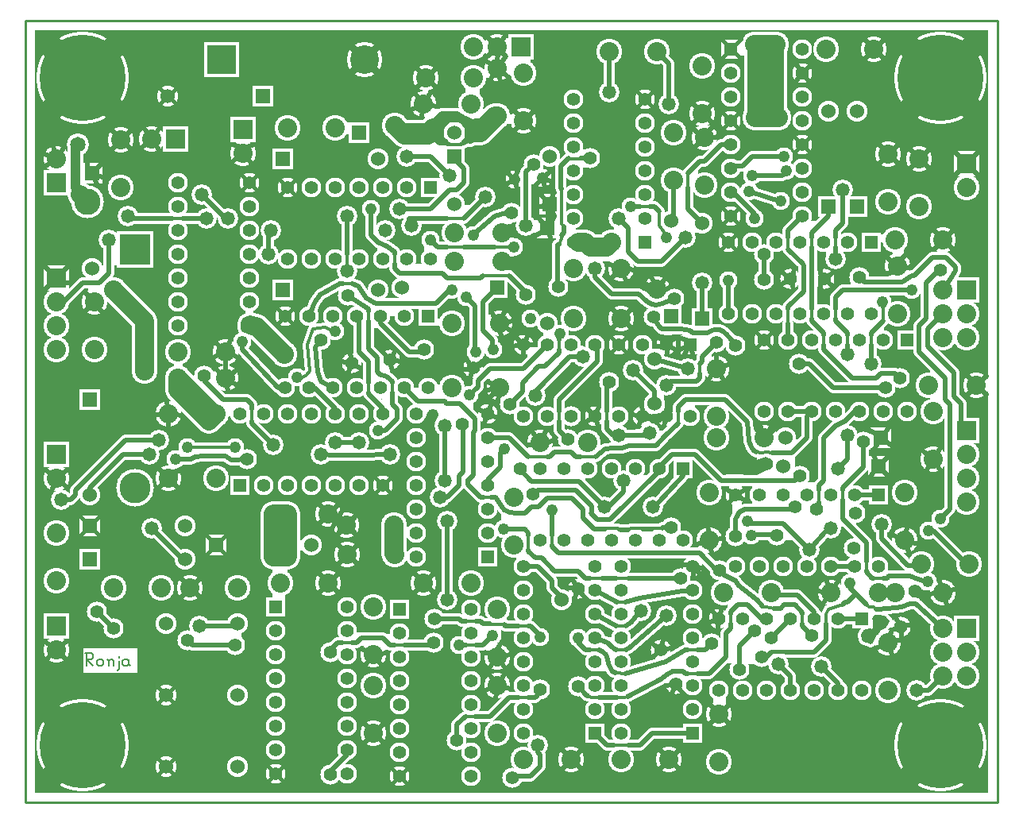
<source format=gbr>
G04 Title: Ronja Twister, layergroup #2 *
G04 Creator: pcb-bin 20050609 *
G04 CreationDate: Sat Jan 14 17:56:02 2006 UTC *
G04 For: clock *
G04 Format: Gerber/RS-274X *
G04 PCB-Dimensions: 408000 328000 *
G04 PCB-Coordinate-Origin: lower left *
%MOIN*%
%FSLAX24Y24*%
G04 contains layers component (3) GND-comp (4) Vcc-comp (5) *
%IPPOS*%
%ADD11C,0.0200*%
%ADD12C,0.0800*%
%ADD13C,0.1080*%
%ADD14C,0.0400*%
%ADD15C,0.0480*%
%ADD16C,0.0680*%
%ADD17C,0.0120*%
%ADD18C,0.0300*%
%ADD19C,0.0580*%
%ADD20C,0.0700*%
%ADD21C,0.0100*%
%ADD22C,0.0374*%
%ADD23C,0.0600*%
%ADD24C,0.0880X0.0600*%
%ADD25C,0.0880*%
%ADD26C,0.0160*%
%AMTHERM1*7,0,0,0.0880,0.0600,0.0160,45*%
%ADD27THERM1*%
%ADD28C,0.0080*%
%ADD29R,0.0552X0.0552*%
%ADD30R,0.0632X0.0632*%
%ADD31R,0.0832X0.0832X0.0552X0.0552*%
%ADD32R,0.0832X0.0832*%
%ADD33C,0.0552*%
%ADD34C,0.0632*%
%ADD35C,0.0832X0.0552*%
%ADD36C,0.0832*%
%ADD37C,0.0225*%
%AMTHERM2*7,0,0,0.1080,0.0800,0.0225,45*%
%ADD38THERM2*%
%ADD39C,0.1080X0.0800*%
%ADD40R,0.0800X0.0800*%
%ADD41R,0.0880X0.0880*%
%ADD42R,0.1080X0.1080X0.0800X0.0800*%
%ADD43R,0.1080X0.1080*%
%AMTHERM3*7,0,0,0.1080,0.0800,0.0200,45*%
%ADD44THERM3*%
%ADD45C,0.0156*%
%AMTHERM4*7,0,0,0.0832,0.0552,0.0156,45*%
%ADD46THERM4*%
%ADD47R,0.0600X0.0600*%
%ADD48R,0.0680X0.0680*%
%ADD49R,0.0880X0.0880X0.0600X0.0600*%
%ADD50R,0.1300X0.1300*%
%ADD51R,0.1380X0.1380*%
%ADD52R,0.1580X0.1580X0.1300X0.1300*%
%ADD53R,0.1580X0.1580*%
%ADD54C,0.1300*%
%ADD55C,0.1380*%
%ADD56C,0.1580X0.1300*%
%ADD57C,0.1580*%
%ADD58R,0.1200X0.1200*%
%ADD59R,0.1280X0.1280*%
%AMTHERM5*7,0,0,0.1480,0.1200,0.0300,45*%
%ADD60THERM5*%
%ADD61R,0.1480X0.1480X0.1200X0.1200*%
%ADD62R,0.1480X0.1480*%
%ADD63C,0.1200*%
%ADD64C,0.1280*%
%ADD65C,0.1480X0.1200*%
%ADD66C,0.1480*%
%ADD67C,0.0091*%
%ADD68C,0.0112*%
%ADD69C,0.0084*%
%ADD70C,0.0105*%
%ADD71C,0.0118*%
%ADD72C,0.0098*%
%ADD73C,0.0139*%
%ADD74C,0.0159*%
%ADD75C,0.0207*%
%ADD76C,0.0760*%
%ADD77C,0.0760X0.0480*%
%ADD78C,0.0860*%
%ADD79C,0.0860X0.0580*%
%ADD80C,0.0560*%
%ADD81C,0.0840*%
%ADD82C,0.0840X0.0560*%
%ADD83C,0.0650*%
%ADD84C,0.0930*%
%ADD85C,0.0930X0.0650*%
%ADD86C,0.3600*%
%ADD87C,0.3680*%
%ADD88C,0.0950*%
%AMTHERM6*7,0,0,0.3880,0.3600,0.0950,45*%
%ADD89THERM6*%
%ADD90C,0.3880*%
%ADD91C,0.3880X0.3600*%
%ADD92C,0.1100*%
%AMTHERM7*7,0,0,0.1380,0.1100,0.0300,45*%
%ADD93THERM7*%
%ADD94C,0.1380X0.1100*%
%LNGROUP_1*%
%LPD*%
G01X0Y0D02*
G54D21*G36*
X3590Y32190D02*X7310D01*
Y26660D01*
X3590D01*
Y32190D01*
G37*
G36*
X29660Y11010D02*X27210D01*
Y12410D01*
X29660D01*
Y11010D01*
G37*
G36*
X25000Y9400D02*X27590D01*
Y10480D01*
X25000D01*
Y9400D01*
G37*
G36*
X25820Y4290D02*X27500D01*
Y4940D01*
X25820D01*
Y4290D01*
G37*
G36*
X25320Y3580D02*X27430D01*
Y4470D01*
X25320D01*
Y3580D01*
G37*
G36*
X24350Y3710D02*X25090D01*
Y5440D01*
X24350D01*
Y3710D01*
G37*
G36*
X29810Y13530D02*X30700D01*
Y14290D01*
X29810D01*
Y13530D01*
G37*
G36*
X25630Y7360D02*X26420D01*
Y8520D01*
X25630D01*
Y7360D01*
G37*
G36*
X9910Y7670D02*X10370D01*
Y10170D01*
X9910D01*
Y7670D01*
G37*
G36*
X10910Y7720D02*X11200D01*
Y9050D01*
X10910D01*
Y7720D01*
G37*
G36*
X10360Y7610D02*X11230D01*
Y7920D01*
X10360D01*
Y7610D01*
G37*
G36*
X9380Y14250D02*X12420D01*
Y14870D01*
X9380D01*
Y14250D01*
G37*
G36*
X6660Y7490D02*X10020D01*
Y13350D01*
X6660D01*
Y7490D01*
G37*
G36*
X6580Y13150D02*X13320D01*
Y14410D01*
X6580D01*
Y13150D01*
G37*
G36*
X26310Y6980D02*X27980D01*
Y8620D01*
X26310D01*
Y6980D01*
G37*
G36*
X29900Y21160D02*X32010D01*
Y24460D01*
X29900D01*
Y21160D01*
G37*
G36*
X32070Y24390D02*X32600D01*
Y24900D01*
X32070D01*
Y24390D01*
G37*
G36*
X32850D02*X33420D01*
Y24960D01*
X32850D01*
Y24390D01*
G37*
G36*
X26330Y20150D02*X23380D01*
Y17170D01*
X26330D01*
Y20150D01*
G37*
G36*
X23600Y19840D02*X27200D01*
Y21380D01*
X23600D01*
Y19840D01*
G37*
G36*
X26780Y16630D02*X27130D01*
Y17300D01*
X26780D01*
Y16630D01*
G37*
G36*
X26030Y15580D02*X27350D01*
Y16800D01*
X26030D01*
Y15580D01*
G37*
G36*
X25340Y15650D02*X26410D01*
Y17360D01*
X25340D01*
Y15650D01*
G37*
G36*
X26830Y26400D02*X28110D01*
Y27140D01*
X26830D01*
Y26400D01*
G37*
G36*
X25810Y26870D02*X29180D01*
Y32190D01*
X25810D01*
Y26870D01*
G37*
G36*
X25760Y25060D02*X27230D01*
Y26980D01*
X25760D01*
Y25060D01*
G37*
G36*
X28540Y24120D02*X28930D01*
Y24610D01*
X28540D01*
Y24120D01*
G37*
G36*
X28220Y23730D02*X28900D01*
Y24250D01*
X28220D01*
Y23730D01*
G37*
G36*
X27810Y23470D02*X28910D01*
Y23880D01*
X27810D01*
Y23470D01*
G37*
G36*
X22120Y26990D02*X22880D01*
Y27940D01*
X22120D01*
Y26990D01*
G37*
G36*
X22040Y27660D02*X26030D01*
Y32170D01*
X22040D01*
Y27660D01*
G37*
G36*
X21900Y25050D02*X25910D01*
Y26510D01*
X21900D01*
Y25050D01*
G37*
G36*
X19800Y6650D02*X20150D01*
Y6950D01*
X19800D01*
Y6650D01*
G37*
G36*
X20920Y5280D02*X23140D01*
Y7610D01*
X20920D01*
Y5280D01*
G37*
G36*
X19960Y5330D02*X21070D01*
Y7480D01*
X19960D01*
Y5330D01*
G37*
G36*
X19730Y8710D02*X20600D01*
Y10280D01*
X19730D01*
Y8710D01*
G37*
G36*
X16400Y10770D02*X17330D01*
Y9940D01*
X16400D01*
Y10770D01*
G37*
G36*
X18350Y18130D02*X18900D01*
Y17740D01*
X18350D01*
Y18130D01*
G37*
G36*
X19240Y24800D02*X20620D01*
Y25840D01*
X19240D01*
Y24800D01*
G37*
G36*
X18370Y25350D02*X21010D01*
Y26730D01*
X18370D01*
Y25350D01*
G37*
G36*
X17200Y17980D02*X18490D01*
Y19770D01*
X17200D01*
Y17980D01*
G37*
G36*
X19930Y28110D02*X20770D01*
Y28460D01*
X19930D01*
Y28110D01*
G37*
G36*
X19740Y27570D02*X21300D01*
Y28330D01*
X19740D01*
Y27570D01*
G37*
G36*
X21150Y26390D02*X22250D01*
Y28310D01*
X21150D01*
Y26390D01*
G37*
G36*
X21720Y25700D02*X22110D01*
Y26040D01*
X21720D01*
Y25700D01*
G37*
G36*
X21070Y25530D02*X21880D01*
Y25940D01*
X21070D01*
Y25530D01*
G37*
G36*
X19680Y28860D02*X22180D01*
Y30300D01*
X19680D01*
Y28860D01*
G37*
G36*
X16210Y29550D02*X16570D01*
Y30270D01*
X16210D01*
Y29550D01*
G37*
G36*
X16800Y29110D02*X18410D01*
Y29400D01*
X16800D01*
Y29110D01*
G37*
G36*
X16110Y28430D02*X16770D01*
Y29100D01*
X16110D01*
Y28430D01*
G37*
G36*
X15910Y19890D02*X16970D01*
Y20380D01*
X15910D01*
Y19890D01*
G37*
G36*
X15730Y19650D02*X16500D01*
Y20050D01*
X15730D01*
Y19650D01*
G37*
G36*
X16270Y19490D02*X17900D01*
Y20000D01*
X16270D01*
Y19490D01*
G37*
G36*
X15310Y19700D02*X17380D01*
Y17550D01*
X15310D01*
Y19700D01*
G37*
G36*
X18100Y19680D02*X18480D01*
Y20050D01*
X18100D01*
Y19680D01*
G37*
G36*
X18080Y20010D02*X18500D01*
Y20710D01*
X18080D01*
Y20010D01*
G37*
G36*
X16940Y20300D02*X18100D01*
Y20880D01*
X16940D01*
Y20300D01*
G37*
G36*
X17090Y17530D02*X18020D01*
Y18070D01*
X17090D01*
Y17530D01*
G37*
G36*
X14070Y23520D02*X16900D01*
Y25910D01*
X14070D01*
Y23520D01*
G37*
G36*
X14120Y22490D02*X14760D01*
Y23750D01*
X14120D01*
Y22490D01*
G37*
G36*
X13810Y3680D02*X14610D01*
Y6370D01*
X13810D01*
Y3680D01*
G37*
G36*
X13850Y6320D02*X14400D01*
Y6560D01*
X13850D01*
Y6320D01*
G37*
G36*
X35500Y32260D02*X40310D01*
Y23820D01*
X35500D01*
Y32260D01*
G37*
G36*
X400Y6990D02*X2430D01*
Y400D01*
X400D01*
Y6990D01*
G37*
G36*
Y32400D02*X710D01*
Y32160D01*
X400D01*
Y32400D01*
G37*
G36*
X5130Y6830D02*X13890D01*
Y830D01*
X5130D01*
Y6830D01*
G37*
G36*
X400Y32400D02*X1380D01*
Y5670D01*
X400D01*
Y32400D01*
G37*
G36*
X40400D02*X40110D01*
Y32080D01*
X40400D01*
Y32400D01*
G37*
G36*
X40220D01*
Y3610D01*
X40400D01*
Y32400D01*
G37*
G36*
X400D02*X40250D01*
Y32050D01*
X400D01*
Y32400D01*
G37*
G36*
X30050Y12310D02*X30490D01*
Y13490D01*
X30050D01*
Y12310D01*
G37*
G36*
X20040Y23890D02*X21030D01*
Y22620D01*
X20040D01*
Y23890D01*
G37*
G36*
X28520Y20720D02*X30170D01*
Y19510D01*
X28520D01*
Y20720D01*
G37*
G36*
X24590Y21990D02*X26220D01*
Y21400D01*
X24590D01*
Y21990D01*
G37*
G36*
X15800Y11100D02*X17160D01*
Y10500D01*
X15800D01*
Y11100D01*
G37*
G36*
X39570Y24000D02*X40290D01*
Y6090D01*
X39570D01*
Y24000D01*
G37*
G36*
X16140Y7820D02*X18760D01*
Y820D01*
X16140D01*
Y7820D01*
G37*
G36*
X5370Y28020D02*X14230D01*
Y21570D01*
X5370D01*
Y28020D01*
G37*
G36*
X30220Y9280D02*X30780D01*
Y8910D01*
X30220D01*
Y9280D01*
G37*
G36*
X26580Y25240D02*X27280D01*
Y24520D01*
X26580D01*
Y25240D01*
G37*
G36*
X20280Y15750D02*X21440D01*
Y14980D01*
X20280D01*
Y15750D01*
G37*
G36*
X20760Y23590D02*X21210D01*
Y23030D01*
X20760D01*
Y23590D01*
G37*
G36*
X14050Y15710D02*X15350D01*
Y14510D01*
X14050D01*
Y15710D01*
G37*
G36*
X27250Y3610D02*X29800D01*
Y1100D01*
X27250D01*
Y3610D01*
G37*
G36*
X34850Y13380D02*X37790D01*
Y11200D01*
X34850D01*
Y13380D01*
G37*
G36*
X22540Y25290D02*X23560D01*
Y24230D01*
X22540D01*
Y25290D01*
G37*
G36*
X29380Y11320D02*X31390D01*
Y10390D01*
X29380D01*
Y11320D01*
G37*
G36*
X19450Y19980D02*X20460D01*
Y18270D01*
X19450D01*
Y19980D01*
G37*
G36*
X33430Y18650D02*X34070D01*
Y17540D01*
X33430D01*
Y18650D01*
G37*
G36*
X1530Y21980D02*X2310D01*
Y21570D01*
X1530D01*
Y21980D01*
G37*
G36*
X35790Y16050D02*X38780D01*
Y13200D01*
X35790D01*
Y16050D01*
G37*
G36*
X17000Y24010D02*X17810D01*
Y23490D01*
X17000D01*
Y24010D01*
G37*
G36*
X33460Y11550D02*X34730D01*
Y9100D01*
X33460D01*
Y11550D01*
G37*
G36*
X27420Y10170D02*X29380D01*
Y8150D01*
X27420D01*
Y10170D01*
G37*
G36*
X27760Y7600D02*X29370D01*
Y6880D01*
X27760D01*
Y7600D01*
G37*
G36*
X34390Y11440D02*X39970D01*
Y10630D01*
X34390D01*
Y11440D01*
G37*
G36*
X39470Y7230D02*X40360D01*
Y4640D01*
X39470D01*
Y7230D01*
G37*
G36*
X35100Y11140D02*X37750D01*
Y9690D01*
X35100D01*
Y11140D01*
G37*
G36*
X38280Y10990D02*X39820D01*
Y9590D01*
X38280D01*
Y10990D01*
G37*
G36*
X37600Y9960D02*X39870D01*
Y8590D01*
X37600D01*
Y9960D01*
G37*
G36*
X36790Y10970D02*X38720D01*
Y9840D01*
X36790D01*
Y10970D01*
G37*
G36*
X35830Y8120D02*X37540D01*
Y7020D01*
X35830D01*
Y8120D01*
G37*
G36*
X29250Y8280D02*X29450D01*
Y7680D01*
X29250D01*
Y8280D01*
G37*
G36*
X39060Y12480D02*X39790D01*
Y11120D01*
X39060D01*
Y12480D01*
G37*
G36*
X34680Y15800D02*X35700D01*
Y15210D01*
X34680D01*
Y15800D01*
G37*
G36*
X33580Y7760D02*X35760D01*
Y6460D01*
X33580D01*
Y7760D01*
G37*
G36*
X37700Y16820D02*X38760D01*
Y15740D01*
X37700D01*
Y16820D01*
G37*
G36*
X34710Y13730D02*X35380D01*
Y13150D01*
X34710D01*
Y13730D01*
G37*
G36*
X35280Y15510D02*X36190D01*
Y13890D01*
X35280D01*
Y15510D01*
G37*
G36*
X26220Y17390D02*X26870D01*
Y18330D01*
X26220D01*
Y17390D01*
G37*
G36*
X33190Y10950D02*X34000D01*
Y10390D01*
X33190D01*
Y10950D01*
G37*
G36*
X32490Y14290D02*X33490D01*
Y13440D01*
X32490D01*
Y14290D01*
G37*
G36*
X35120Y14180D02*X35980D01*
Y12930D01*
X35120D01*
Y14180D01*
G37*
G36*
X31430Y11010D02*X32640D01*
Y10350D01*
X31430D01*
Y11010D01*
G37*
G36*
X30220Y14170D02*X30690D01*
Y14870D01*
X30220D01*
Y14170D01*
G37*
G36*
X18020Y21250D02*X18600D01*
Y20570D01*
X18020D01*
Y21250D01*
G37*
G36*
X19530Y21560D02*X20490D01*
Y20370D01*
X19530D01*
Y21560D01*
G37*
G36*
X26860Y22430D02*X27840D01*
Y22970D01*
X26860D01*
Y22430D01*
G37*
G36*
X23520Y27000D02*X25910D01*
Y27830D01*
X23520D01*
Y27000D01*
G37*
G36*
X27830Y25060D02*X29110D01*
Y25670D01*
X27830D01*
Y25060D01*
G37*
G36*
X23360Y27390D02*X23800D01*
Y27560D01*
X23360D01*
Y27390D01*
G37*
G36*
X18350Y20620D02*X18880D01*
Y18800D01*
X18350D01*
Y20620D01*
G37*
G36*
X19220Y27420D02*X19960D01*
Y28060D01*
X19220D01*
Y27420D01*
G37*
G36*
X26110Y22560D02*X30460D01*
Y21480D01*
X26110D01*
Y22560D01*
G37*
G36*
X27210Y21770D02*X30230D01*
Y20380D01*
X27210D01*
Y21770D01*
G37*
G36*
X28960Y25980D02*X28220D01*
Y27080D01*
X28960D01*
Y25980D01*
G37*
G36*
X27270Y22870D02*X27880D01*
Y23340D01*
X27270D01*
Y22870D01*
G37*
G36*
X23350Y26430D02*X23940D01*
Y26630D01*
X23350D01*
Y26430D01*
G37*
G36*
X23740Y26180D02*X25890D01*
Y27160D01*
X23740D01*
Y26180D01*
G37*
G36*
X27700Y23690D02*X30160D01*
Y22350D01*
X27700D01*
Y23690D01*
G37*
G36*
X27910Y23560D02*X28560D01*
Y23910D01*
X27910D01*
Y23560D01*
G37*
G36*
X23150Y27420D02*X23740D01*
Y27940D01*
X23150D01*
Y27420D01*
G37*
G36*
X27860Y24560D02*X29010D01*
Y25320D01*
X27860D01*
Y24560D01*
G37*
G36*
X25120Y21730D02*X26360D01*
Y22710D01*
X25120D01*
Y21730D01*
G37*
G36*
X12390Y18530D02*X13220D01*
Y17100D01*
X12390D01*
Y18530D01*
G37*
G36*
X20100Y24560D02*X20830D01*
Y23930D01*
X20100D01*
Y24560D01*
G37*
G36*
X24930Y16690D02*X25590D01*
Y15430D01*
X24930D01*
Y16690D01*
G37*
G36*
X14090Y22640D02*X15510D01*
Y21960D01*
X14090D01*
Y22640D01*
G37*
G36*
X13780Y850D02*X14710D01*
Y3890D01*
X13780D01*
Y850D01*
G37*
G36*
X15680Y26980D02*X17160D01*
Y25780D01*
X15680D01*
Y26980D01*
G37*
G36*
X20510Y25660D02*X22020D01*
Y24990D01*
X20510D01*
Y25660D01*
G37*
G36*
X18040Y25340D02*X18560D01*
Y25700D01*
X18040D01*
Y25340D01*
G37*
G36*
X21200Y24420D02*X21880D01*
Y25130D01*
X21200D01*
Y24420D01*
G37*
G36*
X10240Y21700D02*X13300D01*
Y18350D01*
X10240D01*
Y21700D01*
G37*
G36*
X13170Y20440D02*X14210D01*
Y18520D01*
X13170D01*
Y20440D01*
G37*
G36*
X13110Y19090D02*X14440D01*
Y15730D01*
X13110D01*
Y19090D01*
G37*
G36*
X20960Y23150D02*X21630D01*
Y22160D01*
X20960D01*
Y23150D01*
G37*
G36*
X14270Y16920D02*X14950D01*
Y15840D01*
X14270D01*
Y16920D01*
G37*
G36*
X20500Y21400D02*X21740D01*
Y19140D01*
X20500D01*
Y21400D01*
G37*
G36*
X32060Y20350D02*X32960D01*
Y18450D01*
X32060D01*
Y20350D01*
G37*
G36*
X20370Y23530D02*X21180D01*
Y24030D01*
X20370D01*
Y23530D01*
G37*
G36*
X9050Y20070D02*X9830D01*
Y16870D01*
X9050D01*
Y20070D01*
G37*
G36*
X13020Y14520D02*X14460D01*
Y13760D01*
X13020D01*
Y14520D01*
G37*
G36*
X13070Y15950D02*X14810D01*
Y15180D01*
X13070D01*
Y15950D01*
G37*
G36*
X14240Y14520D02*X17530D01*
Y13500D01*
X14240D01*
Y14520D01*
G37*
G36*
X16350Y16160D02*X16970D01*
Y15670D01*
X16350D01*
Y16160D01*
G37*
G36*
X10200Y17050D02*X13140D01*
Y14570D01*
X10200D01*
Y17050D01*
G37*
G36*
X28850Y27540D02*X30190D01*
Y23130D01*
X28850D01*
Y27540D01*
G37*
G36*
X17840Y18150D02*X18430D01*
Y17570D01*
X17840D01*
Y18150D01*
G37*
G36*
X18830Y12820D02*X19970D01*
Y11120D01*
X18830D01*
Y12820D01*
G37*
G36*
X15830Y20230D02*X16820D01*
Y20970D01*
X15830D01*
Y20230D01*
G37*
G36*
X17100Y7710D02*X19860D01*
Y11410D01*
X17100D01*
Y7710D01*
G37*
G36*
X34330Y22770D02*X34700D01*
Y23330D01*
X34330D01*
Y22770D01*
G37*
G36*
X11000Y10550D02*X12920D01*
Y7560D01*
X11000D01*
Y10550D01*
G37*
G36*
X16620Y13620D02*X18330D01*
Y10900D01*
X16620D01*
Y13620D01*
G37*
G36*
X22800Y9450D02*X23990D01*
Y8360D01*
X22800D01*
Y9450D01*
G37*
G36*
X22610Y9720D02*X23410D01*
Y8800D01*
X22610D01*
Y9720D01*
G37*
G36*
X19990Y5500D02*X24530D01*
Y790D01*
X19990D01*
Y5500D01*
G37*
G36*
X11860Y18450D02*X9910D01*
Y16600D01*
X11860D01*
Y18450D01*
G37*
G36*
X21670Y8950D02*X23050D01*
Y7210D01*
X21670D01*
Y8950D01*
G37*
G36*
X18260Y13280D02*X18940D01*
Y11220D01*
X18260D01*
Y13280D01*
G37*
G36*
X18970Y17750D02*X19530D01*
Y17040D01*
X18970D01*
Y17750D01*
G37*
G36*
X20190Y10010D02*X21970D01*
Y7030D01*
X20190D01*
Y10010D01*
G37*
G36*
X18860Y11530D02*X20530D01*
Y10230D01*
X18860D01*
Y11530D01*
G37*
G36*
X33130Y22750D02*X33610D01*
Y23470D01*
X33130D01*
Y22750D01*
G37*
G36*
X36050Y7330D02*X38470D01*
Y4740D01*
X36050D01*
Y7330D01*
G37*
G36*
X21870Y17750D02*X22330D01*
Y17300D01*
X21870D01*
Y17750D01*
G37*
G36*
X25010Y13880D02*X26580D01*
Y14930D01*
X25010D01*
Y13880D01*
G37*
G36*
X30010Y27310D02*X30380D01*
Y26840D01*
X30010D01*
Y27310D01*
G37*
G36*
X22180Y18700D02*X23420D01*
Y17070D01*
X22180D01*
Y18700D01*
G37*
G36*
X19900Y30510D02*X20800D01*
Y29960D01*
X19900D01*
Y30510D01*
G37*
G36*
X21230Y19080D02*X21570D01*
Y19290D01*
X21230D01*
Y19080D01*
G37*
G36*
X21190Y32130D02*X22140D01*
Y30160D01*
X21190D01*
Y32130D01*
G37*
G36*
X21520Y17390D02*X22510D01*
Y16850D01*
X21520D01*
Y17390D01*
G37*
G36*
X21000Y16940D02*X22370D01*
Y15230D01*
X21000D01*
Y16940D01*
G37*
G36*
X21870Y15790D02*X22640D01*
Y14570D01*
X21870D01*
Y15790D01*
G37*
G36*
X22060Y17400D02*X24020D01*
Y15910D01*
X22060D01*
Y17400D01*
G37*
G36*
Y16420D02*X24010D01*
Y15200D01*
X22060D01*
Y16420D01*
G37*
G36*
X18430Y20900D02*X18820D01*
Y20530D01*
X18430D01*
Y20900D01*
G37*
G36*
X23900Y17290D02*X25460D01*
Y16090D01*
X23900D01*
Y17290D01*
G37*
G36*
X24010Y14990D02*X25120D01*
Y14570D01*
X24010D01*
Y14990D01*
G37*
G36*
X15900Y17930D02*X16910D01*
Y17390D01*
X15900D01*
Y17930D01*
G37*
G36*
X14410Y19880D02*X15520D01*
Y18610D01*
X14410D01*
Y19880D01*
G37*
G36*
X19400Y15880D02*X20360D01*
Y15280D01*
X19400D01*
Y15880D01*
G37*
G36*
X9720Y13380D02*X13070D01*
Y11000D01*
X9720D01*
Y13380D01*
G37*
G36*
X18900Y16180D02*X19450D01*
Y15250D01*
X18900D01*
Y16180D01*
G37*
G36*
X18190Y25060D02*X19090D01*
Y25420D01*
X18190D01*
Y25060D01*
G37*
G36*
X21090Y28240D02*X22140D01*
Y29110D01*
X21090D01*
Y28240D01*
G37*
G36*
X16990Y26750D02*X17590D01*
Y26150D01*
X16990D01*
Y26750D01*
G37*
G36*
X20010Y22820D02*X21440D01*
Y20550D01*
X20010D01*
Y22820D01*
G37*
G36*
X12650Y13950D02*X15540D01*
Y9620D01*
X12650D01*
Y13950D01*
G37*
G36*
X13990Y27950D02*X15970D01*
Y25640D01*
X13990D01*
Y27950D01*
G37*
G36*
X16730Y25670D02*X17270D01*
Y25070D01*
X16730D01*
Y25670D01*
G37*
G36*
X22500Y20250D02*X23490D01*
Y19160D01*
X22500D01*
Y20250D01*
G37*
G36*
X21460Y21400D02*X23760D01*
Y19980D01*
X21460D01*
Y21400D01*
G37*
G36*
X18900Y25120D02*X19490D01*
Y24410D01*
X18900D01*
Y25120D01*
G37*
G36*
X19370Y25100D02*X19950D01*
Y24700D01*
X19370D01*
Y25100D01*
G37*
G36*
X16660Y24660D02*X18880D01*
Y23820D01*
X16660D01*
Y24660D01*
G37*
G36*
X18740Y24700D02*X19150D01*
Y24110D01*
X18740D01*
Y24700D01*
G37*
G36*
X29550Y3200D02*X33550D01*
Y680D01*
X29550D01*
Y3200D01*
G37*
G36*
X27680Y11350D02*X29810D01*
Y9880D01*
X27680D01*
Y11350D01*
G37*
G36*
X5120Y400D02*X40400D01*
Y1110D01*
X5120D01*
Y400D01*
G37*
G36*
X40400D02*X40000D01*
Y4260D01*
X40400D01*
Y400D01*
G37*
G36*
X29420Y31340D02*X30770D01*
Y30010D01*
X29420D01*
Y31340D01*
G37*
G36*
X33090Y6750D02*X36190D01*
Y910D01*
X33090D01*
Y6750D01*
G37*
G36*
X26300Y7130D02*X27720D01*
Y6230D01*
X26300D01*
Y7130D01*
G37*
G36*
X22170Y9670D02*X22820D01*
Y8900D01*
X22170D01*
Y9670D01*
G37*
G36*
X25360Y12640D02*X25810Y12210D01*
X27840Y13870D01*
X27020Y14460D01*
X25360Y12640D01*
G37*
G36*
X27210Y13330D02*X27980D01*
Y12000D01*
X27210D01*
Y13330D01*
G37*
G36*
X5930Y16420D02*X7520D01*
Y14870D01*
X5930D01*
Y16420D01*
G37*
G36*
X37430Y8710D02*X39830D01*
Y7200D01*
X37430D01*
Y8710D01*
G37*
G36*
X8620Y16230D02*X9900D01*
Y14550D01*
X8620D01*
Y16230D01*
G37*
G36*
X14980Y20380D02*X15950D01*
Y19650D01*
X14980D01*
Y20380D01*
G37*
G36*
X19020Y6390D02*X20090D01*
Y5910D01*
X19020D01*
Y6390D01*
G37*
G36*
X9510Y17340D02*X10480D01*
Y14670D01*
X9510D01*
Y17340D01*
G37*
G36*
X8050Y16880D02*X9140D01*
Y17550D01*
X8050D01*
Y16880D01*
G37*
G36*
X16900Y16030D02*X17470D01*
Y15680D01*
X16900D01*
Y16030D01*
G37*
G36*
X4680Y5120D02*X5500D01*
Y6640D01*
X4680D01*
Y5120D01*
G37*
G36*
X11820Y17350D02*X13420D01*
Y16820D01*
X11820D01*
Y17350D01*
G37*
G36*
X22770Y25260D02*X24380D01*
Y24370D01*
X22770D01*
Y25260D01*
G37*
G36*
X23080Y24670D02*X24420D01*
Y23430D01*
X23080D01*
Y24670D01*
G37*
G36*
X19810Y25080D02*X20310D01*
Y24750D01*
X19810D01*
Y25080D01*
G37*
G36*
X31850Y27570D02*X36240D01*
Y25690D01*
X31850D01*
Y27570D01*
G37*
G36*
X34260Y26140D02*X35700D01*
Y23470D01*
X34260D01*
Y26140D01*
G37*
G36*
X37420Y24000D02*X39710D01*
Y22750D01*
X37420D01*
Y24000D01*
G37*
G36*
X33000Y22510D02*X33890D01*
Y20880D01*
X33000D01*
Y22510D01*
G37*
G36*
X33500Y22220D02*X34620D01*
Y21440D01*
X33500D01*
Y22220D01*
G37*
G36*
X29400Y4990D02*X33180D01*
Y2990D01*
X29400D01*
Y4990D01*
G37*
G36*
X33960Y18130D02*X34590D01*
Y17490D01*
X33960D01*
Y18130D01*
G37*
G36*
X36030Y22220D02*X36770D01*
Y19140D01*
X36030D01*
Y22220D01*
G37*
G36*
X33640Y21650D02*X34050D01*
Y20420D01*
X33640D01*
Y21650D01*
G37*
G36*
X18280Y18990D02*X19820D01*
Y18220D01*
X18280D01*
Y18990D01*
G37*
G36*
X33520Y17480D02*X36610D01*
Y15590D01*
X33520D01*
Y17480D01*
G37*
G36*
X35510Y19730D02*X36730D01*
Y17980D01*
X35510D01*
Y19730D01*
G37*
G36*
X26280Y18970D02*X26790D01*
Y19890D01*
X26280D01*
Y18970D01*
G37*
G36*
X29970Y26270D02*X32200D01*
Y24300D01*
X29970D01*
Y26270D01*
G37*
G36*
X19000Y29650D02*X19830D01*
Y29080D01*
X19000D01*
Y29650D01*
G37*
G36*
X32290Y13870D02*X33330D01*
Y14820D01*
X32290D01*
Y13870D01*
G37*
G36*
X27540Y10110D02*X27770D01*
Y10410D01*
X27540D01*
Y10110D01*
G37*
G36*
X17340Y21140D02*X18130D01*
Y20740D01*
X17340D01*
Y21140D01*
G37*
G36*
X5630Y21700D02*X8660D01*
Y19260D01*
X5630D01*
Y21700D01*
G37*
G36*
X29970Y21230D02*X32270D01*
Y18630D01*
X29970D01*
Y21230D01*
G37*
G36*
X32860Y19970D02*X33490D01*
Y18540D01*
X32860D01*
Y19970D01*
G37*
G36*
X19050Y30410D02*X19740D01*
Y29500D01*
X19050D01*
Y30410D01*
G37*
G36*
X16910Y29350D02*X18450D01*
Y30280D01*
X16910D01*
Y29350D01*
G37*
G36*
X16060Y22610D02*X17040D01*
Y23050D01*
X16060D01*
Y22610D01*
G37*
G36*
X12760Y29690D02*X14070D01*
Y28530D01*
X12760D01*
Y29690D01*
G37*
G36*
X32990Y25090D02*X33680D01*
Y24410D01*
X32990D01*
Y25090D01*
G37*
G36*
X32850Y25980D02*X35060D01*
Y24940D01*
X32850D01*
Y25980D01*
G37*
G36*
X31870Y25880D02*X33320D01*
Y24810D01*
X31870D01*
Y25880D01*
G37*
G36*
X34670Y23510D02*X36410D01*
Y22300D01*
X34670D01*
Y23510D01*
G37*
G36*
X36870Y24100D02*X37620D01*
Y22270D01*
X36870D01*
Y24100D01*
G37*
G36*
X38540Y23570D02*X40220D01*
Y21370D01*
X38540D01*
Y23570D01*
G37*
G36*
X37940Y19490D02*X40100D01*
Y18210D01*
X37940D01*
Y19490D01*
G37*
G36*
X36630Y21500D02*X37560D01*
Y18410D01*
X36630D01*
Y21500D01*
G37*
G36*
X26590Y12780D02*X27460D01*
Y12220D01*
X26590D01*
Y12780D01*
G37*
G36*
X27500Y13670D02*X27820D01*
Y13130D01*
X27500D01*
Y13670D01*
G37*
G36*
X26680Y4880D02*X26980D01*
Y4990D01*
X26680D01*
Y4880D01*
G37*
G36*
X27610Y14870D02*X29540D01*
Y11930D01*
X27610D01*
Y14870D01*
G37*
G36*
X24380Y12000D02*X25160D01*
Y11380D01*
X24380D01*
Y12000D01*
G37*
G36*
X26900Y13100D02*X27800D01*
Y12490D01*
X26900D01*
Y13100D01*
G37*
G36*
X25610Y13740D02*X26500D01*
Y14060D01*
X25610D01*
Y13740D01*
G37*
G36*
X29000Y18800D02*X30490D01*
Y18280D01*
X29000D01*
Y18800D01*
G37*
G36*
X24330Y7990D02*X25060D01*
Y8460D01*
X24330D01*
Y7990D01*
G37*
G36*
X24820Y7280D02*X25830D01*
Y7690D01*
X24820D01*
Y7280D01*
G37*
G36*
X21240Y9910D02*X22140D01*
Y7210D01*
X21240D01*
Y9910D01*
G37*
G36*
X20790Y15170D02*X21530D01*
Y14860D01*
X20790D01*
Y15170D01*
G37*
G36*
X25120Y7360D02*X26050D01*
Y6790D01*
X25120D01*
Y7360D01*
G37*
G36*
X18340Y17880D02*X18900D01*
Y17160D01*
X18340D01*
Y17880D01*
G37*
G36*
X20650Y18390D02*X21050D01*
Y19000D01*
X20650D01*
Y18390D01*
G37*
G36*
X18590Y6240D02*X19230D01*
Y4810D01*
X18590D01*
Y6240D01*
G37*
G36*
X24950Y5630D02*X26110D01*
Y6380D01*
X24950D01*
Y5630D01*
G37*
G36*
X18600Y5220D02*X20210D01*
Y980D01*
X18600D01*
Y5220D01*
G37*
G36*
X19000Y6020D02*X20260D01*
Y3890D01*
X19000D01*
Y6020D01*
G37*
G36*
X22980Y6520D02*X23940D01*
Y5140D01*
X22980D01*
Y6520D01*
G37*
G36*
X14430Y6380D02*X16740D01*
Y1010D01*
X14430D01*
Y6380D01*
G37*
G36*
X9070Y6590D02*X9620D01*
Y7980D01*
X9070D01*
Y6590D01*
G37*
G36*
X23510Y15910D02*X24470D01*
Y14860D01*
X23510D01*
Y15910D01*
G37*
G36*
X24200Y15440D02*X25110D01*
Y14910D01*
X24200D01*
Y15440D01*
G37*
G36*
X26800Y15980D02*X27280D01*
Y15300D01*
X26800D01*
Y15980D01*
G37*
G36*
X26220Y15380D02*X27540D01*
Y14080D01*
X26220D01*
Y15380D01*
G37*
G36*
X24810Y12560D02*X27230D01*
Y11590D01*
X24810D01*
Y12560D01*
G37*
G36*
X24500Y24720D02*X25220D01*
Y25240D01*
X24500D01*
Y24720D01*
G37*
G36*
X24180Y23750D02*X24680D01*
Y25250D01*
X24180D01*
Y23750D01*
G37*
G36*
X23500Y14280D02*X24080D01*
Y12980D01*
X23500D01*
Y14280D01*
G37*
G36*
X23880Y12520D02*X25150D01*
Y14700D01*
X23880D01*
Y12520D01*
G37*
G36*
X22930Y8520D02*X24450D01*
Y6910D01*
X22930D01*
Y8520D01*
G37*
G36*
X19660Y8050D02*X20410D01*
Y8990D01*
X19660D01*
Y8050D01*
G37*
G36*
X25620Y6820D02*X27300D01*
Y5900D01*
X25620D01*
Y6820D01*
G37*
G36*
X24370Y8190D02*X25060D01*
Y6940D01*
X24370D01*
Y8190D01*
G37*
G36*
X28090Y16920D02*X28910D01*
Y15990D01*
X28090D01*
Y16920D01*
G37*
G36*
X12780Y14540D02*X13340D01*
Y13920D01*
X12780D01*
Y14540D01*
G37*
G36*
X24300Y3760D02*X27680D01*
Y930D01*
X24300D01*
Y3760D01*
G37*
G36*
X15420Y17400D02*X16170D01*
Y16720D01*
X15420D01*
Y17400D01*
G37*
G36*
X26530Y6390D02*X27330D01*
Y5940D01*
X26530D01*
Y6390D01*
G37*
G36*
X27530Y8320D02*X29320D01*
Y7370D01*
X27530D01*
Y8320D01*
G37*
G36*
X15170Y22750D02*X16740D01*
Y23850D01*
X15170D01*
Y22750D01*
G37*
G36*
X29370Y12370D02*X29660D01*
Y12630D01*
X29370D01*
Y12370D01*
G37*
G36*
X29460Y5810D02*X31170D01*
Y4900D01*
X29460D01*
Y5810D01*
G37*
G36*
X31040Y6320D02*X33560D01*
Y4590D01*
X31040D01*
Y6320D01*
G37*
G36*
X29090Y5830D02*X29720D01*
Y5240D01*
X29090D01*
Y5830D01*
G37*
G36*
X32530Y8830D02*X33640D01*
Y7590D01*
X32530D01*
Y8830D01*
G37*
G36*
X31220Y10880D02*X31660D01*
Y10480D01*
X31220D01*
Y10880D01*
G37*
G36*
X31490Y9920D02*X33600D01*
Y8690D01*
X31490D01*
Y9920D01*
G37*
G36*
X30460Y9200D02*X32680D01*
Y8490D01*
X30460D01*
Y9200D01*
G37*
G36*
X29900Y9900D02*X31560D01*
Y9060D01*
X29900D01*
Y9900D01*
G37*
G36*
X29650Y10720D02*X34140D01*
Y9420D01*
X29650D01*
Y10720D01*
G37*
G36*
X32190Y15230D02*X32790D01*
Y15550D01*
X32190D01*
Y15230D01*
G37*
G36*
X31860Y21090D02*X32550D01*
Y22980D01*
X31860D01*
Y21090D01*
G37*
G36*
X34080Y24140D02*X34560D01*
Y23660D01*
X34080D01*
Y24140D01*
G37*
G36*
X32600Y14670D02*X33490D01*
Y15530D01*
X32600D01*
Y14670D01*
G37*
G36*
X28230Y18500D02*X30660D01*
Y16920D01*
X28230D01*
Y18500D01*
G37*
G36*
X22880Y22330D02*X25040D01*
Y21260D01*
X22880D01*
Y22330D01*
G37*
G36*
X21040Y23890D02*X22350D01*
Y21220D01*
X21040D01*
Y23890D01*
G37*
G36*
X22580Y21920D02*X23480D01*
Y21300D01*
X22580D01*
Y21920D01*
G37*
G36*
X28800Y19360D02*X30260D01*
Y18630D01*
X28800D01*
Y19360D01*
G37*
G36*
X26580Y19470D02*X28240D01*
Y17840D01*
X26580D01*
Y19470D01*
G37*
G36*
X27120Y20480D02*X28200D01*
Y19180D01*
X27120D01*
Y20480D01*
G37*
G36*
X30380Y18770D02*X33640D01*
Y15400D01*
X30380D01*
Y18770D01*
G37*
G36*
X29490Y17260D02*X30790D01*
Y16110D01*
X29490D01*
Y17260D01*
G37*
G36*
X28960Y16240D02*X30290D01*
Y14420D01*
X28960D01*
Y16240D01*
G37*
G36*
X27290Y16190D02*X29730D01*
Y14530D01*
X27290D01*
Y16190D01*
G37*
G36*
X27130Y15590D02*X27680D01*
Y15250D01*
X27130D01*
Y15590D01*
G37*
G36*
X26960Y17620D02*X28620D01*
Y16940D01*
X26960D01*
Y17620D01*
G37*
G36*
X26890Y17280D02*X27400D01*
Y16160D01*
X26890D01*
Y17280D01*
G37*
G36*
X25240Y7140D02*X27140D01*
Y6300D01*
X25240D01*
Y7140D01*
G37*
G36*
X980Y14570D02*X5820D01*
Y6470D01*
X980D01*
Y14570D01*
G37*
G36*
X760Y20110D02*X6220D01*
Y15190D01*
X760D01*
Y20110D01*
G37*
G36*
X1100Y15730D02*X4080D01*
Y13490D01*
X1100D01*
Y15730D01*
G37*
G36*
X2280Y21730D02*X2630D01*
Y21150D01*
X2280D01*
Y21730D01*
G37*
G36*
X1020Y29890D02*X4500D01*
Y26890D01*
X1020D01*
Y29890D01*
G37*
G36*
X1470Y21130D02*X3340D01*
Y19750D01*
X1470D01*
Y21130D01*
G37*
G36*
X3800Y22110D02*X5830D01*
Y19650D01*
X3800D01*
Y22110D01*
G37*
G36*
X1200Y25670D02*X2720D01*
Y22430D01*
X1200D01*
Y25670D01*
G37*
G36*
X1990Y21430D02*X2640D01*
Y20750D01*
X1990D01*
Y21430D01*
G37*
G36*
X3040Y21290D02*X4340D01*
Y19780D01*
X3040D01*
Y21290D01*
G37*
G36*
X3480Y22520D02*X5570D01*
Y21840D01*
X3480D01*
Y22520D01*
G37*
G36*
X4400Y26800D02*X6100D01*
Y22350D01*
X4400D01*
Y26800D01*
G37*
G36*
X2220Y27020D02*X4780D01*
Y23620D01*
X2220D01*
Y27020D01*
G37*
G36*
X2450Y24260D02*X3490D01*
Y22520D01*
X2450D01*
Y24260D01*
G37*
G36*
X1500Y22790D02*X2700D01*
Y21810D01*
X1500D01*
Y22790D01*
G37*
G36*
X24030Y22690D02*X24860D01*
Y22140D01*
X24030D01*
Y22690D01*
G37*
G36*
X35130Y22380D02*X36430D01*
Y21840D01*
X35130D01*
Y22380D01*
G37*
G36*
X38890Y18430D02*X40010D01*
Y16690D01*
X38890D01*
Y18430D01*
G37*
G36*
X39300Y17030D02*X39850D01*
Y15790D01*
X39300D01*
Y17030D01*
G37*
G36*
X36180Y18770D02*X37960D01*
Y15520D01*
X36180D01*
Y18770D01*
G37*
G36*
X37490Y13450D02*X38820D01*
Y11100D01*
X37490D01*
Y13450D01*
G37*
G36*
X38640Y12380D02*X39320D01*
Y11370D01*
X38640D01*
Y12380D01*
G37*
G36*
X9420Y7760D02*X13140D01*
Y6640D01*
X9420D01*
Y7760D01*
G37*
G36*
X5420Y15200D02*X6840D01*
Y6660D01*
X5420D01*
Y15200D01*
G37*
G36*
X33200Y21960D02*X34830D01*
Y22900D01*
X33200D01*
Y21960D01*
G37*
G36*
X6700Y7620D02*X7120D01*
Y7100D01*
X6700D01*
Y7620D01*
G37*
G36*
X7230Y14900D02*X8940D01*
Y16210D01*
X7230D01*
Y14900D01*
G37*
G36*
X15510Y16860D02*X16530D01*
Y15650D01*
X15510D01*
Y16860D01*
G37*
G36*
X28040Y5380D02*X29700D01*
Y4600D01*
X28040D01*
Y5380D01*
G37*
G36*
X28960Y5580D02*X29360D01*
Y5220D01*
X28960D01*
Y5580D01*
G37*
G36*
X15310Y15770D02*X17510D01*
Y14310D01*
X15310D01*
Y15770D01*
G37*
G36*
X6590Y19430D02*X8430D01*
Y17910D01*
X6590D01*
Y19430D01*
G37*
G36*
X12030Y11520D02*X12850D01*
Y10210D01*
X12030D01*
Y11520D01*
G37*
G36*
X12660Y10300D02*X17290D01*
Y7560D01*
X12660D01*
Y10300D01*
G37*
G36*
X14120Y7720D02*X15990D01*
Y7060D01*
X14120D01*
Y7720D01*
G37*
G36*
X15720Y7760D02*X16550D01*
Y6210D01*
X15720D01*
Y7760D01*
G37*
G36*
X12920Y7680D02*X14810D01*
Y7120D01*
X12920D01*
Y7680D01*
G37*
G36*
X13070Y7080D02*X13480D01*
Y6340D01*
X13070D01*
Y7080D01*
G37*
G36*
X18110Y26490D02*X21180D01*
Y27670D01*
X18110D01*
Y26490D01*
G37*
G36*
X15380Y13650D02*X16810D01*
Y11550D01*
X15380D01*
Y13650D01*
G37*
G36*
X7120Y32210D02*X12970D01*
Y27520D01*
X7120D01*
Y32210D01*
G37*
G36*
X12560Y32150D02*X16480D01*
Y29550D01*
X12560D01*
Y32150D01*
G37*
G36*
X13910Y30070D02*X16670D01*
Y27690D01*
X13910D01*
Y30070D01*
G37*
G36*
X16350Y32170D02*X18860D01*
Y30210D01*
X16350D01*
Y32170D01*
G37*
G36*
X18670Y32280D02*X19800D01*
Y30760D01*
X18670D01*
Y32280D01*
G37*
G36*
X19140Y21000D02*X19960D01*
Y20450D01*
X19140D01*
Y21000D01*
G37*
G36*
X20170Y20660D02*X20910D01*
Y18240D01*
X20170D01*
Y20660D01*
G37*
G36*
X31070Y32310D02*X35880D01*
Y27190D01*
X31070D01*
Y32310D01*
G37*
G36*
X29080Y32150D02*X30480D01*
Y31920D01*
X29080D01*
Y32150D01*
G37*
G36*
X29050Y32130D02*X29630D01*
Y27640D01*
X29050D01*
Y32130D01*
G37*
G36*
X29280Y30120D02*X31400D01*
Y27090D01*
X29280D01*
Y30120D01*
G37*
G36*
X35510Y5370D02*X40320D01*
Y540D01*
X35510D01*
Y5370D01*
G37*
G36*
X27190Y4830D02*X28850D01*
Y3410D01*
X27190D01*
Y4830D01*
G37*
G36*
X13210Y21220D02*X14000D01*
Y20280D01*
X13210D01*
Y21220D01*
G37*
G36*
X14110Y22120D02*X15910D01*
Y20890D01*
X14110D01*
Y22120D01*
G37*
G36*
X8510Y21750D02*X10450D01*
Y20920D01*
X8510D01*
Y21750D01*
G37*
G36*
X8550Y21010D02*X9230D01*
Y17360D01*
X8550D01*
Y21010D01*
G37*
G36*
X9570Y21000D02*X10380D01*
Y17210D01*
X9570D01*
Y21000D01*
G37*
G36*
X18810Y17150D02*X20000D01*
Y15700D01*
X18810D01*
Y17150D01*
G37*
G36*
X19870Y17070D02*X21250D01*
Y15710D01*
X19870D01*
Y17070D01*
G37*
G36*
X1570Y5420D02*X6010D01*
Y400D01*
X1570D01*
Y5420D01*
G37*
%LNCUTS*%
%LPC*%
G54D90*X2400Y30400D03*
G54D43*X6300Y27830D03*
G54D13*X5300D03*
X4000Y27800D03*
G54D25*X5970Y29630D03*
G54D15*X29790Y11890D02*X29850Y12000D01*
X29920Y12130D01*
X27100Y11520D02*X26730D01*
X29790Y11150D02*Y11880D01*
G54D81*X27100Y11520D03*
X29790Y11150D03*
G54D13*X28700Y11000D03*
G54D36*X27600D03*
G54D15*X22370Y10450D02*X27800D01*
X25300Y9400D02*X27500D01*
G54D14*X24800D02*X25300D01*
G54D15*X24200D02*X24800D01*
X27790Y10450D02*X28280D01*
G54D81*X27500Y9400D03*
G54D36*X25000Y9900D03*
X28000D03*
G54D15*X26920Y5370D02*X26650Y5160D01*
X25260Y4430D01*
G54D81*X27300Y4970D03*
G54D14*X25140Y4390D02*X24830Y4400D01*
G54D15*X26650Y5160D02*X25260Y4430D01*
G54D14*X25140Y4390D01*
G54D36*X25000Y3900D03*
G54D14*X25140Y4390D02*X24830Y4400D01*
G54D15*X24520Y5650D02*X24640Y5510D01*
X24770Y5420D01*
X24470Y5840D02*X24520Y5650D01*
G54D14*X24780Y5420D02*X25150Y5390D01*
G54D15*Y5400D02*X26860Y5910D01*
X26650Y5160D02*X25260Y4430D01*
G54D14*X25140Y4390D01*
G54D15*X24830Y4400D02*X24050D01*
G54D36*X25000Y4900D03*
Y3900D03*
G54D15*X32300Y13500D02*X29790D01*
X29800D02*X29200D01*
G54D13*X29770Y14150D03*
G54D81*X31080Y14200D03*
G54D15*X25420Y7570D02*X25810Y8020D01*
X25350Y6480D02*X26910Y7820D01*
X27550Y8860D02*X25750Y8560D01*
X25150Y8400D01*
X25210Y7400D02*X25420Y7570D01*
G54D78*X25820Y8020D03*
G54D13*X10400Y10900D02*Y10300D01*
Y10700D02*X10700Y10400D01*
X10400D02*Y10900D01*
Y10400D02*X10900D01*
X10700Y12100D02*Y10400D01*
X10400Y11800D02*Y10700D01*
X11000Y10400D02*X10700D01*
X10400Y10300D02*X11000D01*
X10700D03*
G54D32*X10500Y8200D03*
G54D13*X10700Y9200D03*
G54D32*X10500Y8200D03*
G54D13*X10700Y9200D03*
G54D32*X10500Y8200D03*
G54D36*Y7200D03*
G54D15*X9500Y15900D02*X10400Y15000D01*
X12390Y14600D02*X12990Y14560D01*
X8620Y14370D02*X9320Y14400D01*
X9200Y14500D02*Y14520D01*
G54D78*X10400Y15000D03*
G54D81*X9300Y14400D03*
G54D78*X12400Y14600D03*
G54D15*X8800Y7400D02*X8900Y7500D01*
X7300Y7400D02*X8800D01*
G54D13*X10400Y10900D02*Y10300D01*
Y10700D02*X10700Y10400D01*
X10400D02*Y10900D01*
Y10400D02*X10900D01*
X10700Y12100D02*X10400Y11800D01*
Y12100D02*Y11500D01*
Y12100D02*X10900D01*
X10400Y11800D02*Y10700D01*
Y10300D02*X11000D01*
G54D15*X6600Y10200D02*X6700D01*
X5300Y11500D02*X6600Y10200D01*
G54D78*X7300Y7400D03*
G54D25*X8900Y7500D03*
X6700Y10200D03*
Y11600D03*
G54D41*X8000Y10800D03*
G54D32*X9000Y13300D03*
G54D36*X10000D03*
G54D13*X6900Y9000D03*
X8900D03*
X8000Y13600D03*
G54D15*X12990Y14560D02*X14000D01*
X12390Y14600D02*X12990Y14560D01*
X8620Y14370D02*X9320Y14400D01*
X7450Y14520D02*X8390D01*
X8620Y14370D01*
X6930Y14400D02*X6320D01*
X7130Y14500D02*X6930Y14400D01*
X9200Y14500D02*Y14520D01*
X6400Y14300D02*Y14400D01*
X7130Y14500D02*X7450Y14520D01*
G54D76*X6300Y14400D03*
G54D81*X9300D03*
G54D78*X12400Y14600D03*
G54D36*X12000Y13300D03*
X13000D03*
G54D32*X9000D03*
G54D36*X10000D03*
X11000D03*
G54D13*X8000Y13600D03*
G54D15*X25350Y6480D02*X26910Y7820D01*
X27550Y8860D02*X25750Y8560D01*
G54D78*X26890Y7830D03*
G54D36*X28000Y6900D03*
Y7900D03*
Y8900D03*
G54D15*X32600Y24600D02*X32000Y24000D01*
Y23700D01*
G54D14*Y23200D01*
G54D15*X30990Y22990D02*X31000Y23000D01*
X30990Y21930D02*Y22990D01*
X32620Y22580D02*X32000Y23200D01*
X30600Y24700D02*Y24500D01*
G54D81*X31000Y23000D03*
X32110Y21960D03*
X30990Y21940D03*
G54D76*X30600Y24500D03*
G54D36*X29600Y24600D03*
X31500Y23500D03*
X30500D03*
X29500D03*
G54D15*X32600Y24600D02*X32000Y24000D01*
G54D76*X31700Y25230D03*
G54D36*X32600Y24600D03*
G54D15*X33700D02*X33000Y23900D01*
G54D36*X32600Y24600D03*
G54D41*X33700Y25000D03*
G54D15*X24410Y16390D02*Y17520D01*
X23900Y19200D02*X24000Y19100D01*
X22840Y18680D02*X23420D01*
X24000Y19100D02*Y18500D01*
X22400Y16900D01*
X23400Y18600D02*Y18700D01*
X26370Y20340D02*X26600Y19950D01*
X26400Y18600D02*X27800Y18200D01*
X24410Y17520D02*X24550Y17660D01*
X26390Y17260D02*Y16870D01*
X25510Y18140D02*X26390Y17260D01*
G54D25*X26400Y18600D03*
G54D81*X26370Y20350D03*
G54D78*X25510Y18130D03*
X23400Y18700D03*
G54D81*X24490Y17640D03*
G54D13*X25000Y20300D03*
X23000D03*
G54D36*X25900Y19200D03*
X24900D03*
X23900D03*
G54D15*X26590Y20880D02*X26730Y20920D01*
X27220Y21120D01*
X24600Y21340D02*X25720D01*
X23910Y22030D02*X24600Y21340D01*
X25730D02*X26070Y21040D01*
X26160Y20970D01*
X26300Y20900D01*
X26470Y20870D01*
X26590Y20880D01*
X26370Y20340D02*X26600Y19950D01*
X26710Y19860D01*
X26830Y19850D01*
X27110D01*
X27120D02*X27490D01*
G54D81*X26370Y20350D03*
X27230Y21120D03*
G54D13*X26500Y21520D03*
X25000Y20300D03*
G54D41*X27100Y20400D03*
G54D15*X27070Y17660D02*X26900Y17490D01*
G54D25*X26400Y16720D03*
G54D78*X26900Y17500D03*
G54D14*X27400Y16400D02*Y15900D01*
G54D15*X26830Y15360D02*X27400Y15890D01*
X27700Y16900D02*X27400Y16600D01*
Y16400D01*
X26450Y14960D02*X26830Y15360D01*
X24900Y15400D02*X26100D01*
X26200Y15500D01*
X26390Y17260D02*Y16870D01*
G54D25*X26400Y16720D03*
G54D78*X26200Y15500D03*
G54D36*X25900Y16200D03*
X26900D03*
G54D15*X26100Y15400D02*X26200Y15500D01*
X26390Y17260D02*Y16870D01*
X25510Y18140D02*X26390Y17260D01*
G54D25*X26400Y16720D03*
G54D78*X26200Y15500D03*
G54D36*X25900Y16200D03*
G54D14*X27800Y25800D02*Y26400D01*
G54D15*X28300Y26900D02*X27800Y26400D01*
X28500Y26900D02*X28300D01*
G54D13*X28500Y25900D03*
X27200Y26100D03*
G54D15*X28300Y26900D02*X27800Y26400D01*
X28500Y26900D02*X28300D01*
X26500Y31500D02*X27000Y31000D01*
X29200Y27600D02*X28500Y26900D01*
X27000Y31000D02*Y29300D01*
X29600Y27600D02*X29200D01*
G54D78*X27000Y29300D03*
G54D13*X28500Y27900D03*
X26500Y31500D03*
X28400Y28900D03*
Y30900D03*
X27200Y28100D03*
G54D36*X26000Y28500D03*
Y29500D03*
Y26500D03*
Y27500D03*
G54D14*X25800Y25000D02*X26200D01*
G54D15*X27200Y26100D02*Y24500D01*
X26400Y25000D02*X26200D01*
X26600Y24800D02*X26400Y25000D01*
X25400D02*X25800D01*
G54D76*X25400D03*
G54D13*X27200Y26100D03*
G54D36*X26000Y25500D03*
Y26500D03*
G54D15*X27800Y24900D02*X28400Y24300D01*
G54D25*D03*
G54D15*X27800Y24900D02*X28400Y24300D01*
G54D25*D03*
G54D15*X27700Y23700D02*X27380Y23380D01*
G54D78*X27700Y23700D03*
G54D25*X28400Y24300D03*
G54D14*X22800Y27000D02*X23300D01*
G54D15*X22790Y27030D02*X22490Y26730D01*
G54D25*X22000Y27100D03*
G54D36*X23000Y27500D03*
G54D15*X24500Y31500D02*Y29800D01*
G54D78*D03*
G54D13*X26500Y31500D03*
X24500D03*
G54D36*X26000Y28500D03*
Y29500D03*
X23000D03*
Y28500D03*
X26000Y27500D03*
X23000D03*
G54D15*X22480Y26720D02*X22460Y26700D01*
Y25960D01*
X22510Y25740D02*X22460Y25790D01*
X22790Y27030D02*X22490Y26730D01*
G54D14*X22510Y25740D02*Y24260D01*
G54D15*X22460Y25790D02*Y25950D01*
G54D14*X25800Y25000D02*X26200D01*
G54D15*X25400D02*X25800D01*
G54D76*X21690Y26200D03*
X25400Y25000D03*
G54D41*X22000Y25100D03*
G54D36*X23000Y25500D03*
X26000D03*
Y26500D03*
X23000D03*
G54D15*X19200Y6600D02*X19600Y7000D01*
G54D76*D03*
G54D15*X21600D02*Y6920D01*
X21200Y7400D02*X21600Y7000D01*
X23200Y6900D02*Y6700D01*
X23500Y6400D01*
X21100Y7400D02*X21200D01*
X20140D02*X20690D01*
G54D14*X21110D01*
G54D76*X23200Y6900D03*
X21600Y6920D03*
G54D81*X23200Y4870D03*
G54D36*X20900Y6900D03*
Y5900D03*
Y4900D03*
Y7900D03*
G54D14*X19530Y7470D02*X20080D01*
G54D15*X21200Y7400D02*X21600Y7000D01*
X21100Y7400D02*X21200D01*
X20140D02*X20690D01*
G54D14*X21110D01*
G54D15*X20080Y7460D02*X20140Y7400D01*
G54D76*X19600Y7000D03*
G54D36*X20900Y6900D03*
Y5900D03*
G54D13*X19800Y4900D03*
Y6100D03*
G54D36*X20900Y9900D03*
Y8900D03*
G54D13*X20500Y10800D03*
G54D32*X19400Y10300D03*
G54D36*X16400D03*
G54D15*X18990Y17700D02*Y17430D01*
X19500Y18200D02*X19000Y17700D01*
G54D81*X18790Y18230D03*
G54D13*X17900Y17400D03*
G54D15*X18770Y23780D02*X19710Y24600D01*
X20170Y24720D02*X20390Y24710D01*
X19710Y24600D02*X20170Y24720D01*
X18400Y24500D02*X19300Y25400D01*
G54D81*X20390Y24720D03*
G54D76*X20530Y26130D03*
G54D78*X19300Y25400D03*
G54D15*X18000Y27000D02*X18400Y26600D01*
X21010Y25210D02*Y26450D01*
X18400Y26000D02*X18100Y25700D01*
X21010Y25200D02*Y24200D01*
Y26450D02*X21330Y26770D01*
X18400Y26600D02*Y26000D01*
Y24500D02*X19300Y25400D01*
G54D81*X21330Y26770D03*
G54D76*X20530Y26130D03*
G54D78*X19300Y25400D03*
G54D25*X18000Y25100D03*
G54D41*Y27100D03*
G54D81*X18790Y18230D03*
G54D13*X17900Y20100D03*
X19800Y28800D02*X19100Y28100D01*
X19200Y28300D02*X19700Y28800D01*
X19800D03*
X20900Y28600D03*
X19800Y28800D02*X19100Y28100D01*
X19200Y28300D02*X19700Y28800D01*
X19800D03*
X20900Y28600D03*
G54D15*X21010Y25210D02*Y26450D01*
X22480Y26720D02*X22460Y26700D01*
Y25960D01*
X21010Y26450D02*X21330Y26770D01*
G54D76*X21690Y26200D03*
G54D81*X21330Y26770D03*
G54D25*X22000Y27100D03*
G54D13*X20900Y28600D03*
G54D76*X21690Y26200D03*
G54D15*X21010Y25210D02*Y26450D01*
G54D76*X21690Y26200D03*
G54D41*X22000Y25100D03*
G54D13*X19800Y28800D02*X19100Y28100D01*
X19200Y28300D02*X19700Y28800D01*
X19800D03*
Y30800D03*
X20900Y30600D03*
Y28600D03*
X16800Y30400D03*
X16700Y29300D03*
G54D16*X17920Y28740D02*X17960Y28780D01*
X17380Y28430D02*X17730Y28780D01*
X18080Y28790D02*X18100D01*
X18170Y28720D01*
X17500Y28800D02*X18100D01*
X17500D02*X17000Y28300D01*
G54D13*X18700Y29300D03*
X16700D03*
X17000Y28100D02*Y28200D01*
X16800Y28100D02*X17100D01*
X15900Y28000D02*X16800D01*
X15500Y28400D02*X15900Y28000D01*
X16500D02*X16900D01*
X17000Y28200D02*X17100Y28300D01*
G54D16*X17000D02*X15600D01*
X17500Y28800D02*X17000Y28300D01*
G54D13*X16700Y29300D03*
G54D32*X16900Y20400D03*
G54D36*X15900D03*
G54D32*X16900D03*
G54D36*X15900D03*
G54D32*X16900D03*
G54D36*X15900D03*
G54D13*X17900Y20100D03*
G54D15*X15210Y17830D02*X15400Y17660D01*
Y17650D02*Y17590D01*
G54D14*Y17200D02*Y17600D01*
G54D15*X15900Y17400D02*X16470Y16830D01*
X14900Y20100D02*X16100Y18900D01*
X16700D01*
X15080Y17900D02*X15210Y17830D01*
X14890Y17940D02*X15080Y17900D01*
G54D81*X15280Y18550D03*
X16730Y18980D03*
G54D36*X15900Y17400D03*
X16900D03*
G54D13*X17900Y20100D03*
Y17400D03*
Y20100D03*
D03*
G54D15*X17240Y20940D02*X17800Y21500D01*
X14740Y20940D02*X17240D01*
G54D32*X16900Y20400D03*
G54D13*X17900Y20100D03*
G54D36*X16900Y17400D03*
G54D13*X17900D03*
G54D15*X14500Y24900D02*Y23800D01*
X17800Y25700D02*X17000Y24900D01*
X17700Y24500D02*X16100D01*
Y24300D01*
X16200Y24200D01*
X15700Y24900D02*X17000D01*
X14500Y23800D02*X14800Y23500D01*
X15170Y23340D02*X15500Y23100D01*
X14800Y23500D02*X15170Y23340D01*
X17310Y23300D02*X17010Y23600D01*
G54D76*D03*
X14500Y24900D03*
G54D78*X15100Y24000D03*
X15700Y24900D03*
X16200Y24200D03*
G54D32*X17000Y25800D03*
G54D36*X16000D03*
X15000D03*
X14000D03*
G54D15*X14500Y24900D02*Y23800D01*
X14800Y23500D01*
X15170Y23340D01*
G54D78*X15100Y24000D03*
G54D36*X14000Y22800D03*
X15000D03*
X13500Y4200D03*
Y5200D03*
Y6200D03*
G54D13*X14600Y4900D03*
Y6200D03*
G54D15*X13900Y6700D02*X14100Y6900D01*
X13700Y6700D02*X13900D01*
G54D36*X13500Y6200D03*
G54D13*X14600D03*
G54D90*X38400Y30400D03*
G54D43*X39500Y26800D03*
G54D13*Y25800D03*
X35600Y31600D03*
X37500Y25000D03*
Y27000D03*
X36200Y25200D03*
Y27200D03*
G54D32*X35500Y23500D03*
G54D13*X38500Y23600D03*
X36500D03*
G54D90*X2400Y2400D03*
G54D13*X1300Y6400D03*
G54D43*Y7400D03*
G54D90*X2400Y30400D03*
G54D15*X13500Y1990D02*Y2200D01*
X12790Y1280D02*X13500Y1990D01*
X12800Y6400D02*X13100Y6700D01*
X13900D02*X14100Y6900D01*
X15000D01*
X13700Y6700D02*X13900D01*
X12790Y1160D02*Y1280D01*
X6800Y6800D02*X7000Y6600D01*
X8800D01*
X8700Y6700D02*X8800D01*
X13100D02*X13300D01*
G54D14*X13700D01*
G54D15*X12800Y6300D02*Y6400D01*
G54D25*X5899Y4500D03*
X8899D03*
G54D81*X12800Y6300D03*
X12790Y1170D03*
X6800Y6800D03*
X8800Y6600D03*
G54D36*X13500Y1200D03*
Y2200D03*
Y3200D03*
Y4200D03*
Y5200D03*
Y6200D03*
Y7200D03*
X10500Y6200D03*
Y5200D03*
Y4200D03*
Y3200D03*
G54D25*X5900Y1500D03*
X8900D03*
G54D36*X10500Y2200D03*
Y1200D03*
Y7200D03*
G54D15*X1600Y21000D02*X1300D01*
X2400Y21800D02*X1600Y21000D01*
X1900Y12700D02*X1500D01*
G54D78*D03*
G54D90*X2400Y30400D03*
G54D43*X1300Y26000D03*
G54D13*Y27000D03*
G54D43*Y22000D03*
G54D13*Y21000D03*
Y20000D03*
Y19000D03*
Y6400D03*
G54D43*Y7400D03*
Y14600D03*
G54D13*Y13600D03*
Y11300D03*
Y9300D03*
G54D90*X38400Y30400D03*
Y2400D03*
Y30400D03*
G54D13*X39900Y17500D03*
X30600Y31800D02*X31500D01*
X31400Y31780D02*X31430Y31750D01*
X30650Y31740D02*X30680Y31710D01*
X31050Y31790D02*Y28730D01*
X30680Y31710D02*Y28800D01*
X31430Y31750D02*Y28780D01*
G54D90*X2400Y30400D03*
X38400D03*
G54D13*X30600Y31800D03*
X31500D03*
G54D43*X20800Y31700D03*
G54D13*X35600Y31600D03*
X33600D03*
X19800Y31700D03*
X18800D03*
G54D15*X29850Y12000D02*X29920Y12130D01*
X30010Y12200D01*
X30210Y12300D01*
X32200D02*X30640D01*
X32300Y13500D02*X29790D01*
X30210Y12300D02*X30640D01*
G54D36*X30800Y12900D03*
X29800D03*
G54D15*X20300Y23300D02*X20500D01*
G54D14*X19700D02*X20300D01*
G54D76*X20510Y23290D03*
G54D78*X21010Y24200D03*
G54D13*X20000Y22700D03*
Y23900D03*
G54D15*X29500Y21900D02*Y20500D01*
X28000Y19700D02*X28600D01*
X29420Y19630D02*X29790Y19190D01*
X29120Y19820D02*X29260Y19760D01*
X29420Y19630D01*
X28700Y19740D02*X28810Y19800D01*
X28600Y19700D02*X28700Y19740D01*
X28940Y19830D02*X29120Y19820D01*
X28400Y21800D02*Y20300D01*
X28810Y19800D02*X28940Y19830D01*
X28400Y18700D02*X29000Y19300D01*
G54D81*X29790Y19170D03*
X29000Y19300D03*
G54D36*X29500Y20500D03*
G54D41*X28400Y20300D03*
G54D36*X30500Y20500D03*
G54D15*X24600Y21340D02*X25720D01*
X23910Y22030D02*X24600Y21340D01*
X25730D02*X26070Y21040D01*
G54D13*X26500Y21520D03*
X25000Y22400D03*
X15460Y10440D02*X15500Y10400D01*
X15460Y11640D02*Y10440D01*
G54D36*X16400Y11300D03*
Y10300D03*
G54D13*X15500Y10400D03*
G54D15*X39400Y15600D02*X39500D01*
Y21500D02*X39400D01*
X38100Y11400D02*X39600Y9900D01*
Y10000D01*
X39330Y15820D02*X39520Y15630D01*
G54D43*X39500Y21500D03*
G54D13*Y20500D03*
Y19500D03*
X39900Y17500D03*
G54D43*X39500Y15600D03*
G54D13*Y12600D03*
Y14600D03*
Y13600D03*
X39600Y10000D03*
G54D43*X39500Y7300D03*
G54D13*Y6300D03*
G54D15*X18100Y3250D02*Y2600D01*
X18450Y3600D02*X18100Y3250D01*
X18500Y3600D02*X18450D01*
G54D14*X18840D02*X18500D01*
G54D15*X19490D02*X18860D01*
X18500Y6600D02*X18190D01*
X18900D02*X19200D01*
G54D14*X18500D02*X18900D01*
G54D15*X17160Y7700D02*X18200D01*
X15900Y6600D02*X16900D01*
X18200Y7700D02*X18300Y7600D01*
X18500D01*
G54D14*X18900D01*
G54D15*X19100D01*
G54D81*X17140Y6680D03*
X17160Y7700D03*
G54D76*X18190Y6610D03*
G54D81*X18100Y2600D03*
G54D36*X18700Y1100D03*
Y2100D03*
Y3100D03*
Y4100D03*
Y5100D03*
Y6100D03*
Y7100D03*
Y8100D03*
G54D15*X7400Y25500D02*X8400Y24500D01*
X13690Y21770D02*X13970Y21660D01*
X13190Y21770D02*X13340D01*
G54D14*X13690D01*
G54D15*X10200Y24000D02*Y23000D01*
X13500Y22500D02*Y22300D01*
X7600Y24500D02*X6600D01*
G54D14*X6200D01*
G54D15*X13500Y24600D02*Y23000D01*
G54D14*Y22500D01*
G54D15*X10200Y24000D02*X10300D01*
X8400Y24500D02*X8500D01*
X13970Y21660D02*X14310Y21170D01*
X12360Y21310D02*X13200Y21770D01*
X4390Y24500D02*X6170D01*
G54D78*X7400Y25500D03*
X7600Y24500D03*
X8500D03*
X10300Y24000D03*
X10200Y23000D03*
G54D81*X13520Y21270D03*
G54D76*X14500Y24900D03*
G54D78*X13500Y24600D03*
Y22280D03*
G54D36*X14000Y22800D03*
Y25800D03*
G54D41*X10800Y21500D03*
G54D36*X9400Y22000D03*
Y23000D03*
Y24000D03*
Y25000D03*
Y26000D03*
X13000Y25800D03*
Y22800D03*
X12000Y25800D03*
Y22800D03*
X11000Y25800D03*
Y22800D03*
G54D41*X14000Y28100D03*
G54D53*X4600Y23200D03*
G54D43*X9140Y28230D03*
G54D13*Y27230D03*
G54D43*X6300Y27830D03*
G54D13*X5300D03*
G54D36*X6400Y26000D03*
Y25000D03*
Y24000D03*
Y23000D03*
Y22000D03*
G54D13*X11000Y28300D03*
G54D41*X10800Y27000D03*
G54D13*X13000Y28300D03*
G54D15*X29920Y9100D02*X30690Y8480D01*
G54D13*X31300Y8800D03*
G54D15*X27200Y24500D02*X27100Y24400D01*
X27200Y26100D02*Y24500D01*
X26400Y25000D02*X26200D01*
X26600Y24800D02*X26400Y25000D01*
G54D14*X26600Y24200D02*Y24800D01*
G54D25*X27100Y24400D03*
G54D15*X19400Y15300D02*X20300D01*
X21100Y14500D01*
G54D76*X20080Y14820D03*
G54D13*X21600Y15100D03*
G54D76*X20510Y23290D03*
G54D15*X15100Y15600D02*X14800D01*
X15100D02*X15600Y16100D01*
X14000Y15100D02*X13000D01*
X14000Y14560D02*X15300Y14580D01*
X12990Y14560D02*X14000D01*
G54D78*X15300Y14600D03*
G54D76*X14800Y15600D03*
G54D78*X14000Y15100D03*
G54D15*X26300Y2900D02*X28000D01*
G54D13*X29100Y3700D03*
Y1700D03*
G54D32*X28000Y2900D03*
G54D36*Y3900D03*
G54D13*X27000Y1800D03*
G54D15*X35800Y12900D02*X34800D01*
X35930Y11650D02*Y11050D01*
X34300Y11890D02*X35300Y10890D01*
X35930Y11050D02*X37040Y9940D01*
X37900Y11400D02*X38100D01*
G54D81*X34830Y12130D03*
G54D78*X35930Y11650D03*
G54D76*X37900Y11400D03*
G54D13*X36900Y11000D03*
Y13000D03*
G54D32*X35800Y12900D03*
G54D36*X34800D03*
G54D14*X22510Y24260D02*X22600Y24170D01*
G54D15*Y23910D01*
G54D14*X22510Y25740D02*Y24260D01*
G54D36*X23000Y25500D03*
Y24500D03*
G54D15*X30470Y11230D02*X31510D01*
X29790Y11150D02*Y11880D01*
X30470Y11190D02*X30560D01*
G54D81*X31520Y11180D03*
X29790Y11150D03*
G54D76*X30470Y11190D03*
G54D15*X20900Y18200D02*X19500D01*
X19600Y19400D02*X19200Y19800D01*
X19600Y19400D02*Y18900D01*
X19500Y18200D02*X19000Y17700D01*
G54D76*X19630Y18980D03*
G54D13*X19900Y20100D03*
G54D15*X32880Y18400D02*X33880Y17400D01*
X34700Y17800D02*X33500Y19000D01*
X36100Y17400D02*X33880D01*
X2400Y21800D02*X1600Y21000D01*
X3100Y21800D02*X2400D01*
G54D43*X1300Y22000D03*
G54D15*X38800Y16700D02*Y12300D01*
G54D36*X36000Y16400D03*
X37000D03*
G54D13*X38100D03*
Y14400D03*
X36900Y13000D03*
G54D41*X35900Y15300D03*
X35800Y14100D03*
G54D32*Y12900D03*
G54D14*X17700Y23300D02*X18400D01*
G54D15*X17310D02*X17700D01*
X17310D02*X17010Y23600D01*
G54D76*D03*
G54D13*X18000Y23900D03*
G54D15*X33800Y9900D02*X34800D01*
X34600Y9000D02*X35300Y8300D01*
X33700Y11500D02*X33800D01*
X32900Y10600D02*X33700Y11500D01*
X34300Y11890D02*X35300Y10890D01*
X34600Y9200D02*Y9000D01*
G54D81*X34770Y10670D03*
G54D76*X34600Y9200D03*
G54D78*X33800Y11500D03*
G54D13*Y8800D03*
G54D36*Y9900D03*
X34800D03*
G54D15*X27550Y8860D02*X25750Y8560D01*
X28010Y8900D02*X27550Y8860D01*
X25300Y9400D02*X27500D01*
X29790Y9300D02*X29320Y9520D01*
X28280Y10450D02*X29060Y9670D01*
X29320Y9520D02*X29120Y9720D01*
Y9730D01*
G54D81*X27500Y9400D03*
X29120Y9740D03*
G54D36*X28000Y7900D03*
Y8900D03*
Y9900D03*
G54D13*X29300Y8800D03*
G54D15*X28780Y6660D02*X28520Y6400D01*
X29600Y7300D02*Y7500D01*
X29400Y7100D02*X29600Y7300D01*
X29400Y6100D02*Y7100D01*
G54D81*X28780Y6660D03*
G54D36*X28000Y6900D03*
Y7900D03*
X29100Y7700D03*
G54D15*X38100Y11400D02*X39600Y9900D01*
X35930Y11650D02*Y11050D01*
X34300Y11890D02*X35300Y10890D01*
Y10090D01*
X35930Y11050D02*X37040Y9940D01*
X37900Y11400D02*X38100D01*
G54D81*X34770Y10670D03*
G54D78*X35930Y11650D03*
G54D76*X37900Y11400D03*
G54D13*X36900Y11000D03*
G54D43*X39500Y7300D03*
G54D13*Y6300D03*
Y5300D03*
G54D15*X37040Y9940D02*X37610D01*
X35930Y11650D02*Y11050D01*
X34300Y11890D02*X35300Y10890D01*
G54D14*Y9720D02*Y10090D01*
G54D15*Y9650D02*Y9720D01*
X35540Y9410D02*X35300Y9650D01*
X36240Y9500D02*X36150Y9410D01*
X35300Y10890D02*Y10090D01*
X35930Y11050D02*X37040Y9940D01*
X37100Y9500D02*X37460Y9360D01*
X36240Y9500D02*X37100D01*
G54D81*X34770Y10670D03*
G54D76*X37900Y11400D03*
G54D13*X36900Y11000D03*
X37600Y10000D03*
G54D36*X35800Y9900D03*
X34800D03*
G54D15*X38100Y11400D02*X39600Y9900D01*
Y10000D01*
G54D13*D03*
G54D15*X38100Y11400D02*X39600Y9900D01*
Y10000D01*
X37040Y9940D02*X37610D01*
X37100Y9500D02*X37460Y9360D01*
X37850Y9240D01*
G54D76*Y9250D03*
G54D81*X37320Y8860D03*
G54D13*X37600Y10000D03*
X39600D03*
X38500Y8800D03*
G54D15*X38100Y11400D02*X39600Y9900D01*
X37040Y9940D02*X37610D01*
X35930Y11050D02*X37040Y9940D01*
G54D13*X36900Y11000D03*
X37600Y10000D03*
G54D15*X35580Y7200D02*X35720Y7420D01*
X35470Y6740D02*X35630Y7070D01*
X36150Y7600D02*X36040Y7400D01*
X35650Y7600D02*Y7390D01*
Y7650D01*
X35640Y7700D01*
X35720Y7420D02*X36030Y7380D01*
X35820Y7280D01*
X35640Y7700D02*X35650Y7730D01*
Y7760D01*
X35840Y7770D01*
X36020Y7720D01*
X36130Y7580D01*
X35820Y7280D02*X35700Y7100D01*
Y8100D02*X36230Y8140D01*
G54D14*X35700Y8100D02*X35600Y8200D01*
G54D15*X37360Y8330D02*X38500Y7300D01*
X36250Y8130D02*X36410Y8160D01*
X36540Y8150D01*
X36750Y8200D02*X37140Y8340D01*
X37360Y8330D01*
X36540Y8150D02*X36750Y8200D01*
G54D81*X35890Y7530D03*
X36720Y7360D03*
G54D13*X36200Y6700D03*
G54D15*X29600Y7900D02*Y8000D01*
G54D14*Y7500D02*Y7900D01*
G54D15*Y8000D02*X29900Y8300D01*
X29600Y7300D02*Y7500D01*
G54D36*X29100Y7700D03*
G54D13*X29300Y8800D03*
X39500Y12600D03*
G54D15*X35170Y15140D02*Y14070D01*
X34500Y15400D02*Y14400D01*
G54D78*Y15400D03*
G54D81*X35170Y15140D03*
G54D41*X35900Y15300D03*
G54D15*X35580Y7200D02*X35720Y7420D01*
X35470Y6740D02*X35630Y7070D01*
X35510Y7160D02*X35470Y7180D01*
X35250Y7170D01*
X35160Y7030D01*
X35210Y6820D01*
X35440Y6750D01*
X35650Y7600D02*Y7390D01*
Y7650D01*
X35640Y7700D01*
X35720Y7420D02*X36030Y7380D01*
X35820Y7280D01*
X35640Y7700D02*X35650Y7730D01*
Y7760D01*
X35840Y7770D01*
X36020Y7720D01*
X35820Y7280D02*X35700Y7100D01*
X35370Y7140D02*X35580Y7200D01*
G54D14*X33700Y8100D02*X33600Y7900D01*
Y7500D01*
G54D15*X33100Y6300D02*X33600Y6800D01*
X35100Y7700D02*X34100D01*
X33600Y7500D02*Y6800D01*
G54D81*X35390Y6980D03*
X35890Y7530D03*
G54D13*X36200Y6700D03*
G54D32*X35100Y7700D03*
G54D36*X34100D03*
G54D15*X38600Y16900D02*Y17780D01*
Y16900D02*X38800Y16700D01*
Y12300D01*
G54D13*X38100Y16400D03*
G54D15*X35170Y14070D02*X34300Y13200D01*
G54D41*X35800Y14100D03*
G54D36*X34800Y12900D03*
G54D15*X35170Y15140D02*Y14070D01*
X34300Y13200D01*
G54D81*X35170Y15140D03*
G54D41*X35900Y15300D03*
X35800Y14100D03*
G54D15*X26400Y18600D02*X27800Y18200D01*
X27070Y17660D02*X26900Y17490D01*
X28170Y17660D02*X27070D01*
X26390Y17260D02*Y16870D01*
X25510Y18140D02*X26390Y17260D01*
G54D25*X26400Y18600D03*
G54D78*X26900Y17500D03*
G54D15*X32900Y10600D02*X33700Y11500D01*
G54D78*X32900Y10600D03*
G54D15*X32500Y13700D02*X32300Y13500D01*
X33300Y13300D02*Y13100D01*
X32300Y13500D02*X29790D01*
X33500Y15300D02*Y13500D01*
X33300Y13300D01*
G54D81*X32500Y13700D03*
G54D15*X35170Y15140D02*Y14070D01*
X35800Y12900D02*X34800D01*
X35170Y14070D02*X34300Y13200D01*
G54D41*X35800Y14100D03*
G54D32*Y12900D03*
G54D36*X34800D03*
G54D15*X30470Y11230D02*X31510D01*
X31790Y11700D02*X32900Y10590D01*
G54D81*X31520Y11180D03*
G54D78*X32900Y10600D03*
G54D15*X30550Y14760D02*X30670Y14700D01*
G54D14*X30900Y14670D01*
G54D15*X30460Y14900D02*X30550Y14760D01*
X30360Y15160D02*X30460Y14900D01*
G54D13*X29770Y14150D03*
G54D81*X31080Y14200D03*
G54D13*X31000Y15300D03*
G54D15*X18860Y20830D02*X18490Y21200D01*
X18600Y21100D02*X18500Y21200D01*
G54D76*X17900Y21500D03*
X18500Y21200D03*
G54D13*X17900Y20100D03*
G54D15*X19800Y21600D02*X19200Y21000D01*
G54D41*X19800Y21600D03*
G54D13*X19900Y20100D03*
G54D15*X27400Y23400D02*X26700Y22700D01*
X25700D01*
X23690Y27030D02*X23290D01*
G54D81*X23690D03*
G54D36*X26000Y27500D03*
G54D15*X27800Y24900D02*Y25800D01*
G54D14*Y26400D01*
G54D15*Y24900D02*X28400Y24300D01*
G54D13*X28500Y25900D03*
G54D81*X23690Y27030D03*
G54D36*X23000Y27500D03*
G54D15*X18860Y18930D02*Y20830D01*
X18890Y18900D02*X18860Y18930D01*
Y20830D02*X18490Y21200D01*
G54D76*X18900Y18900D03*
G54D13*X17900Y20100D03*
G54D16*X19100Y28200D02*X18800D01*
G54D13*X19800Y28800D02*X19100Y28100D01*
X18900Y28300D02*X19200D01*
X18900Y28100D02*X19100D01*
X19200Y28300D02*X19700Y28800D01*
G54D15*X29500Y21900D02*Y20500D01*
X28400Y21800D02*Y20300D01*
X27400Y23400D02*X26700Y22700D01*
X25700D01*
G54D78*X28400Y21800D03*
G54D76*X29500Y21900D03*
G54D81*X27230Y21120D03*
G54D13*X26500Y21520D03*
G54D15*X26730Y20920D02*X27220Y21120D01*
X29500Y21900D02*Y20500D01*
X28400Y21800D02*Y20300D01*
G54D78*Y21800D03*
G54D76*X29500Y21900D03*
G54D81*X27230Y21120D03*
G54D36*X29500Y20500D03*
G54D41*X27100Y20400D03*
X28400Y20300D03*
G54D36*X30500Y20500D03*
G54D15*X28300Y26900D02*X27800Y26400D01*
X28500Y26900D02*X28300D01*
X29200Y27600D02*X28500Y26900D01*
G54D13*Y25900D03*
G54D15*X27400Y23400D02*X26700Y22700D01*
X27700Y23700D02*X27380Y23380D01*
G54D78*X27700Y23700D03*
G54D81*X23690Y27030D03*
G54D36*X23000Y26500D03*
G54D15*X23690Y27030D02*X23290D01*
G54D81*X23690D03*
G54D36*X26000Y26500D03*
Y27500D03*
G54D15*X27700Y23700D02*X27380Y23380D01*
G54D78*X27700Y23700D03*
G54D36*X30500Y23500D03*
X29500D03*
G54D15*X27700Y23700D02*X27380Y23380D01*
G54D78*X27700Y23700D03*
G54D25*X28400Y24300D03*
G54D81*X23690Y27030D03*
G54D36*X23000Y27500D03*
G54D15*X27800Y24900D02*Y25800D01*
Y24900D02*X28400Y24300D01*
G54D25*D03*
G54D15*X25700Y22700D02*X25300Y23100D01*
X26700Y22700D02*X25700D01*
G54D13*X26500Y21520D03*
X25000Y22400D03*
G54D15*X12260Y18070D02*X12400Y17660D01*
X12140Y17400D02*X13000Y16540D01*
X12400Y17660D02*X12880Y17400D01*
X12170Y19090D02*X12260Y18070D01*
G54D36*X12900Y17400D03*
G54D15*X20170Y24720D02*X20390Y24710D01*
X19710Y24600D02*X20170Y24720D01*
X21010Y25200D02*Y24200D01*
G54D81*X20390Y24720D03*
G54D78*X21010Y24200D03*
G54D13*X20000Y23900D03*
G54D15*X24670Y15390D02*X24890D01*
X24900Y15400D02*X26100D01*
G54D78*X24900D03*
G54D36*Y16200D03*
X25900D03*
G54D14*X15500Y23000D02*Y22600D01*
G54D15*Y22400D01*
X15700Y22200D01*
X17500D01*
G54D36*X14000Y22800D03*
X15000D03*
G54D25*X15800Y21600D03*
G54D36*X13500Y1200D03*
Y2200D03*
Y3200D03*
Y4200D03*
G54D13*X14600Y2900D03*
G54D15*X17000Y27100D02*X17800Y26300D01*
X16000Y27100D02*X17000D01*
G54D78*X16000D03*
G54D32*X17000Y25800D03*
G54D36*X16000D03*
G54D15*X21010Y25210D02*Y26450D01*
Y25200D02*Y24200D01*
G54D81*X20390Y24720D03*
G54D41*X22000Y25100D03*
G54D15*X18400Y26000D02*X18100Y25700D01*
X17800D01*
G54D25*X18000Y25100D03*
G54D15*X21010Y25210D02*Y26450D01*
Y25200D02*Y24200D01*
G54D78*D03*
G54D41*X22000Y25100D03*
X21900Y24100D03*
G54D15*X13190Y21770D02*X13340D01*
X14400Y20700D02*X13520Y21270D01*
G54D14*X13340Y21770D02*X13690D01*
G54D13*X9700Y19960D02*X10870Y18800D01*
G54D15*X11890Y20360D02*X12120Y20950D01*
G54D13*X9440Y20040D02*X9730Y19920D01*
G54D15*X12170Y19090D02*X12260Y18070D01*
X12410Y19400D02*X12170Y19090D01*
G54D14*X11820Y19210D02*X11920Y18100D01*
X12050Y19870D02*X11820Y19210D01*
X12560Y19930D02*X12050Y19870D01*
X12570Y19930D02*X13000Y19740D01*
G54D15*X12360Y21310D02*X13200Y21770D01*
X12120Y20950D02*X12360Y21310D01*
X11900Y20520D02*X11940D01*
X11900Y20390D02*Y20520D01*
G54D13*X10870Y18800D03*
G54D76*X13010Y19750D03*
G54D81*X13520Y21270D03*
X13690Y18430D03*
X12410Y19400D03*
G54D36*X12900Y20400D03*
X11900D03*
X10900D03*
G54D41*X10800Y21500D03*
G54D14*X14400Y20200D02*Y20600D01*
G54D15*X13990Y20350D02*Y18900D01*
X14400Y18490D01*
Y20200D02*Y19100D01*
Y17600D02*Y18500D01*
X14390Y19020D02*X14750Y18660D01*
X14390Y19090D02*Y19020D01*
G54D14*X12570Y19930D02*X13000Y19740D01*
G54D15*X13940Y20400D02*X13990Y20350D01*
X13890Y20400D02*X13940D01*
X13900D02*X14030Y20270D01*
G54D76*X13010Y19750D03*
G54D81*X13690Y18430D03*
G54D36*X13900Y20400D03*
X12900D03*
G54D15*X13990Y20350D02*Y18900D01*
X14400Y18490D01*
G54D14*Y17600D02*Y17200D01*
G54D15*Y20200D02*Y19100D01*
Y17600D02*Y18500D01*
Y17140D02*X15000Y16540D01*
X12140Y17400D02*X13000Y16540D01*
X12400Y17660D02*X12880Y17400D01*
X14400Y17200D02*Y17140D01*
X13000Y16540D02*Y16310D01*
X14390Y19020D02*X14750Y18660D01*
X14390Y19090D02*Y19020D01*
G54D76*X14800Y15600D03*
G54D81*X13690Y18430D03*
G54D36*X13900Y17400D03*
X14000Y16300D03*
X12900Y17400D03*
X13000Y16300D03*
G54D15*X15000Y16540D02*Y16330D01*
X14400Y17140D02*X15000Y16540D01*
X14400Y17200D02*Y17140D01*
G54D76*X14800Y15600D03*
G54D36*X15000Y16300D03*
X14000D03*
G54D15*X21900Y19200D02*X20900Y18200D01*
X20300Y22100D02*X21000Y21400D01*
Y21300D01*
G54D76*X21200Y20300D03*
G54D81*X21000Y21300D03*
G54D25*X21900Y20100D03*
G54D36*X20900Y19200D03*
X21900D03*
G54D15*X32880Y18400D02*X33880Y17400D01*
X32460Y18400D02*X32880D01*
G54D14*X33000Y20700D02*Y20300D01*
G54D15*X32460Y18400D02*X32450Y18390D01*
X33000Y20200D02*Y20300D01*
G54D14*X32000Y20700D02*Y20100D01*
G54D15*X33500Y19700D02*X33000Y20200D01*
X32000Y20100D02*Y19400D01*
G54D81*X32460Y18400D03*
G54D36*X33000Y19400D03*
X32000D03*
X32500Y20500D03*
G54D15*X20300Y23300D02*X20500D01*
X21010Y25200D02*Y24200D01*
G54D76*X20510Y23290D03*
G54D78*X21010Y24200D03*
G54D13*X20000Y23900D03*
G54D16*X9240Y19890D02*X9370Y19870D01*
G54D13*X9700Y19960D02*X10870Y18800D01*
G54D15*X9200Y18900D02*X10600Y17400D01*
X9200Y18900D02*X9100Y19000D01*
Y19300D01*
G54D16*X9270Y20150D02*X9530Y20200D01*
X9240Y20100D02*Y19890D01*
G54D13*X9440Y20040D02*X9730Y19920D01*
G54D15*X9300Y16900D02*X9500Y16700D01*
X9300Y16900D02*X8300D01*
X9500Y16700D02*Y16500D01*
G54D76*X9090Y19320D03*
G54D32*X9400Y20000D03*
G54D15*X14000Y14560D02*X15300Y14580D01*
X12990Y14560D02*X14000D01*
X12390Y14600D02*X12990Y14560D01*
X15100Y15600D02*X14800D01*
X14000Y15100D02*X13000D01*
G54D76*X14800Y15600D03*
G54D78*X14000Y15100D03*
X13000D03*
G54D36*X15000Y16300D03*
X14000D03*
X13000D03*
G54D15*X17600Y15800D02*Y13500D01*
X14000Y14560D02*X15300Y14580D01*
G54D78*Y14600D03*
X17600Y13500D03*
G54D36*X14000Y13300D03*
X15000D03*
X16400Y14300D03*
Y13300D03*
G54D76*X17100Y16270D03*
G54D36*X16400Y16300D03*
Y15300D03*
G54D15*X9500Y15900D02*X10400Y15000D01*
X12140Y17400D02*X13000Y16540D01*
X14000Y15100D02*X13000D01*
X12990Y14560D02*X14000D01*
X12390Y14600D02*X12990Y14560D01*
X13000Y16540D02*Y16310D01*
G54D78*X10400Y15000D03*
X12400Y14600D03*
X13000Y15100D03*
G54D36*X10900Y17400D03*
X11900D03*
X12900D03*
X13000Y16300D03*
X12000D03*
X11000D03*
X10000D03*
G54D15*X29700Y25600D02*X30600Y24700D01*
X29600Y25600D02*X29700D01*
X29800Y26700D02*X29600Y26600D01*
X30100Y26700D02*X29800D01*
X30500Y27100D02*X30100Y26700D01*
X30360Y25620D02*X31730Y25210D01*
X29200Y27600D02*X28500Y26900D01*
X29600Y27600D02*X29200D01*
G54D76*X30500Y26300D03*
X30370Y25620D03*
G54D13*X28500Y27900D03*
Y25900D03*
G54D36*X29600Y25600D03*
Y27600D03*
Y26600D03*
Y24600D03*
X30500Y23500D03*
X29500D03*
G54D81*X18790Y18230D03*
G54D13*X17900Y17400D03*
G54D15*X20320Y12160D02*X20110Y12260D01*
X19720Y12800D02*X19540D01*
G54D14*X19230D01*
G54D15*X20960Y11450D02*X20050D01*
X19140Y12800D02*X19220D01*
X19080D02*X19210D01*
X18560Y13320D02*X19080Y12800D01*
X20000Y12390D02*X19860Y12590D01*
X20110Y12260D02*X20000Y12390D01*
X19860Y12590D02*X19730Y12790D01*
G54D76*X20050Y11450D03*
G54D13*X20500Y10800D03*
Y12800D03*
G54D36*X19400Y11300D03*
Y12300D03*
G54D15*X14740Y20940D02*X17240D01*
G54D32*X16900Y20400D03*
G54D36*X15900D03*
G54D15*X17700Y11800D02*Y8500D01*
X20960Y11450D02*X20050D01*
X17160Y7700D02*X18200D01*
X18300Y7600D01*
X18500D01*
G54D14*X18900D01*
G54D15*X19100D01*
X19200Y7500D01*
X19500D01*
G54D78*X17700Y11800D03*
G54D81*X17160Y7700D03*
G54D78*X17700Y8500D03*
G54D76*X20050Y11450D03*
G54D13*X16700Y9200D03*
X19800Y8100D03*
G54D36*X18700D03*
G54D13*Y9200D03*
G54D32*X19400Y10300D03*
G54D36*Y11300D03*
G54D78*X34000Y22800D03*
G54D36*X34500Y23500D03*
G54D13*X10400Y10700D02*X10700Y10400D01*
X10400D02*X10900D01*
X10700Y12100D02*Y10400D01*
X10900Y12100D02*Y10400D01*
X11000Y12100D02*Y10400D01*
X10700D01*
X10400Y10300D02*X11000D01*
Y10700D01*
X10700Y10300D03*
G54D25*X12000Y10800D03*
G54D13*X12700Y9200D03*
X10700D03*
G54D15*X17700Y11800D02*Y8500D01*
X18560Y13500D02*X18800Y13740D01*
X18560Y13530D02*Y13320D01*
X17600Y15800D02*Y13500D01*
X18200Y13300D02*Y13700D01*
X17700Y12800D02*X18200Y13300D01*
X18560Y13320D02*X19080Y12800D01*
X18350Y13860D02*X18200Y13710D01*
X17600Y12800D02*X17400D01*
X17700D01*
G54D78*X17400D03*
X17700Y11800D03*
X17600Y13500D03*
G54D36*X16400Y11300D03*
Y13300D03*
Y12300D03*
G54D15*X24820Y8400D02*X23900Y8900D01*
X24200Y9400D02*X24800D01*
G54D14*X23700D02*X24200D01*
G54D15*X23500D02*X23700D01*
X23200Y9700D02*X23500Y9400D01*
G54D25*X22500Y8500D03*
G54D81*X23200Y8970D03*
G54D36*X23900Y8900D03*
G54D15*X23500Y9400D02*X23700D01*
X23200Y9700D02*X23500Y9400D01*
X22200Y9700D02*X23200D01*
X22100Y9000D02*X22500Y8600D01*
Y8500D01*
G54D25*D03*
G54D81*X23200Y8970D03*
G54D15*X20290Y4400D02*X19490Y3600D01*
X21500Y2400D02*Y2100D01*
X21600Y2000D01*
Y1500D01*
X20300Y4400D02*X20700D01*
G54D14*X21100D01*
G54D15*X21400D01*
X21500Y4500D01*
X23200Y4800D02*Y5000D01*
X24520Y5650D02*X24640Y5510D01*
X24770Y5420D01*
X23200Y4860D02*X23530Y4490D01*
X23600Y4450D01*
G54D14*X23750Y4390D01*
G54D15*X24470Y5840D02*X24520Y5650D01*
G54D14*X23750Y4390D02*X24030D01*
G54D15*X21600Y1500D02*X21200Y1100D01*
X20500D01*
X24830Y4400D02*X24050D01*
X23900Y2900D02*X24400Y2400D01*
X24700D01*
G54D14*X25300D01*
G54D81*X20420Y1020D03*
G54D78*X21500Y2400D03*
G54D81*X21590Y4740D03*
X23200Y4870D03*
G54D36*X20900Y5900D03*
Y4900D03*
Y3900D03*
Y2900D03*
G54D13*X22900Y1800D03*
X20900D03*
X19800Y2900D03*
Y4900D03*
G54D32*X23900Y2900D03*
G54D36*Y3900D03*
Y4900D03*
Y5900D03*
G54D13*X25000Y1800D03*
X9700Y19960D02*X10870Y18800D01*
G54D15*X10900Y17400D02*X10600D01*
X11900D02*X12140D01*
G54D14*X11920Y18100D02*X11780Y17920D01*
X11400Y17700D01*
G54D15*X9200Y18900D02*X10600Y17400D01*
G54D14*X11820Y19210D02*X11920Y18100D01*
G54D76*X11400Y17840D03*
G54D13*X10870Y18800D03*
G54D36*X10900Y17400D03*
X11900D03*
X12000Y16300D03*
X11000D03*
X10000D03*
G54D15*X21600Y7000D02*Y6920D01*
X21200Y7400D02*X21600Y7000D01*
X22100Y9300D02*Y9000D01*
X22500Y8600D01*
Y8500D01*
G54D25*D03*
G54D76*X23200Y6900D03*
X21600Y6920D03*
G54D81*X23200Y8970D03*
G54D15*X18560Y13500D02*X18800Y13740D01*
X18560Y13530D02*Y13320D01*
X19140Y12800D02*X19220D01*
X19080D02*X19210D01*
X18200Y13300D02*Y13700D01*
X17700Y12800D02*X18200Y13300D01*
X18560Y13320D02*X19080Y12800D01*
X18990Y17700D02*Y17430D01*
X18640Y17080D01*
X19500Y18200D02*X19000Y17700D01*
G54D76*X18630Y17080D03*
G54D13*X19900Y17400D03*
G54D14*X19530Y7470D02*X20080D01*
G54D15*X21600Y7000D02*Y6920D01*
X21200Y7400D02*X21600Y7000D01*
X21650Y10250D02*X22200Y9700D01*
X21500Y9900D02*X22100Y9300D01*
X22200Y9700D02*X23200D01*
X22100Y9300D02*Y9000D01*
X22500Y8600D01*
X21100Y7400D02*X21200D01*
X20900Y9900D02*X21500D01*
X20140Y7400D02*X20690D01*
G54D14*X21110D01*
G54D15*X20080Y7460D02*X20140Y7400D01*
G54D76*X21600Y6920D03*
G54D36*X20900Y6900D03*
Y9900D03*
Y8900D03*
Y7900D03*
G54D13*X19800Y8100D03*
G54D15*X20960Y11450D02*X20050D01*
G54D76*D03*
G54D36*X20900Y9900D03*
G54D13*X20500Y10800D03*
G54D32*X19400Y10300D03*
G54D36*Y11300D03*
G54D15*X33000Y23300D02*Y20700D01*
G54D14*Y23700D02*Y23300D01*
G54D78*X34000Y22800D03*
G54D36*X33500Y23500D03*
G54D15*X37900Y4700D02*X38500Y5300D01*
X37900Y4700D02*X37400D01*
X36150Y7600D02*X36040Y7400D01*
X35720Y7420D02*X36030Y7380D01*
X35820Y7280D01*
X35700Y7100D01*
X37360Y8330D02*X38500Y7300D01*
G54D81*X35890Y7530D03*
X36720Y7360D03*
G54D78*X37400Y4700D03*
G54D13*X36200Y6700D03*
Y4700D03*
X38500Y7300D03*
Y6300D03*
Y5300D03*
G54D15*X21400Y17240D02*X22840Y18680D01*
X25350Y14960D02*X26450D01*
X26600Y14050D02*X27140Y14590D01*
X26620Y13930D02*Y13980D01*
X24540Y11850D02*X26620Y13930D01*
X25030Y14870D02*X24650D01*
X25340Y14960D02*X25030Y14870D01*
X26450Y14960D02*X26830Y15360D01*
X26600Y13990D02*Y14050D01*
G54D78*X25100Y13500D03*
G54D36*X24600Y14000D03*
X26600D03*
X25600D03*
G54D15*X30100Y26700D02*X29800D01*
X30500Y27100D02*X30100Y26700D01*
X31820Y27100D02*X30500D01*
G54D36*X29600Y27600D03*
Y26600D03*
G54D15*X22400Y16900D02*Y16400D01*
X22840Y18680D02*X23420D01*
X21400Y17240D02*X22840Y18680D01*
X24000Y18500D02*X22400Y16900D01*
X23400Y18600D02*Y18700D01*
X21810Y18280D02*X22400Y18870D01*
Y19000D01*
G54D78*X23400Y18700D03*
G54D13*X19800Y30800D03*
X20900Y30600D03*
G54D15*X21900Y19200D02*X20900Y18200D01*
G54D36*Y19200D03*
X21900D03*
G54D43*X20800Y31700D03*
G54D13*X20900Y30600D03*
G54D15*X21400Y17000D02*Y17240D01*
X22400Y16900D02*Y16400D01*
X21400Y17240D02*X22840Y18680D01*
X24000Y18500D02*X22400Y16900D01*
G54D78*X21410Y17070D03*
G54D15*X21400Y17000D02*Y17240D01*
X22400Y15600D02*X22770Y15230D01*
X22400Y16000D02*Y15600D01*
G54D14*Y16400D02*Y16000D01*
G54D15*Y16900D02*Y16400D01*
X24000Y18500D02*X22400Y16900D01*
G54D78*X21410Y17070D03*
G54D81*X22770Y15230D03*
G54D13*X21600Y15100D03*
G54D36*X20900Y16200D03*
X21900D03*
G54D15*X22400Y15600D02*X22770Y15230D01*
X22000Y14500D02*X21900D01*
G54D14*X21100D01*
G54D15*X22900Y14700D02*X22200D01*
X22400Y16000D02*Y15600D01*
X22000Y14500D02*X22200Y14700D01*
G54D81*X22900Y16200D03*
X22770Y15230D03*
G54D13*X21600Y15100D03*
G54D36*X21900Y16200D03*
X22900D03*
G54D15*X22400Y16000D02*Y15600D01*
G54D14*Y16400D02*Y16000D01*
G54D15*Y16900D02*Y16400D01*
X24000Y18500D02*X22400Y16900D01*
G54D81*X22900Y16200D03*
G54D36*X21900D03*
X22900D03*
X23900D03*
G54D15*X22400Y15600D02*X22770Y15230D01*
X22400Y16000D02*Y15600D01*
G54D14*Y16400D02*Y16000D01*
G54D15*Y16900D02*Y16400D01*
G54D81*X22900Y16200D03*
X22770Y15230D03*
G54D13*X23600Y15100D03*
X21600D03*
G54D36*X21900Y16200D03*
X22900D03*
X23900D03*
G54D15*X18860Y18930D02*Y20830D01*
X18490Y21200D01*
X18600Y21100D02*X18500Y21200D01*
G54D76*D03*
G54D13*X17900Y20100D03*
G54D15*X24410Y16390D02*Y17520D01*
X24400Y15990D02*Y15670D01*
X24410Y17520D02*X24550Y17660D01*
X24410Y16390D02*X24400Y16380D01*
G54D14*Y15990D01*
G54D81*X24490Y17640D03*
G54D36*X24900Y16200D03*
X23900D03*
G54D15*X24650Y14870D02*X24330Y14840D01*
X24120Y14670D02*X23920Y14500D01*
G54D14*X23900D02*X23300D01*
G54D15*X24330Y14840D02*X24120Y14670D01*
X25350Y14960D02*X26450D01*
X25030Y14870D02*X24650D01*
X25340Y14960D02*X25030Y14870D01*
G54D78*X24900Y15400D03*
G54D13*X23600Y15100D03*
G54D15*X15900Y17400D02*X16470Y16830D01*
G54D36*X15900Y17400D03*
X16900D03*
G54D15*X13990Y18900D02*X14400Y18490D01*
Y20200D02*Y19100D01*
X14900Y20400D02*Y20100D01*
X14400Y17600D02*Y18500D01*
X14900Y20100D02*X16100Y18900D01*
X14750Y18660D02*Y18070D01*
X14390Y19020D02*X14750Y18660D01*
X14390Y19090D02*Y19020D01*
G54D81*X15280Y18550D03*
G54D15*X19400Y15300D02*X20300D01*
X21100Y14500D01*
G54D36*X19400Y15300D03*
G54D13*X10400Y10900D02*Y10300D01*
Y10700D02*X10700Y10400D01*
X10400D02*Y10900D01*
X10700Y12100D02*X10400Y11800D01*
Y12100D02*Y11500D01*
Y12100D02*X10900D01*
X10700D02*X11000D01*
X10700D02*Y10400D01*
X10400Y11800D02*Y10700D01*
X10900Y12100D02*Y10400D01*
X11000Y12100D02*Y10400D01*
Y10300D02*Y10700D01*
G54D25*X12000Y10800D03*
G54D36*Y13300D03*
X13000D03*
X10000D03*
X11000D03*
G54D13*X12700Y12100D03*
X10700D03*
X13460Y11640D03*
G54D15*X18230Y16740D02*X18870Y16100D01*
Y15630D01*
X19400Y15300D02*X20300D01*
X18800Y13740D02*Y15540D01*
X18870Y15610D01*
G54D36*X19400Y15300D03*
Y16300D03*
G54D15*X18400Y24500D02*X19300Y25400D01*
G54D78*D03*
G54D25*X18000Y25100D03*
G54D13*X20900Y28600D03*
G54D15*X17000Y27100D02*X17800Y26300D01*
G54D78*D03*
G54D32*X17000Y25800D03*
G54D41*X18000Y27100D03*
G54D15*X20300Y22100D02*X21000Y21400D01*
Y21300D01*
X19800Y21600D02*X19200Y21000D01*
G54D14*Y22100D02*X20300D01*
G54D76*X21200Y20300D03*
G54D81*X21000Y21300D03*
G54D41*X19800Y21600D03*
G54D13*X19900Y20100D03*
X20000Y22700D03*
X15460Y10440D02*X15500Y10400D01*
X15460Y11640D02*Y10440D01*
X12700Y9200D03*
G54D36*X13000Y13300D03*
X14000D03*
X15000D03*
G54D13*X12700Y12100D03*
X13460Y11640D03*
X15460D03*
X13500Y10400D03*
X15500D03*
X15900Y28000D02*X16800D01*
X15500Y28400D02*X15900Y28000D01*
X16500D02*X16900D01*
G54D15*X16000Y27100D02*X17000D01*
G54D13*X15500Y28400D03*
G54D78*X16000Y27100D03*
G54D36*Y25800D03*
X15000D03*
X14000D03*
G54D41*Y28100D03*
G54D25*X14800Y27000D03*
G54D15*X17800Y25700D02*X17000Y24900D01*
X15700D02*X17000D01*
G54D32*Y25800D03*
G54D15*X22400Y18870D02*Y19000D01*
G54D14*Y19400D01*
G54D15*Y19500D01*
G54D76*X22440Y19670D03*
G54D13*X23000Y20300D03*
G54D36*X23900Y19200D03*
X22900D03*
G54D76*X22440Y19670D03*
G54D81*X22360Y21640D03*
G54D76*X21200Y20300D03*
G54D25*X21900Y20100D03*
G54D13*X23000Y20300D03*
G54D15*X18770Y23780D02*X19710Y24600D01*
X20170Y24720D01*
X18400Y24500D02*X19300Y25400D01*
G54D78*D03*
G54D13*X20000Y23900D03*
G54D15*X18770Y23780D02*X19710Y24600D01*
X20170Y24720D02*X20390Y24710D01*
X19710Y24600D02*X20170Y24720D01*
G54D78*X19300Y25400D03*
G54D15*X18770Y23780D02*X19710Y24600D01*
X18770Y23790D02*Y23810D01*
X17700Y24500D02*X16100D01*
G54D14*X17700D02*X18400D01*
G54D15*X17310Y23300D02*X17010Y23600D01*
X18400Y24500D02*X19300Y25400D01*
G54D76*X17010Y23600D03*
X18780Y23790D03*
G54D13*X18000Y23900D03*
G54D15*X18770Y23780D02*X19710Y24600D01*
X18400Y24500D02*X19300Y25400D01*
G54D76*X18780Y23790D03*
G54D13*X29100Y3700D03*
Y1700D03*
G54D15*X22370Y10450D02*X27800D01*
X28280D02*X29060Y9670D01*
X27790Y10450D02*X28280D01*
X29320Y9520D02*X29120Y9720D01*
Y9730D01*
X29790Y11150D02*Y11880D01*
G54D81*X29120Y9740D03*
X29790Y11150D03*
G54D13*X28700Y11000D03*
G54D36*X28000Y9900D03*
X29800D03*
X27600Y11000D03*
G54D15*X12790Y1280D02*X13500Y1990D01*
X12790Y1160D02*Y1280D01*
X21600Y1500D02*X21200Y1100D01*
X20500D01*
G54D81*X20420Y1020D03*
X12790Y1170D03*
G54D90*X38400Y2400D03*
G54D36*X15700Y1100D03*
X13500Y1200D03*
G54D25*X5900Y1500D03*
X8900D03*
G54D36*X10500Y1200D03*
X18700Y1100D03*
G54D90*X38400Y2400D03*
G54D13*X30600Y31800D02*X31500D01*
X30650Y31740D02*X30680Y31710D01*
X31050Y31790D02*Y28730D01*
X30680Y31710D02*Y28800D01*
X30600Y31800D03*
G54D32*X29600Y31600D03*
G54D36*Y30600D03*
Y29600D03*
G54D15*X31900Y6300D02*X33100D01*
X34100Y5000D02*Y4700D01*
X35470Y6740D02*X35630Y7070D01*
X35160Y7030D02*X35210Y6820D01*
X35440Y6750D01*
X33400Y5700D02*X34100Y5000D01*
X33100Y6300D02*X33600Y6800D01*
Y7500D02*Y6800D01*
G54D81*X33000Y7000D03*
X35390Y6980D03*
G54D78*X33400Y5700D03*
G54D36*X35100Y4700D03*
X33100D03*
X34100D03*
G54D13*X36200Y6700D03*
Y4700D03*
G54D15*X25350Y6480D02*X26910Y7820D01*
X26860Y5910D02*X27710Y6410D01*
G54D14*X28200Y6400D02*X27800D01*
G54D15*X27720Y6410D02*X27790D01*
G54D81*X26650D03*
G54D36*X28000Y6900D03*
G54D15*X21650Y10250D02*X22200Y9700D01*
X21500Y9900D02*X22100Y9300D01*
X22200Y9700D02*X23200D01*
X22100Y9300D02*Y9000D01*
X22500Y8600D01*
G54D25*Y8500D03*
G54D81*X23200Y8970D03*
G54D15*X27140Y14590D02*X28110D01*
X26600Y14050D02*X27140Y14590D01*
X26620Y13930D02*Y13980D01*
X24540Y11850D02*X26620Y13930D01*
X27600Y13700D02*X26350Y12360D01*
X27600Y14000D02*Y13700D01*
X26600Y13990D02*Y14050D01*
G54D78*X26330Y12390D03*
X25100Y13500D03*
G54D32*X27600Y14000D03*
G54D36*X26600D03*
X25600D03*
G54D15*X27600Y13700D02*X26350Y12360D01*
G54D13*X8000Y16300D02*X7700Y16000D01*
X7400Y16300D01*
X7600Y16100D02*X6400Y17300D01*
Y17800D02*X7900Y16300D01*
X8000D01*
X7800D01*
X6400Y17700D01*
X8000Y16300D02*X7800Y16100D01*
X7600D01*
G54D14*X6800Y14900D02*X8800D01*
G54D78*X5610Y15210D03*
G54D76*X6800Y14900D03*
G54D13*X8000Y16300D03*
X6000D03*
G54D15*X37360Y8330D02*X38500Y7300D01*
X37140Y8340D02*X37360Y8330D01*
G54D81*X37320Y8860D03*
G54D43*X39500Y7300D03*
G54D13*X38500D03*
Y8800D03*
G54D15*X9500Y15900D02*X10400Y15000D01*
X9500Y16000D02*Y15900D01*
X8620Y14370D02*X9320Y14400D01*
X7450Y14520D02*X8390D01*
X8620Y14370D01*
X9200Y14500D02*Y14520D01*
G54D14*X9500Y16500D02*Y16000D01*
X8700Y14800D02*X8800Y14900D01*
X6800D02*X8800D01*
G54D76*D03*
G54D81*X9300Y14400D03*
G54D36*X10000Y16300D03*
X9000D03*
G54D15*X14900Y20400D02*Y20100D01*
X16100Y18900D01*
G54D36*X15900Y20400D03*
X14900D03*
G54D15*X18900Y6600D02*X19200D01*
X19600Y7000D01*
G54D13*X19800Y6100D03*
G54D36*X18700D03*
G54D15*X10900Y17400D02*X10600D01*
X9500Y15900D02*X10400Y15000D01*
X9500Y16000D02*Y15900D01*
X9200Y18900D02*X10600Y17400D01*
X9300Y16900D02*X9500Y16700D01*
X9300Y16900D02*X8300D01*
X9500Y16700D02*Y16500D01*
G54D14*Y16000D01*
G54D78*X10400Y15000D03*
G54D81*X9300Y14400D03*
G54D36*X10000Y16300D03*
G54D15*X9300Y16900D02*X9500Y16700D01*
X9300Y16900D02*X8300D01*
G54D13*X6400Y17800D02*X7900Y16300D01*
G54D15*X8300Y16900D02*X7500Y17700D01*
G54D13*X8400Y17800D03*
G54D15*X17600Y15800D02*Y13500D01*
G54D78*Y15800D03*
G54D76*X17100Y16270D03*
G54D15*X12140Y17400D02*X13000Y16540D01*
X12400Y17660D02*X12880Y17400D01*
X11900D02*X12140D01*
G54D36*X11900D03*
X12900D03*
X23000Y25500D03*
Y24500D03*
G54D13*X24400Y23300D02*X24600Y23500D01*
X23700Y23300D02*X24400D01*
X23500Y23500D02*X23700Y23300D01*
X23500Y23500D02*X23200D01*
X24600D03*
G54D36*X23000Y24500D03*
Y23500D03*
G54D15*X18770Y23780D02*X19710Y24600D01*
X20170Y24720D02*X20390Y24710D01*
X19710Y24600D02*X20170Y24720D01*
G54D81*X20390D03*
G54D15*X31820Y27100D02*X30500D01*
X31760Y26300D02*X31940Y26480D01*
X30500Y26300D02*X31760D01*
X34300Y25700D02*Y24300D01*
G54D76*X31940Y26490D03*
G54D78*X34300Y25700D03*
G54D76*X31820Y27100D03*
G54D36*X32600Y25600D03*
Y26600D03*
Y27600D03*
G54D13*X36200Y25200D03*
Y27200D03*
G54D15*X34300Y24300D02*X34000Y24000D01*
X34900Y24900D02*Y25000D01*
X34300Y25700D02*Y24300D01*
G54D78*Y25700D03*
G54D41*X34900Y25000D03*
G54D13*X36200Y25200D03*
G54D32*X35500Y23500D03*
G54D36*X34500D03*
G54D15*X39020Y22460D02*X38620Y22860D01*
X38060D01*
X37280Y22080D02*X38060Y22860D01*
G54D13*X38500Y23600D03*
G54D14*X33000Y20700D02*Y20300D01*
G54D15*Y23300D02*Y20700D01*
X34000Y21200D02*X34300Y21500D01*
X34000Y21200D02*Y20700D01*
G54D78*Y22800D03*
G54D81*X33540Y21950D03*
G54D36*X33500Y20500D03*
G54D15*X34300Y21500D02*X36200D01*
X34000Y21200D02*X34300Y21500D01*
G54D81*X33540Y21950D03*
X35000Y22020D03*
G54D15*X32100Y5300D02*Y4700D01*
G54D13*X29100Y3700D03*
G54D36*Y4700D03*
X30100D03*
X31100D03*
X32100D03*
X33100D03*
G54D15*X32880Y18400D02*X33880Y17400D01*
X34700Y17800D02*X33500Y19000D01*
X36100Y17400D02*X33880D01*
X35700Y17800D02*X34700D01*
X36220Y21500D02*X37200D01*
X34300D02*X36200D01*
X36810Y21840D02*X37210Y22080D01*
X35180Y21840D02*X36810D01*
G54D14*X36000Y20800D02*Y20200D01*
G54D15*X35970Y20830D02*X36000Y20800D01*
X35970Y21000D02*Y20830D01*
X35500Y19700D02*X36000Y20200D01*
G54D76*X35970Y21000D03*
G54D32*X37000Y19400D03*
G54D36*X36000D03*
G54D13*X36600Y20500D03*
Y22500D03*
G54D15*X34500Y19700D02*X34000Y20200D01*
Y21200D02*X34300Y21500D01*
X34000Y21200D02*Y20700D01*
Y20200D02*Y20300D01*
G54D14*Y20700D01*
G54D81*X33540Y21950D03*
G54D36*X33500Y20500D03*
G54D15*X18860Y18930D02*Y20830D01*
X18890Y18900D02*X18860Y18930D01*
X20900Y18200D02*X19500D01*
X19600Y19400D02*Y18900D01*
X19500Y18200D02*X19000Y17700D01*
G54D76*X18900Y18900D03*
G54D81*X18790Y18230D03*
G54D76*X19630Y18980D03*
G54D15*X34000Y15800D02*X33500Y15300D01*
X32880Y18400D02*X33880Y17400D01*
X36100D02*X33880D01*
X34500Y15400D02*Y14400D01*
X34800Y16400D02*X34400Y16000D01*
X35000Y16400D02*X34800D01*
X34400Y16000D02*X34000Y15800D01*
G54D81*X36100Y17400D03*
X36700Y17800D03*
G54D78*X34500Y15400D03*
G54D36*X34000Y16400D03*
X35000D03*
X36000D03*
X37000D03*
G54D41*X35900Y15300D03*
G54D15*X35700Y17800D02*X34700D01*
X35900Y18000D02*X35700Y17800D01*
X36500Y18000D02*X35900D01*
X36700Y17800D02*X36500Y18000D01*
X35500Y19700D02*X36000Y20200D01*
X35500Y19700D02*Y19600D01*
G54D14*Y19200D02*Y19600D01*
G54D15*Y19200D02*Y18400D01*
G54D81*X36700Y17800D03*
G54D78*X35500Y18400D03*
G54D32*X37000Y19400D03*
G54D36*X36000D03*
G54D15*X26370Y20340D02*X26600Y19950D01*
X26710Y19860D01*
X26830Y19850D01*
X27110D01*
G54D25*X26400Y18600D03*
G54D36*X26900Y19200D03*
X25900D03*
G54D15*X29700Y25600D02*X30600Y24700D01*
X32600Y24600D02*X32000Y24000D01*
X31760Y26300D02*X31940Y26480D01*
X30500Y26300D02*X31760D01*
X30360Y25620D02*X31730Y25210D01*
X30600Y24700D02*Y24500D01*
G54D76*X31940Y26490D03*
X30500Y26300D03*
X30370Y25620D03*
X31700Y25230D03*
X30600Y24500D03*
G54D36*X29600Y25600D03*
Y26600D03*
Y24600D03*
X32600D03*
Y25600D03*
Y26600D03*
G54D13*X19800Y28800D02*X19100Y28100D01*
X19200Y28300D02*X19700Y28800D01*
X19800D03*
X18700Y29300D03*
G54D15*X32150Y14650D02*X32800Y15300D01*
X32500Y13700D02*X32300Y13500D01*
X31840Y14650D02*X32150D01*
X33500Y15300D02*Y13500D01*
G54D81*X32500Y13700D03*
G54D15*X22370Y10450D02*X27800D01*
X27790D02*X28280D01*
G54D36*X28000Y9900D03*
G54D15*X17240Y20940D02*X17800Y21500D01*
X14740Y20940D02*X17240D01*
G54D76*X17900Y21500D03*
X18500Y21200D03*
G54D36*X6400Y22000D03*
Y21000D03*
Y20000D03*
G54D13*Y18900D03*
X8400D03*
G54D15*X32000Y20780D02*X32650Y21430D01*
X29420Y19630D02*X29790Y19190D01*
X32000Y20690D02*Y20780D01*
G54D14*Y20700D02*Y20100D01*
G54D15*Y19400D01*
G54D81*X29790Y19170D03*
X32460Y18400D03*
G54D36*X32000Y19400D03*
X31000D03*
X30500Y20500D03*
X31500D03*
X32500D03*
G54D15*X32880Y18400D02*X33880Y17400D01*
X32460Y18400D02*X32880D01*
X33500Y19600D02*Y19700D01*
G54D14*Y19200D02*Y19600D01*
G54D15*Y19000D02*Y19200D01*
X34700Y17800D02*X33500Y19000D01*
X33000Y20200D02*Y20300D01*
X33500Y19700D02*X33000Y20200D01*
G54D81*X32460Y18400D03*
G54D36*X33000Y19400D03*
G54D13*X19800Y30800D03*
X18800Y30400D03*
X18700Y29300D03*
X18800Y30400D03*
X16800D03*
X18700Y29300D03*
X16700D03*
G54D36*X16000Y22800D03*
X17000D03*
G54D41*X14000Y28100D03*
G54D13*X13000Y28300D03*
G54D15*X33700Y24600D02*X33000Y23900D01*
X33700Y25000D02*Y24600D01*
G54D36*X32600D03*
G54D41*X33700Y25000D03*
G54D15*X34900Y24900D02*Y25000D01*
X33700D02*Y24600D01*
X34300Y25700D02*Y24300D01*
G54D78*Y25700D03*
G54D41*X34900Y25000D03*
G54D36*X32600Y24600D03*
Y25600D03*
G54D41*X33700Y25000D03*
G54D15*X32600Y24600D02*X32000Y24000D01*
X30360Y25620D02*X31730Y25210D01*
G54D76*X31700Y25230D03*
G54D36*X32600Y24600D03*
Y25600D03*
G54D41*X33700Y25000D03*
G54D81*X35000Y22020D03*
G54D32*X35500Y23500D03*
G54D36*X34500D03*
G54D13*X36500Y23600D03*
X36600Y22500D03*
G54D15*X36810Y21840D02*X37210Y22080D01*
X37280D01*
X38060Y22860D01*
G54D13*X36500Y23600D03*
X36600Y22500D03*
G54D15*X39500Y21500D02*X39400D01*
X39020Y22460D02*X38620Y22860D01*
X39020Y22300D02*Y22460D01*
X38800Y21920D02*X39020Y22300D01*
X38620Y22860D02*X38060D01*
X38490Y21500D02*X38800Y21920D01*
X38400Y22320D02*X38410Y22310D01*
X38320Y22320D02*X38400D01*
X37790Y21790D02*X38320Y22320D01*
X38400Y22290D02*X38530Y22310D01*
G54D81*X38410Y22320D03*
G54D43*X39500Y21500D03*
G54D13*X38500D03*
Y23600D03*
G54D15*X37860Y19860D02*Y19140D01*
X38960Y18040D02*Y17050D01*
X37500Y18880D02*X38600Y17780D01*
X37860Y19140D02*X38960Y18040D01*
G54D13*X39500Y19500D03*
X38500D03*
G54D15*X37500Y18880D02*Y19980D01*
X37790Y20300D02*X37800Y20920D01*
X36220Y21500D02*X37200D01*
X37500Y18880D02*X38600Y17780D01*
X37500Y19980D02*X37790Y20300D01*
G54D76*X37200Y21500D03*
G54D32*X37000Y19400D03*
G54D13*X36600Y20500D03*
G54D15*X27600Y13700D02*X26350Y12360D01*
G54D78*X26330Y12390D03*
G54D15*X27600Y13700D02*X26350Y12360D01*
X27600Y14000D02*Y13700D01*
G54D32*Y14000D03*
G54D15*X26920Y5370D02*X26650Y5160D01*
X25260Y4430D01*
G54D81*X27300Y4970D03*
G54D15*X27140Y14590D02*X28110D01*
X29200Y13500D02*X28110Y14590D01*
X27600Y13700D02*X26350Y12360D01*
X27600Y14000D02*Y13700D01*
X29800Y13500D02*X29200D01*
G54D13*X29770Y14150D03*
X28700Y13000D03*
X29000Y15300D03*
G54D36*X29800Y12900D03*
G54D32*X27600Y14000D03*
G54D15*X24540Y11850D02*X26620Y13930D01*
G54D14*X24380Y11490D02*X24340Y11450D01*
X24850Y11490D02*X24380D01*
X24910Y11430D02*X24850Y11490D01*
X25390D02*X25330Y11430D01*
G54D15*X25300D02*X24950D01*
X24010Y11850D02*X24540D01*
X24340Y11450D02*X23880D01*
G54D78*X24300Y12400D03*
G54D36*X24600Y11000D03*
G54D15*X27600Y13700D02*X26350Y12360D01*
X26600Y14050D02*X27140Y14590D01*
X26620Y13930D02*Y13980D01*
X24540Y11850D02*X26620Y13930D01*
X26600Y13990D02*Y14050D01*
G54D36*Y14000D03*
X25600D03*
G54D81*X29790Y19170D03*
G54D13*X29000Y18200D03*
G54D14*X25150Y8400D02*X24820D01*
G54D15*X23900Y8900D01*
X25750Y8560D02*X25150Y8400D01*
G54D36*X25000Y7900D03*
G54D15*X25420Y7570D02*X25810Y8020D01*
X23900Y7900D02*X24800Y7400D01*
X25210D02*X25420Y7570D01*
G54D14*X24800Y7400D02*X25210D01*
G54D78*X25820Y8020D03*
G54D36*X25000Y7900D03*
Y6900D03*
G54D15*X21600Y7000D02*Y6920D01*
X21200Y7400D02*X21600Y7000D01*
X21650Y10250D02*X22200Y9700D01*
X21500Y9900D02*X22100Y9300D01*
X22200Y9700D02*X23200D01*
X22100Y9300D02*Y9000D01*
X22500Y8600D01*
X21100Y7400D02*X21200D01*
X20900Y9900D02*X21500D01*
G54D14*X20690Y7400D02*X21110D01*
G54D25*X22500Y8500D03*
G54D76*X21600Y6920D03*
G54D36*X20900Y6900D03*
Y9900D03*
Y8900D03*
Y7900D03*
G54D15*X20300Y15300D02*X21100Y14500D01*
G54D13*X21600Y15100D03*
G54D15*X25420Y7570D02*X25810Y8020D01*
X25350Y6480D02*X26910Y7820D01*
X25210Y7400D02*X25420Y7570D01*
G54D14*X24800Y7400D02*X25210D01*
G54D36*X25000Y6900D03*
G54D15*X18990Y17700D02*Y17430D01*
X18640Y17080D01*
X19500Y18200D02*X19000Y17700D01*
G54D81*X18790Y18230D03*
G54D76*X18630Y17080D03*
G54D13*X17900Y17400D03*
G54D15*X21900Y19200D02*X20900Y18200D01*
X19500D01*
G54D36*X20900Y19200D03*
X18700Y5100D03*
Y6100D03*
G54D15*X25350Y6480D02*X26910Y7820D01*
X24600Y6540D02*X24720Y6440D01*
X25150Y5400D02*X26860Y5910D01*
X25200Y6400D02*X25350Y6480D01*
G54D14*X24800Y6400D02*X25200D01*
G54D15*X24720Y6440D02*X24790Y6410D01*
G54D36*X25000Y5900D03*
G54D15*X20290Y4400D02*X19490Y3600D01*
X18450D02*X18100Y3250D01*
X18500Y3600D02*X18450D01*
G54D14*X18840D02*X18500D01*
G54D15*X19490D02*X18860D01*
X20300Y4400D02*X20700D01*
G54D81*X20420Y1020D03*
G54D13*X19800Y2900D03*
G54D36*X18700Y1100D03*
Y2100D03*
Y3100D03*
Y4100D03*
Y5100D03*
G54D13*X19800Y4900D03*
G54D15*X20290Y4400D02*X19490Y3600D01*
X20300Y4400D02*X20700D01*
G54D36*X18700Y4100D03*
Y5100D03*
G54D13*X19800Y4900D03*
Y6100D03*
G54D36*X18700D03*
G54D15*X23200Y4800D02*Y5000D01*
Y6900D02*Y6700D01*
X23500Y6400D01*
X23700D01*
G54D14*X24060D01*
G54D15*X24210Y6340D01*
G54D81*X23200Y4870D03*
G54D36*X23900Y4900D03*
Y5900D03*
Y6900D03*
G54D15*X15000D02*X15300Y6600D01*
X15500D01*
X15900D02*X16900D01*
G54D81*X17140Y6680D03*
G54D36*X15700Y1100D03*
G54D13*X14600Y2900D03*
G54D36*X15700Y2100D03*
G54D13*X14600Y4900D03*
Y6200D03*
G54D36*X15700Y6100D03*
Y5100D03*
Y4100D03*
Y3100D03*
G54D15*X8800Y7400D02*X8900Y7500D01*
G54D81*X8800Y6600D03*
G54D25*X8900Y7500D03*
G54D15*X24650Y14870D02*X24330Y14840D01*
X24120Y14670D02*X23920Y14500D01*
X24330Y14840D02*X24120Y14670D01*
X24400Y15990D02*Y15670D01*
X25030Y14870D02*X24650D01*
X24670Y15390D02*X24890D01*
X24400Y15660D02*X24670Y15390D01*
G54D14*X24400Y16380D02*Y15990D01*
G54D13*X23600Y15100D03*
G54D36*X23900Y16200D03*
G54D15*X24650Y14870D02*X24330Y14840D01*
X24120Y14670D01*
X24400Y15990D02*Y15670D01*
X25030Y14870D02*X24650D01*
X25340Y14960D02*X25030Y14870D01*
X24670Y15390D02*X24890D01*
X24400Y15660D02*X24670Y15390D01*
X24900Y15400D02*X26100D01*
G54D78*X24900D03*
G54D14*X27400Y16400D02*Y15900D01*
G54D15*X26830Y15360D02*X27400Y15890D01*
X26450Y14960D02*X26830Y15360D01*
G54D36*X26900Y16200D03*
G54D15*X26830Y15360D02*X27400Y15890D01*
X25350Y14960D02*X26450D01*
X27140Y14590D02*X28110D01*
X26600Y14050D02*X27140Y14590D01*
X26620Y13930D02*Y13980D01*
X24540Y11850D02*X26620Y13930D01*
X26450Y14960D02*X26830Y15360D01*
X27600Y14000D02*Y13700D01*
X24900Y15400D02*X26100D01*
X26200Y15500D01*
X26600Y13990D02*Y14050D01*
G54D78*X26200Y15500D03*
G54D32*X27600Y14000D03*
G54D36*X26600D03*
G54D15*X25100Y13030D02*X24390Y12320D01*
X24540Y11850D02*X26620Y13930D01*
G54D14*X24850Y11490D02*X24380D01*
X24910Y11430D02*X24850Y11490D01*
X25390D02*X25330Y11430D01*
X25840Y11490D02*X25390D01*
X25880Y11450D02*X25840Y11490D01*
G54D15*X26290Y11450D02*X25880D01*
G54D14*X26330Y11490D02*X26290Y11450D01*
X26700Y11490D02*X26330D01*
X26720Y11510D02*X26700Y11490D01*
G54D15*X26730Y11520D02*X26720Y11510D01*
X27100Y11520D02*X26730D01*
X25300Y11430D02*X24950D01*
X27600Y13700D02*X26350Y12360D01*
G54D81*X27100Y11520D03*
G54D78*X26330Y12390D03*
G54D15*X25300Y24100D02*X24900Y24500D01*
X25400Y25000D02*X25800D01*
G54D76*X25400D03*
G54D78*X24900Y24500D03*
G54D13*X24400Y23300D02*X24600Y23500D01*
X23700Y23300D02*X24400D01*
G54D15*X25300Y24100D02*X24900Y24500D01*
G54D13*X24600Y23500D03*
G54D78*X24900Y24500D03*
G54D15*X24120Y14670D02*X23920Y14500D01*
X23750Y12440D02*X23080Y13110D01*
X23230Y13470D02*X24300Y12400D01*
G54D36*X23600Y14000D03*
G54D15*X24650Y14870D02*X24330Y14840D01*
X24120Y14670D02*X23920Y14500D01*
G54D14*X23900D02*X23300D01*
G54D15*X24330Y14840D02*X24120Y14670D01*
X25100Y13030D02*X24390Y12320D01*
X23750Y12440D02*X23080Y13110D01*
X23750Y12140D02*Y12440D01*
X23230Y13470D02*X24300Y12400D01*
X25100Y13210D02*Y13030D01*
X24540Y11850D02*X26620Y13930D01*
X25030Y14870D02*X24650D01*
X25340Y14960D02*X25030Y14870D01*
X25100Y13500D02*Y13200D01*
G54D78*X24300Y12400D03*
X25100Y13500D03*
G54D13*X23600Y15100D03*
G54D36*X24600Y14000D03*
X23600D03*
G54D15*X24820Y8400D02*X23900Y8900D01*
X23200Y6900D02*Y6700D01*
X23500Y6400D01*
X23900Y7900D02*X24800Y7400D01*
X23900Y6900D02*X24430Y6700D01*
X24600Y6540D01*
G54D25*X22500Y8500D03*
G54D76*X23200Y6900D03*
G54D36*X23900Y7900D03*
Y8900D03*
Y6900D03*
G54D13*X19800Y8100D03*
G54D15*X25350Y6480D02*X26910Y7820D01*
X26860Y5910D02*X27710Y6410D01*
X25150Y5400D02*X26860Y5910D01*
G54D81*X26650Y6410D03*
G54D15*X24820Y8400D02*X23900Y8900D01*
Y7900D02*X24800Y7400D01*
X25750Y8560D02*X25150Y8400D01*
X23900Y6900D02*X24430Y6700D01*
X25210Y7400D02*X25420Y7570D01*
G54D14*X24800Y7400D02*X25210D01*
G54D36*X25000Y7900D03*
Y6900D03*
G54D15*X29360Y16900D02*X27700D01*
G54D13*X29000Y16200D03*
G54D36*X27900D03*
G54D15*X12990Y14560D02*X14000D01*
X12390Y14600D02*X12990Y14560D01*
G54D78*X12400Y14600D03*
G54D15*X23900Y2900D02*X24400Y2400D01*
X26300Y2900D02*X28000D01*
X25800Y2400D02*X25300D01*
X24400D02*X24700D01*
G54D14*X25300D01*
G54D15*X25800D02*X26300Y2900D01*
G54D32*X28000D03*
G54D36*Y3900D03*
X25000D03*
Y2900D03*
G54D32*X23900D03*
G54D36*Y3900D03*
G54D13*X27000Y1800D03*
X25000D03*
G54D15*X15400Y17650D02*Y17590D01*
Y16700D02*Y17200D01*
X15600Y16100D02*Y16500D01*
X15400Y16700D01*
G54D14*Y17200D02*Y17600D01*
G54D15*X15900Y17400D02*X16470Y16830D01*
G54D36*X15900Y17400D03*
G54D15*X26860Y5910D02*X27710Y6410D01*
X25150Y5400D02*X26860Y5910D01*
G54D81*X26650Y6410D03*
G54D36*X28000Y7900D03*
X29100Y7700D03*
G54D13*X29300Y8800D03*
G54D15*X15500Y23100D02*Y23000D01*
G54D14*Y22600D01*
G54D15*Y22400D01*
X15170Y23340D02*X15500Y23100D01*
X14800Y23500D02*X15170Y23340D01*
G54D76*X17010Y23600D03*
G54D78*X15100Y24000D03*
X16200Y24200D03*
G54D36*X15000Y22800D03*
X16000D03*
X17000D03*
X29800Y12900D03*
G54D15*X29960Y5550D02*Y6560D01*
G54D81*X30900Y6100D03*
X29960Y5550D03*
G54D36*X29100Y4700D03*
X30100D03*
X31100D03*
G54D15*X31900Y6300D02*X33100D01*
G54D14*X31230Y6260D02*X31310Y6340D01*
G54D15*X32100Y5300D02*Y4700D01*
X33400Y5700D02*X34100Y5000D01*
X31600Y5800D02*X32100Y5300D01*
G54D14*X31300Y6300D02*X31900D01*
G54D15*X31100Y6100D02*X31300Y6300D01*
X30900Y6100D02*X31100D01*
X33100Y6300D02*X33600Y6800D01*
X31000Y6100D02*X30900D01*
G54D14*X31310Y6340D02*X31970D01*
G54D81*X30900Y6100D03*
G54D78*X33400Y5700D03*
X31600Y5800D03*
G54D36*X31100Y4700D03*
X32100D03*
X33100D03*
G54D15*X28700Y5400D02*X29400Y6100D01*
G54D81*X29960Y5550D03*
G54D15*X32600Y7500D02*Y7400D01*
G54D14*Y7900D02*Y7500D01*
G54D15*Y7970D02*Y7900D01*
X32290Y8280D02*X32600Y7970D01*
G54D14*X34300Y8300D02*X33700Y8100D01*
X33600Y7900D01*
Y7500D01*
G54D15*X33100Y8000D02*Y7700D01*
X32600Y7400D02*X33000Y7000D01*
X32400Y8690D02*X33100Y7990D01*
X33600Y7500D02*Y6800D01*
X31410Y8690D02*X32400D01*
G54D36*X33100Y7700D03*
G54D13*X33800Y8800D03*
G54D81*X31520Y11180D03*
G54D15*X33800Y9900D02*X34800D01*
X32400Y8690D02*X33100Y7990D01*
X31410Y8690D02*X32400D01*
X31300Y8800D02*X31410Y8690D01*
G54D13*X33800Y8800D03*
G54D36*X31800Y9900D03*
X32800D03*
X33800D03*
G54D13*X31300Y8800D03*
G54D15*X32290Y8280D02*X32600Y7970D01*
X31820Y8280D02*X32290D01*
X31680Y8140D02*X31820Y8280D01*
X29920Y9100D02*X30690Y8480D01*
X32400Y8690D02*X33100Y7990D01*
X30690Y8480D02*X30930Y8230D01*
X31410Y8690D02*X32400D01*
X31300Y8800D02*X31410Y8690D01*
G54D13*X31300Y8800D03*
G54D15*X29790Y9300D02*X29320Y9520D01*
X29920Y9100D02*X30690Y8480D01*
X29790Y9300D02*X29920Y9100D01*
G54D36*X31800Y9900D03*
X29800D03*
X30800D03*
G54D13*X31300Y8800D03*
G54D15*X29790Y9300D02*X29320Y9520D01*
X33800Y9900D02*X34800D01*
X31790Y11700D02*X32900Y10590D01*
Y10600D02*X33700Y11500D01*
X29790Y9300D02*X29920Y9100D01*
G54D78*X32900Y10600D03*
G54D36*X31800Y9900D03*
X32800D03*
X33800D03*
X29800D03*
X30800D03*
G54D15*X32150Y14650D02*X32800Y15300D01*
Y16200D01*
G54D25*X31900Y15300D03*
G54D15*X32620Y22570D02*X32650Y22540D01*
X32000Y20780D02*X32650Y21430D01*
X32620Y22580D02*X32000Y23200D01*
X32650Y22540D02*Y21430D01*
G54D81*X32110Y21960D03*
G54D14*X34000Y23700D02*Y23300D01*
G54D15*X34300Y24300D02*X34000Y24000D01*
Y23700D01*
X34300Y25700D02*Y24300D01*
G54D36*X34500Y23500D03*
G54D15*X34000Y15800D02*X33500Y15300D01*
X32150Y14650D02*X32800Y15300D01*
Y16200D01*
X33500Y15300D02*Y13500D01*
X28300Y18000D02*Y17800D01*
X29360Y16900D02*X27700D01*
X28400Y18700D02*Y18500D01*
X28300Y18400D01*
X28170Y17660D02*X27070D01*
X28400Y18700D02*X29000Y19300D01*
G54D14*X28300Y18400D02*Y18000D01*
G54D15*Y17790D02*X28170Y17660D01*
X29360Y16900D02*X30300Y15960D01*
G54D13*X29000Y18200D03*
G54D15*X23910Y22410D02*Y22030D01*
X24600Y21340D02*X25720D01*
X23910Y22030D02*X24600Y21340D01*
G54D78*X23900Y22400D03*
G54D13*X25000D03*
X23000D03*
G54D15*X22340Y22010D02*X22320Y21680D01*
X22340Y23400D02*Y22020D01*
G54D14*X22590Y23920D02*X22390Y23410D01*
G54D15*X22370D01*
X22600Y23910D02*X22490Y23800D01*
X20300Y22100D02*X21000Y21400D01*
Y21300D01*
G54D81*X22360Y21640D03*
X21000Y21300D03*
G54D78*X21010Y24200D03*
G54D41*X21900Y24100D03*
G54D81*X22360Y21640D03*
G54D13*X23000Y22400D03*
G54D15*X29420Y19630D02*X29790Y19190D01*
X28400Y18700D02*X29000Y19300D01*
G54D81*X29790Y19170D03*
X29000Y19300D03*
G54D13*Y18200D03*
G54D15*X27900Y19800D02*X28000Y19700D01*
X28600D01*
X28300Y18000D02*Y17800D01*
X26400Y18600D02*X27800Y18200D01*
X28400Y18700D02*Y18500D01*
X28300Y18400D01*
X27070Y17660D02*X26900Y17490D01*
X28170Y17660D02*X27070D01*
X28400Y18700D02*X29000Y19300D01*
G54D14*X28300Y18400D02*Y18000D01*
G54D15*Y17790D02*X28170Y17660D01*
G54D78*X27800Y18200D03*
G54D25*X26400Y18600D03*
G54D78*X26900Y17500D03*
G54D32*X27900Y19200D03*
G54D36*X26900D03*
G54D15*X27900Y19800D02*X28000Y19700D01*
X26830Y19850D02*X27110D01*
X28000Y19700D02*X28600D01*
X27120Y19850D02*X27490D01*
X27900Y19800D01*
X28400Y21800D02*Y20300D01*
G54D41*X27100Y20400D03*
X28400Y20300D03*
G54D32*X27900Y19200D03*
G54D36*X26900D03*
G54D15*X34000Y15800D02*X33500Y15300D01*
X32880Y18400D02*X33880Y17400D01*
X32150Y14650D02*X32800Y15300D01*
Y16200D02*X33000Y16400D01*
X32460Y18400D02*X32880D01*
X32460D02*X32450Y18390D01*
X33500Y19000D02*Y19200D01*
X34700Y17800D02*X33500Y19000D01*
X32000Y16400D02*X33000D01*
X32800Y15300D02*Y16200D01*
X30300Y15960D02*Y15940D01*
X29360Y16900D02*X30300Y15960D01*
Y15950D02*X30360Y15160D01*
X33500Y15300D02*Y13500D01*
G54D81*X32460Y18400D03*
G54D36*X31000Y16400D03*
X32000D03*
X33000D03*
X34000D03*
G54D13*X31000Y15300D03*
G54D25*X31900D03*
G54D15*X29360Y16900D02*X27700D01*
X30300Y15960D02*Y15940D01*
X29360Y16900D02*X30300Y15960D01*
Y15950D02*X30360Y15160D01*
G54D36*X31000Y16400D03*
G54D13*X29000Y16200D03*
G54D15*X30460Y14900D02*X30550Y14760D01*
X30300Y15960D02*Y15940D01*
X29360Y16900D02*X30300Y15960D01*
Y15950D02*X30360Y15160D01*
X30460Y14900D01*
G54D13*X29770Y14150D03*
X29000Y16200D03*
Y15300D03*
G54D14*X27400Y16400D02*Y15900D01*
G54D15*X26830Y15360D02*X27400Y15890D01*
X27140Y14590D02*X28110D01*
X26600Y14050D02*X27140Y14590D01*
X27400Y16600D02*Y16400D01*
X29200Y13500D02*X28110Y14590D01*
G54D13*X29770Y14150D03*
X29000Y16200D03*
Y15300D03*
G54D36*X27900Y16200D03*
X26900D03*
G54D15*X26830Y15360D02*X27400Y15890D01*
X27700Y16900D02*X27400Y16600D01*
X28300Y18000D02*Y17800D01*
X29360Y16900D02*X27700D01*
X27070Y17660D02*X26900Y17490D01*
X28170Y17660D02*X27070D01*
X28300Y17790D02*X28170Y17660D01*
G54D78*X26900Y17500D03*
G54D14*X27400Y16400D02*Y15900D01*
G54D15*X27700Y16900D02*X27400Y16600D01*
Y16400D01*
X27070Y17660D02*X26900Y17490D01*
G54D78*Y17500D03*
G54D36*Y16200D03*
G54D15*X25350Y6480D02*X26910Y7820D01*
X26860Y5910D02*X27710Y6410D01*
X25200Y6400D02*X25350Y6480D01*
G54D14*X24800Y6400D02*X25200D01*
G54D81*X26650Y6410D03*
G54D36*X25000Y6900D03*
Y5900D03*
G54D15*X2100Y13100D02*X4210Y15210D01*
X3000Y8000D02*X3700Y7300D01*
X5300Y11500D02*X6600Y10200D01*
X4100Y14600D02*X5200D01*
X2700Y13200D02*X4100Y14600D01*
X2700Y13200D02*Y12900D01*
X2100D02*X1900Y12700D01*
X1500D01*
X2100Y12900D02*Y13100D01*
G54D78*X5300Y11500D03*
X1500Y12700D03*
X5200Y14600D03*
G54D81*X3000Y8000D03*
X3700Y7300D03*
G54D13*X1300Y6400D03*
G54D25*X5900Y7500D03*
G54D41*X2700Y10200D03*
G54D25*Y12900D03*
G54D57*X4600Y13200D03*
G54D43*X1300Y7400D03*
Y14600D03*
G54D13*Y13600D03*
Y11300D03*
Y9300D03*
X5700Y9000D03*
X3700D03*
G54D41*X2700Y11600D03*
G54D13*X6000Y13600D03*
G54D15*X2100Y13100D02*X4210Y15210D01*
G54D13*X5000Y20210D02*Y18100D01*
G54D15*X4210Y15210D02*X5620D01*
G54D13*X7600Y16100D02*X6400Y17300D01*
Y17800D02*X7900Y16300D01*
X7800D02*X6400Y17700D01*
Y17800D02*Y17300D01*
X3710Y21500D02*X5000Y20210D01*
G54D78*X5610Y15210D03*
G54D13*X5000Y18100D03*
X1300Y20000D03*
Y19000D03*
G54D41*X2700Y16900D03*
G54D13*X2900Y19000D03*
G54D36*X6400Y20000D03*
G54D13*X6000Y16300D03*
X6400Y17800D03*
Y18900D03*
G54D15*X2100Y13100D02*X4210Y15210D01*
X5620D01*
X4100Y14600D02*X5200D01*
X2700Y13200D02*X4100Y14600D01*
G54D57*X4600Y13200D03*
G54D43*X1300Y14600D03*
G54D13*Y13600D03*
G54D15*X2400Y21800D02*X1600Y21000D01*
X3100Y21800D02*X2400D01*
G54D13*X2900Y21000D03*
G54D15*X2100Y26900D02*Y25800D01*
G54D16*Y27500D02*Y25800D01*
X2200Y27600D02*X2100Y27500D01*
G54D84*X2200Y27600D03*
G54D90*X2400Y30400D03*
G54D13*X1300Y27000D03*
X4000Y27800D03*
G54D15*X1600Y21000D02*X1300D01*
X2400Y21800D02*X1600Y21000D01*
G54D13*X3710Y21500D02*X5000Y20210D01*
X3710Y21490D03*
X1300Y21000D03*
Y20000D03*
X2900Y21000D03*
X5000Y20210D02*Y18100D01*
X3710Y21500D02*X5000Y20210D01*
X3710Y21490D03*
G54D15*X2100Y26900D02*Y25800D01*
X2200Y25700D01*
G54D16*X2700Y25200D01*
X2800D01*
X2100Y25800D02*X2300Y25600D01*
X2100Y27500D02*Y25800D01*
G54D13*X2600Y25200D02*X2300Y25500D01*
G54D55*X2600Y25200D03*
G54D43*X1300Y26000D03*
Y22000D03*
G54D25*X2800Y22400D03*
G54D15*X2400Y21800D02*X1600Y21000D01*
G54D13*X2900D03*
X3710Y21500D02*X5000Y20210D01*
X3710Y21490D03*
X2900Y21000D03*
G54D15*X3100Y21800D02*X3500Y22200D01*
Y23600D01*
G54D13*X3710Y21500D02*X5000Y20210D01*
X3710Y21490D03*
G54D53*X4600Y23200D03*
G54D14*X6600Y24500D02*X6200D01*
G54D15*X4300Y24590D02*X4390Y24500D01*
X6170D01*
G54D78*X4300Y24610D03*
G54D13*X4000Y25800D03*
G54D53*X4600Y23200D03*
G54D36*X6400Y26000D03*
Y25000D03*
Y24000D03*
Y23000D03*
Y22000D03*
G54D15*X2100Y26900D02*Y25800D01*
X2200Y25700D01*
G54D16*X2700Y25200D01*
X2800D01*
G54D15*X3500Y22200D02*Y23600D01*
X4300Y24590D02*X4390Y24500D01*
X6170D01*
G54D16*X2100Y25800D02*X2300Y25600D01*
X2100Y27500D02*Y25800D01*
G54D13*X2600Y25200D02*X2300Y25500D01*
G54D78*X4300Y24610D03*
X3500Y23600D03*
G54D55*X2600Y25200D03*
G54D13*X4000Y25800D03*
G54D53*X4600Y23200D03*
G54D41*X2800Y26400D03*
G54D15*X3500Y22200D02*Y23600D01*
G54D78*D03*
G54D25*X2800Y22400D03*
G54D15*X2400Y21800D02*X1600Y21000D01*
X3100Y21800D02*X2400D01*
G54D43*X1300Y22000D03*
G54D25*X2800Y22400D03*
G54D15*X23910Y22410D02*Y22030D01*
X24600Y21340D01*
G54D78*X23900Y22400D03*
G54D13*X25000D03*
G54D15*X35180Y21840D02*X36810D01*
X35000Y22020D02*X35180Y21840D01*
G54D81*X35000Y22020D03*
G54D13*X36600Y22500D03*
G54D15*X38960Y18040D02*Y17050D01*
Y17060D02*Y17040D01*
X38600Y16900D02*X38800Y16700D01*
X37860Y19140D02*X38960Y18040D01*
X39270Y16720D02*Y15820D01*
X38960Y17030D02*X39270Y16720D01*
X38800Y16700D02*Y12300D01*
G54D13*X39900Y17500D03*
G54D15*X39400Y15600D02*X39500D01*
X39330Y15820D02*X39520Y15630D01*
X39270Y15820D02*X39330D01*
X39270Y16720D02*Y15820D01*
X38960Y17030D02*X39270Y16720D01*
G54D13*X39900Y17500D03*
G54D43*X39500Y15600D03*
G54D15*X37500Y18880D02*Y19980D01*
Y18880D02*X38600Y17780D01*
X37860Y19140D02*X38960Y18040D01*
X36100Y17400D02*X33880D01*
X36500Y18000D02*X35900D01*
X36700Y17800D02*X36500Y18000D01*
G54D81*X36100Y17400D03*
X36700Y17800D03*
G54D36*X36000Y16400D03*
X37000D03*
G54D13*X37900Y17500D03*
X38100Y16400D03*
G54D41*X35900Y15300D03*
G54D15*X38100Y11400D02*X39600Y9900D01*
X38800Y16700D02*Y12300D01*
X38400Y11900D01*
X37900Y11400D02*X38100D01*
G54D76*X37900D03*
X38400Y11900D03*
G54D15*X38800Y16700D02*Y12300D01*
X38400Y11900D01*
G54D76*D03*
G54D13*X39500Y12600D03*
G54D15*X12800Y6400D02*X13100Y6700D01*
X13300D01*
G54D14*X13700D01*
G54D81*X12800Y6300D03*
G54D36*X13500Y7200D03*
X10500D03*
G54D15*X6800Y6800D02*X7000Y6600D01*
X8800D01*
X6930Y14400D02*X6320D01*
X7130Y14500D02*X6930Y14400D01*
X4210Y15210D02*X5620D01*
X6600Y10200D02*X6700D01*
X5300Y11500D02*X6600Y10200D01*
X4100Y14600D02*X5200D01*
X6400Y14300D02*Y14400D01*
G54D14*X6800Y14900D02*X8800D01*
G54D78*X5300Y11500D03*
X5610Y15210D03*
G54D81*X6800Y6800D03*
G54D76*X6300Y14400D03*
G54D78*X5200Y14600D03*
G54D76*X6800Y14900D03*
G54D25*X5900Y7500D03*
X6700Y10200D03*
G54D13*X5700Y9000D03*
G54D25*X6700Y11600D03*
G54D13*X6900Y9000D03*
X6000Y13600D03*
G54D15*X35000Y22020D02*X35180Y21840D01*
X33000Y23300D02*Y20700D01*
X34000Y22800D02*Y23300D01*
G54D78*Y22800D03*
G54D81*X33540Y21950D03*
X35000Y22020D03*
G54D15*X7300Y7400D02*X8800D01*
G54D81*X6800Y6800D03*
G54D78*X7300Y7400D03*
G54D13*X8000Y16300D02*X7700Y16000D01*
X7400Y16300D01*
X7600Y16100D02*X6400Y17300D01*
Y17800D02*X7900Y16300D01*
X8000D01*
X7800D01*
X6400Y17700D01*
X8000Y16300D02*X7800Y16100D01*
X7600D01*
G54D14*X8700Y14800D02*X8800Y14900D01*
X6800D02*X8800D01*
G54D76*D03*
G54D36*X9000Y16300D03*
G54D13*X8000D03*
G54D15*X16470Y16830D02*X17580D01*
X15400Y16700D02*Y17200D01*
X15100Y15600D02*X15600Y16100D01*
Y16500D01*
X15400Y16700D01*
X15900Y17400D02*X16470Y16830D01*
G54D36*X16400Y16300D03*
Y15300D03*
G54D15*X28200Y5400D02*X28700D01*
G54D14*X27800D02*X28200D01*
G54D15*X28700D02*X29400Y6100D01*
G54D81*X29960Y5550D03*
G54D36*X28000Y4900D03*
X29100Y4700D03*
X30100D03*
G54D15*X28700Y5400D02*X29400Y6100D01*
X17600Y15800D02*Y13500D01*
X15100Y15600D02*X14800D01*
X15100D02*X15600Y16100D01*
X14000Y14560D02*X15300Y14580D01*
G54D78*Y14600D03*
X17600Y15800D03*
G54D36*X16400Y15300D03*
Y14300D03*
G54D13*X6400Y17800D02*X7900Y16300D01*
X7800D02*X6400Y17700D01*
Y17800D02*Y17300D01*
G54D15*X8300Y16900D02*X7500Y17700D01*
Y17900D01*
G54D81*D03*
G54D13*X6400Y17800D03*
Y18900D03*
X8400Y17800D03*
Y18900D03*
G54D25*X12000Y10800D03*
G54D13*X15460Y10440D02*X15500Y10400D01*
X15460Y11640D02*Y10440D01*
G54D15*X17160Y7700D02*X18200D01*
G54D81*X17160D03*
G54D78*X17700Y8500D03*
G54D13*X12700Y9200D03*
G54D36*X13500Y7200D03*
Y8200D03*
G54D13*X16700Y9200D03*
G54D36*X16400Y10300D03*
G54D13*X13500Y10400D03*
X15500D03*
X14600Y8200D03*
G54D32*X15700Y8100D03*
G54D15*X13900Y6700D02*X14100Y6900D01*
X15000D01*
X15300Y6600D01*
G54D13*X14600Y8200D03*
G54D32*X15700Y8100D03*
G54D36*Y7100D03*
G54D15*X15300Y6600D02*X15500D01*
G54D14*X15900D01*
G54D15*X16900D01*
G54D36*X15700Y6100D03*
G54D32*Y8100D03*
G54D36*Y7100D03*
G54D15*X13900Y6700D02*X14100Y6900D01*
X15000D01*
G54D36*X13500Y7200D03*
G54D13*X14600Y8200D03*
G54D15*X12800Y6400D02*X13100Y6700D01*
X13700D02*X13900D01*
X13100D02*X13300D01*
G54D14*X13700D01*
G54D81*X12800Y6300D03*
G54D36*X13500Y6200D03*
Y7200D03*
G54D15*X18000Y27000D02*X18400Y26600D01*
X21010Y25210D02*Y26450D01*
X21330Y26770D01*
X18400Y26600D02*Y26000D01*
X18540Y27720D02*X18760Y27940D01*
G54D16*X18770Y27950D02*Y27920D01*
X18670Y27820D01*
G54D14*X18300Y27630D02*X18250D01*
X17710Y27600D02*X18290D01*
X18360Y27670D01*
G54D15*X18400D01*
X18450Y27720D01*
X18540D01*
X18000Y27000D02*Y27100D01*
X18540Y27850D02*X18360Y27670D01*
G54D13*X19800Y28800D02*X19100Y28100D01*
G54D15*X18540Y28330D02*Y27800D01*
Y28090D02*Y27850D01*
G54D13*X18900Y28100D02*X19100D01*
G54D81*X21330Y26770D03*
G54D76*X20530Y26130D03*
G54D78*X17800Y26300D03*
G54D41*X18000Y27100D03*
G54D13*X15460Y11640D02*Y10440D01*
G54D36*X15000Y13300D03*
X16400Y11300D03*
Y13300D03*
Y12300D03*
G54D13*X15460Y11640D03*
G54D43*X9140Y28230D03*
G54D13*Y27230D03*
X11000Y28300D03*
G54D62*X8220Y31170D03*
G54D41*X9970Y29630D03*
G54D13*X13000Y28300D03*
X16800Y30400D03*
G54D66*X14220Y31170D03*
G54D13*X16700Y29300D03*
X17000Y28100D02*Y28200D01*
X16800Y28100D02*X17100D01*
X15900Y28000D02*X16800D01*
X15500Y28400D02*X15900Y28000D01*
X16500D02*X16900D01*
X17000Y28200D02*X17100Y28300D01*
G54D16*X15600D02*X15500Y28400D01*
X17000Y28300D02*X15600D01*
X17500Y28800D02*X17000Y28300D01*
G54D13*X15500Y28400D03*
G54D41*X14000Y28100D03*
G54D13*X16800Y30400D03*
X16700Y29300D03*
X18800Y31700D03*
Y30400D03*
X16800D03*
X19800Y31700D03*
X18800D03*
X19800Y30800D03*
X18800Y30400D03*
G54D15*X19800Y21600D02*X19200Y21000D01*
Y19800D02*Y21000D01*
G54D13*X19900Y20100D03*
G54D15*X21900Y19200D02*X20900Y18200D01*
X19500D01*
G54D76*X21200Y20300D03*
G54D13*X19900Y20100D03*
G54D36*X20900Y19200D03*
G54D13*X30600Y31800D02*X31500D01*
X31400Y31780D02*X31430Y31750D01*
X30650Y31740D02*X30680Y31710D01*
X31050Y31790D02*Y28730D01*
X30630D02*X31580Y28740D01*
X30680Y31710D02*Y28800D01*
X31430Y31750D02*Y28780D01*
G54D15*X31820Y27100D02*X30500D01*
G54D13*X30600Y31800D03*
X31500D03*
G54D76*X31820Y27100D03*
G54D13*X30630Y28730D03*
X31580Y28740D03*
X35600Y31600D03*
X33600D03*
G54D25*X34900Y29000D03*
G54D36*X32600Y29600D03*
Y30600D03*
Y31600D03*
Y27600D03*
Y28600D03*
G54D13*X36200Y27200D03*
G54D25*X33700Y29000D03*
G54D13*X30600Y31800D02*X31500D01*
X30650Y31740D02*X30680Y31710D01*
Y28800D01*
X30600Y31800D03*
G54D32*X29600Y31600D03*
G54D15*X29200Y27600D02*X28500Y26900D01*
X29600Y27600D02*X29200D01*
G54D32*X29600Y31600D03*
G54D36*Y30600D03*
Y29600D03*
Y28600D03*
Y27600D03*
G54D13*X31050Y31790D02*Y28730D01*
X30630D02*X31580Y28740D01*
X30680Y31710D02*Y28800D01*
X31430Y31750D02*Y28780D01*
G54D15*X30500Y27100D02*X30100Y26700D01*
X31820Y27100D02*X30500D01*
X29200Y27600D02*X28500Y26900D01*
X29600Y27600D02*X29200D01*
G54D13*X30630Y28730D03*
X31580Y28740D03*
G54D36*X29600Y29600D03*
Y28600D03*
Y27600D03*
G54D15*X37900Y4700D02*X38500Y5300D01*
X37900Y4700D02*X37400D01*
G54D90*X38400Y2400D03*
G54D78*X37400Y4700D03*
G54D36*X35100D03*
G54D13*X36200D03*
X39500Y5300D03*
X38500D03*
G54D81*X27300Y4970D03*
G54D13*X29100Y3700D03*
G54D36*X28000Y3900D03*
Y4900D03*
X29100Y4700D03*
G54D15*X14400Y20700D02*X13520Y21270D01*
X13990Y20350D02*Y18900D01*
X13970Y21660D02*X14310Y21170D01*
X13940Y20400D02*X13990Y20350D01*
X13890Y20400D02*X13940D01*
X13900D02*X14030Y20270D01*
G54D81*X13520Y21270D03*
G54D36*X13900Y20400D03*
X12900D03*
G54D15*X13690Y21770D02*X13970Y21660D01*
X14400Y20700D02*X13520Y21270D01*
X14400Y20700D02*Y20600D01*
X15500Y22400D02*X15700Y22200D01*
X17500D01*
X14630Y20960D02*X14730Y20940D01*
X14310Y21170D02*X14630Y20960D01*
X14740Y20940D02*X17240D01*
X13970Y21660D02*X14310Y21170D01*
G54D25*X14800Y21500D03*
X15800Y21600D03*
G54D41*X10800Y21500D03*
G54D36*X9400Y22000D03*
Y21000D03*
G54D16*X9240Y19890D02*X9370Y19870D01*
G54D13*X9700Y19960D02*X10870Y18800D01*
G54D15*X9200Y18900D02*X10600Y17400D01*
X9200Y18900D02*X9100Y19000D01*
Y19300D01*
G54D16*X9270Y20150D02*X9530Y20200D01*
X9240Y20100D02*Y19890D01*
G54D13*X9440Y20040D02*X9730Y19920D01*
G54D76*X9090Y19320D03*
G54D32*X9400Y20000D03*
G54D36*Y21000D03*
G54D13*X8400Y17800D03*
Y18900D03*
G54D16*X9240Y19890D02*X9370Y19870D01*
G54D13*X9700Y19960D02*X10870Y18800D01*
G54D15*X10900Y17400D02*X10600D01*
X9200Y18900D02*X10600Y17400D01*
G54D16*X9270Y20150D02*X9530Y20200D01*
X9240Y20100D02*Y19890D01*
G54D13*X9440Y20040D02*X9730Y19920D01*
X10870Y18800D03*
G54D32*X9400Y20000D03*
G54D36*Y21000D03*
G54D15*X18230Y16740D02*X18870Y16100D01*
Y15630D01*
X18990Y17430D02*X18640Y17080D01*
X18800Y13740D02*Y15540D01*
X18870Y15610D01*
G54D76*X18630Y17080D03*
G54D81*X20330Y16700D03*
G54D36*X19400Y15300D03*
Y16300D03*
G54D13*X19900Y17400D03*
G54D15*X21400Y17000D02*Y17240D01*
X20850Y17590D02*Y17220D01*
X20330Y16700D01*
X21400Y17240D02*X22840Y18680D01*
G54D78*X21410Y17070D03*
G54D81*X20330Y16700D03*
G54D36*X20900Y16200D03*
G54D13*X19900Y17400D03*
G54D90*X2400Y2400D03*
G54D25*X5899Y4500D03*
X5900Y1500D03*
%LNTRACKS*%
%LPD*%
G54D21*G36*
X30530Y13740D02*X30700D01*
X31090Y13920D01*
X31080Y14480D01*
X30650Y14360D01*
X30530Y13740D01*
G37*
G54D12*X31430Y31750D02*Y28780D01*
X30680Y31710D02*Y28800D01*
X30650Y31740D02*X30680Y31710D01*
X9700Y19960D02*X10870Y18800D01*
G54D11*X35470Y6740D02*X35630Y7070D01*
X35370Y7140D02*X35580Y7200D01*
X35820Y7280D02*X35700Y7100D01*
X36030Y7380D02*X35820Y7280D01*
X35210Y6820D02*X35440Y6750D01*
X35160Y7030D02*X35210Y6820D01*
X35250Y7170D02*X35160Y7030D01*
X35470Y7180D02*X35250Y7170D01*
X35510Y7160D02*X35470Y7180D01*
X35720Y7420D02*X36030Y7380D01*
X35580Y7200D02*X35720Y7420D01*
X36020Y7720D02*X36130Y7580D01*
X35840Y7770D02*X36020Y7720D01*
X35650Y7760D02*X35840Y7770D01*
X35650Y7730D02*Y7760D01*
X35640Y7700D02*X35650Y7730D01*
Y7650D02*X35640Y7700D01*
X35650Y7390D02*Y7650D01*
Y7600D02*Y7390D01*
X36150Y7600D02*X36040Y7400D01*
G54D12*X31400Y31780D02*X31430Y31750D01*
G54D14*X9240Y19890D02*X9370Y19870D01*
G54D12*X30630Y28730D02*X31580Y28740D01*
X7700Y16000D02*X7400Y16300D01*
X8000D02*X7700Y16000D01*
X6400Y17800D02*Y17300D01*
X7800Y16100D02*X7600D01*
X8000Y16300D02*X7800Y16100D01*
X7600D02*X6400Y17300D01*
X7800Y16300D02*X6400Y17700D01*
X8000Y16300D02*X7800D01*
X11000Y10300D02*Y10700D01*
X10400Y10300D02*X11000D01*
X10400Y10900D02*Y10300D01*
X11000Y10400D02*X10700D01*
X11000Y12100D02*Y10400D01*
X10700Y12100D02*X11000D01*
X10400Y10400D02*X10900D01*
X10400Y12100D02*X10900D01*
X10400D02*Y11500D01*
Y10400D02*Y10900D01*
X10900Y12100D02*Y10400D01*
X10400Y10700D02*X10700Y10400D01*
X10400Y11800D02*Y10700D01*
X10700Y12100D02*X10400Y11800D01*
X9440Y20040D02*X9730Y19920D01*
X23500Y23500D02*X23200D01*
G54D14*X9240Y20100D02*Y19890D01*
G54D12*X23500Y23500D02*X23700Y23300D01*
X24400D01*
X24600Y23500D01*
X7900Y16300D02*X8000D01*
X15460Y11640D02*Y10440D01*
X31050Y31790D02*Y28730D01*
X10700Y12100D02*Y10400D01*
X15460Y10440D02*X15500Y10400D01*
X6400Y17800D02*X7900Y16300D01*
X30600Y31800D02*X31500D01*
G54D14*X9270Y20150D02*X9530Y20200D01*
G54D11*X19880Y17390D02*X19380Y17280D01*
X19410Y16290D02*X19550Y16770D01*
X19780Y6100D02*X19460Y5630D01*
G54D17*X23600Y4450D02*X23750Y4390D01*
G54D11*X23530Y4490D02*X23600Y4450D01*
X23200Y4860D02*X23530Y4490D01*
X29110Y7690D02*X29240Y8150D01*
X29920Y12130D02*X30010Y12200D01*
X29850Y12000D02*X29920Y12130D01*
X29790Y11890D02*X29850Y12000D01*
X31300Y8800D02*X31410Y8690D01*
G54D14*X30160Y14080D02*X29410Y13970D01*
X30100Y14440D02*X30160Y14080D01*
G54D11*X13970Y21660D02*X14310Y21170D01*
G54D14*X29450Y14460D02*X29740Y14580D01*
X29280Y14110D02*X29450Y14460D01*
X29730Y14140D02*X29280Y14110D01*
G54D11*X29770Y14130D02*X30240Y13890D01*
X29770Y14130D02*X29320Y13900D01*
X29820Y13970D02*X29620Y14400D01*
X29790Y11150D02*Y11880D01*
X30210Y12300D02*X30640D01*
X28710Y10990D02*X29230Y11060D01*
X28730Y11020D02*X28620Y11580D01*
X28690Y11000D02*X28180Y10820D01*
X28690Y11010D02*X28790Y10460D01*
X30470Y11190D02*X30560D01*
X26920Y5370D02*X26650Y5160D01*
X29790Y9300D02*X29920Y9100D01*
X30360Y15160D02*X30460Y14900D01*
X30300Y15950D02*X30360Y15160D01*
X26640Y6410D02*X26760Y6810D01*
X36200Y6710D02*X36380Y6110D01*
X36750Y7370D02*X36490Y7750D01*
X36740Y7370D02*X36750Y6850D01*
X36360Y7230D02*X36740Y7370D01*
X36170Y6680D02*X36360Y7230D01*
X25150Y5400D02*X26860Y5910D01*
G54D17*X24780Y5420D02*X25150Y5390D01*
G54D11*X26860Y5910D02*X27710Y6410D01*
X25350Y6480D02*X26910Y7820D01*
X9140Y27420D02*X9580Y27580D01*
X37790Y20300D02*X37800Y20920D01*
X2800Y26390D02*X2990Y25920D01*
X37240Y8680D02*X37580Y8650D01*
X26570Y19530D02*X26880Y19500D01*
X26830Y19850D02*X27110D01*
X26710Y19860D02*X26830Y19850D01*
X26600Y19950D02*X26710Y19860D01*
X26370Y20340D02*X26600Y19950D01*
X26470Y20870D02*X26590Y20880D01*
X26300Y20900D02*X26470Y20870D01*
X26160Y20970D02*X26300Y20900D01*
X26070Y21040D02*X26160Y20970D01*
X25730Y21340D02*X26070Y21040D01*
X37310Y8860D02*X37750Y8640D01*
X37320Y8850D02*X37700Y8510D01*
X37320Y8840D02*X37810Y8750D01*
X37340Y8970D02*X37730Y8760D01*
X27990Y9900D02*X28320Y9570D01*
X23900Y7900D02*X24800Y7400D01*
X36210Y6690D02*X36780Y6830D01*
X26870Y16290D02*X26510Y16180D01*
X36540Y8150D02*X36750Y8200D01*
X18400Y26600D02*Y26000D01*
X36250Y8130D02*X36410Y8160D01*
X37360Y8330D02*X38500Y7300D01*
X37140Y8340D02*X37360Y8330D01*
X35700Y8100D02*X36230Y8140D01*
G54D14*X29740Y14580D02*X30100Y14440D01*
G54D11*X2800Y26390D02*X3260Y26870D01*
X18400Y23300D02*X18500D01*
X4390Y24500D02*X6170D01*
X4300Y24590D02*X4390Y24500D01*
X18500Y28420D02*Y28360D01*
X18400Y28470D02*X18430Y28440D01*
X18400Y28490D02*Y28470D01*
X18330Y28550D02*X18390Y28490D01*
X18330Y28590D02*Y28550D01*
X18210Y28650D02*X18290Y28570D01*
X18210Y28730D02*Y28650D01*
G54D14*X18100Y28790D02*X18170Y28720D01*
X18080Y28790D02*X18100D01*
G54D11*X18500Y28650D02*X18450Y28700D01*
X18500Y28630D02*Y28650D01*
X18610Y28610D02*X18560Y28660D01*
X18610Y28600D02*Y28610D01*
X18660Y28510D02*X18490Y28680D01*
X18670Y28510D02*X18660D01*
G54D14*X18690Y28450D02*X18600Y28540D01*
X18830Y28450D02*X18690D01*
X18770Y27920D02*X18670Y27820D01*
X18770Y27950D02*Y27920D01*
G54D11*X18540Y27720D02*X18760Y27940D01*
X18450Y27720D02*X18540D01*
X18400Y27670D02*X18450Y27720D01*
X18360Y27670D02*X18400D01*
G54D17*X18290Y27600D02*X18360Y27670D01*
X17710Y27600D02*X18290D01*
X17660Y27650D02*X17710Y27600D01*
G54D11*X17510Y27650D02*X17660D01*
X17410Y27750D02*X17510Y27650D01*
G54D14*X17190Y27970D02*X17410Y27750D01*
X17170Y27970D02*X17190D01*
G54D12*X5000Y20210D02*Y18100D01*
G54D11*X15280Y18550D02*X15750Y18480D01*
X32580Y30590D02*X32320Y31000D01*
X23900Y16180D02*X24040Y15780D01*
X23890Y16190D02*X24050Y16600D01*
X19800Y30800D02*X19480Y30310D01*
X19800Y30810D02*X20150Y31280D01*
X19790Y30800D02*X20250Y30430D01*
X13340Y12290D02*X12860Y11480D01*
X17410Y27920D02*X17650Y27680D01*
X21590Y15090D02*X22190Y15160D01*
X29500Y21900D02*Y20500D01*
X32620Y22570D02*X32650Y22540D01*
X25900Y16190D02*X26330Y16030D01*
X32000Y20780D02*X32650Y21430D01*
X26880Y16200D02*X26530Y16000D01*
X26450Y14960D02*X26830Y15360D01*
X8390Y18900D02*X8920Y18660D01*
X35880Y15290D02*X35470Y15610D01*
X38100Y14380D02*X37780Y13880D01*
X38090Y14390D02*X37600Y14780D01*
X38100Y14380D02*X38420Y13850D01*
X38070Y14410D02*X38420Y14900D01*
X6000Y16290D02*X6560Y16220D01*
X6000Y16290D02*X5930Y16840D01*
G54D17*X18300Y27630D02*X18250D01*
X17740D02*X17790D01*
G54D11*X38100Y13700D02*X37900Y13500D01*
X25960Y16250D02*X26310Y16170D01*
X27020Y16200D02*X27050Y16560D01*
X26500Y21540D02*X25940Y21790D01*
X19810Y6090D02*X20350Y6180D01*
X19690Y17370D02*X19660D01*
X27880Y19190D02*X27460Y18990D01*
X22340Y22010D02*X22320Y21680D01*
X18790Y18230D02*X18290Y18130D01*
X18780Y18220D02*X18630Y17730D01*
X9140Y27230D02*X8670Y26860D01*
X19410Y16310D02*X19890Y16080D01*
X6300Y13900D02*Y13600D01*
X32600Y30590D02*X32890Y30220D01*
X13460Y11650D02*Y11640D01*
X16690Y29290D02*X17270Y29210D01*
X16700Y29310D02*X16320Y29760D01*
X29000Y18190D02*X29310Y17740D01*
X2900Y20900D02*X3300Y20500D01*
X29000Y18000D02*Y18200D01*
X2400Y20500D02*X3100Y21200D01*
X2900Y21000D02*Y20900D01*
Y21000D02*X2500Y21400D01*
X1500Y21800D02*X1900D01*
X700Y22600D02*X1500Y21800D01*
X700Y21400D02*X1900Y22600D01*
X28400Y27900D02*X29000D01*
X28500D02*Y28000D01*
X28400Y27900D02*X28000Y28300D01*
X28500Y28000D02*X28900Y28400D01*
X28500Y27900D02*X28000Y27400D01*
X14800Y23500D02*X15170Y23340D01*
X11890Y20360D02*X12120Y20950D01*
X18770Y23780D02*X19710Y24600D01*
X35900Y6700D02*X36200D01*
X38500Y8770D02*X38700Y8190D01*
X19800Y6300D02*Y6100D01*
X15170Y23340D02*X15500Y23100D01*
X1270Y6420D02*X910Y5990D01*
X19790Y4900D02*X20090Y5370D01*
X35780Y14080D02*X36260Y13620D01*
X20900Y19200D02*Y18700D01*
Y19200D02*X21300D01*
X14610Y6190D02*Y6020D01*
X15080Y17900D02*X15210Y17830D01*
X16690Y29290D02*X16190Y29070D01*
X29000Y27900D02*X29100Y28000D01*
X1300Y6400D02*X830Y6740D01*
X1290Y13590D02*X850Y13930D01*
X1290Y13580D02*X1740Y13930D01*
X1290Y13580D02*X1730Y13220D01*
X5600Y14000D02*X6500Y13100D01*
X23200Y8960D02*X23460Y8610D01*
X1300Y6400D02*X1720Y5950D01*
X13680Y18430D02*X13640Y18860D01*
X16690Y29290D02*X17010Y29770D01*
X16700Y29290D02*X16630Y28760D01*
X1300Y6400D02*X1730Y6750D01*
X6300Y13900D02*X6600D01*
G54D17*X17600Y27770D02*X17740Y27630D01*
G54D11*X1280Y13590D02*X1090Y13070D01*
X13690Y18400D02*X14030Y18220D01*
X33800Y8800D02*X33500D01*
X36750Y8200D02*X37140Y8340D01*
X38500Y8830D02*X37920Y8730D01*
X38490Y8810D02*X38340Y9380D01*
X38520Y8790D02*X39070Y8950D01*
X32600Y30610D02*X32940Y30910D01*
X35800Y14100D02*X36260Y14560D01*
X35900Y15280D02*X36390Y14920D01*
X35790Y14080D02*X35400Y13600D01*
X33790Y8810D02*X33230Y8860D01*
X33800Y8810D02*X33460Y8320D01*
X33790Y8790D02*X33590Y9370D01*
X33790Y8800D02*X34120Y9340D01*
X25900Y16200D02*X25720Y15810D01*
X21600Y15100D02*X21800Y14900D01*
X21600Y15100D02*X21500D01*
X25890Y16200D02*X25460Y16260D01*
X21500Y15000D02*X21100D01*
G54D17*X25260Y4430D02*X25140Y4390D01*
G54D11*X27300Y18800D02*Y18700D01*
X28000Y9910D02*X28020Y9500D01*
X27990Y9910D02*X28390Y9840D01*
G54D17*X24800Y7400D02*X25210D01*
G54D11*X14500Y23800D02*X14800Y23500D01*
X29000Y18200D02*Y18100D01*
X19920Y20100D02*X20440Y19730D01*
X20900Y19200D02*X20500Y19600D01*
X20900Y18700D02*X20800Y18600D01*
X39330Y15820D02*X39520Y15630D01*
X19800Y4920D02*X19460Y5350D01*
X19800Y4890D02*X19290Y4690D01*
X8390Y14520D02*X8620Y14370D01*
X2600Y26600D02*Y26900D01*
X29020Y18190D02*X29600Y18380D01*
X29010Y18180D02*X28670Y17730D01*
X25340Y14960D02*X25030Y14870D01*
X28990Y18190D02*X29010Y18760D01*
X23890Y16190D02*X23520Y15950D01*
X25030Y14870D02*X24650D01*
X36890Y10990D02*X37450Y10840D01*
X36920Y11010D02*X37010Y11580D01*
X21580Y15090D02*X21230Y15600D01*
X19800Y30810D02*X19920Y30250D01*
X19400Y16310D02*X19230Y15860D01*
X6000Y16300D02*X5980Y15730D01*
Y16300D02*X5380Y16270D01*
X32580Y30590D02*X32310Y30200D01*
X19790Y31670D02*X20140Y32160D01*
X29260Y19760D02*X29420Y19630D01*
X24540Y11850D02*X26620Y13930D01*
Y13980D01*
X26890Y19200D02*X27340Y18970D01*
X27990Y9910D02*X27530Y10010D01*
X15210Y17830D02*X15400Y17660D01*
X5600Y13200D02*X6300Y13900D01*
X1500Y22000D02*X1300D01*
X31000Y15290D02*X31320Y15760D01*
X21590Y15080D02*X21870Y15630D01*
X13690Y18420D02*X13540Y17950D01*
X6300Y13600D02*X6000D01*
X19400Y16290D02*X19000Y16490D01*
X1500Y21800D02*Y22000D01*
X23900Y16200D02*X23580Y16510D01*
X36880Y11010D02*X36370Y11220D01*
X28700Y10990D02*X28770D01*
X18410Y28460D02*X18540Y28330D01*
X28000Y9840D02*X28120D01*
X14500Y24900D02*Y23800D01*
X23200Y8970D02*X23050Y8580D01*
X34300Y12390D02*Y11890D01*
X35900Y15280D02*X36310Y15800D01*
X35800Y14090D02*X35560Y14620D01*
X35890Y15270D02*X35560Y14730D01*
X36460Y15320D02*X36550Y15230D01*
X37110Y22440D02*X37220Y22550D01*
X19800Y30820D02*X19270Y31130D01*
X36660Y22500D02*Y22710D01*
X36990Y23040D01*
X36650Y22440D02*X37110D01*
X36570Y22500D02*X36530D01*
X36090Y22940D01*
X36580Y22490D02*X36300Y22210D01*
X36010D01*
X9140Y27240D02*X9500Y26780D01*
X1300Y27000D02*X1150Y27540D01*
X1290Y26990D02*X790Y26670D01*
X1280Y27000D02*X1630Y27510D01*
X1290Y27000D02*X730Y27220D01*
X9120Y27470D02*X8690Y27580D01*
X19800Y31700D02*X19400Y31300D01*
X19900Y31800D02*X19700D01*
X19300Y32200D01*
X19800Y30790D02*X19820Y31690D01*
X19780Y31710D02*X20150Y31280D01*
X19800Y30800D02*Y31000D01*
X20020Y23940D02*X20470D01*
X20610Y23800D01*
X20000Y22700D02*X20090Y22790D01*
X20560D01*
X19970Y22690D02*X20220Y22440D01*
X20510D01*
X20000Y22690D02*X20010Y22680D01*
X20570D01*
X20020D02*X20130Y22570D01*
X20550D01*
X19910Y23960D02*X20090Y23780D01*
X20620D01*
X20010Y23890D02*X20170Y24050D01*
X20470D01*
X20010Y23900D02*X20270Y24160D01*
X20420D01*
X26680Y21400D02*X27050Y21640D01*
X29120Y19820D02*X29260Y19760D01*
X29420Y19630D02*X29790Y19190D01*
X25960Y16190D02*X25870Y16600D01*
X27200Y24500D02*X27100Y24400D01*
X27200Y26100D02*Y24500D01*
X29920Y9100D02*X30690Y8480D01*
X8390Y18900D02*X8620Y19470D01*
X20320Y12160D02*X20110Y12260D01*
X8390Y17800D02*X9010Y17430D01*
X8380Y17750D02*X8920Y18190D01*
X4210Y15210D02*X5620D01*
X2100Y13100D02*X4210Y15210D01*
X22460Y25790D02*Y25950D01*
X22510Y25740D02*X22460Y25790D01*
Y26700D02*Y25960D01*
X22480Y26720D02*X22460Y26700D01*
X15270Y18540D02*X15390Y18130D01*
X22400Y15600D02*X22770Y15230D01*
X19930Y14670D02*Y14070D01*
X21690Y26170D02*X21840Y25690D01*
X22390Y23410D02*X22370D01*
G54D17*X22590Y23920D02*X22390Y23410D01*
G54D11*X21680Y26210D02*X22080Y26040D01*
X21690Y26190D02*X21380Y25860D01*
X22600Y24170D02*Y23910D01*
G54D17*X22510Y25740D02*Y24260D01*
G54D11*X22600Y23910D02*X22490Y23800D01*
X15300Y18530D02*X15000Y18910D01*
X22790Y27030D02*X22490Y26730D01*
X20850Y17590D02*X21540Y18280D01*
X8380Y18910D02*X7930Y19330D01*
X23690Y27030D02*X23290D01*
G54D17*X22510Y24260D02*X22600Y24170D01*
G54D11*X22340Y23400D02*Y22020D01*
X29800Y12900D02*X29420Y13130D01*
X9100Y19000D02*Y19300D01*
X9200Y18900D02*X9100Y19000D01*
X18990Y17430D02*X18640Y17080D01*
X18990Y17700D02*Y17430D01*
X18350Y15840D02*X18320Y15870D01*
X18350Y13860D02*Y15840D01*
X14390Y19090D02*Y19020D01*
X14750Y18660D01*
X18230Y16740D02*X18870Y16100D01*
X17670Y16740D02*X18230D01*
X17580Y16830D02*X17670Y16740D01*
X16470Y16830D02*X17580D01*
X8380Y17760D02*X8400Y18890D01*
X19080Y12800D02*X19210D01*
X19140D02*X19220D01*
X24470Y5840D02*X24520Y5650D01*
G54D17*X9500Y16500D02*Y16000D01*
G54D11*Y16700D02*Y16500D01*
X7500Y17700D02*Y17900D01*
X8300Y16900D02*X7500Y17700D01*
X9300Y16900D02*X8300D01*
X32500Y13700D02*X32300Y13500D01*
X13000Y16540D02*Y16310D01*
X19900Y20080D02*X19950Y19480D01*
X19860Y20100D02*X20130Y20630D01*
X20390Y19120D02*X20920Y19210D01*
X19750Y20060D02*X19580Y20540D01*
X19890Y20090D02*X20460Y20200D01*
G54D17*X32000Y23700D02*Y23200D01*
G54D11*Y24000D02*Y23700D01*
X19690Y6290D02*X19920Y6620D01*
G54D17*X21100Y11200D02*Y10600D01*
G54D11*X23900Y19200D02*X24000Y19100D01*
X32880Y18400D02*X33880Y17400D01*
X26730Y20920D02*X27220Y21120D01*
X26590Y20880D02*X26730Y20920D01*
X30010Y12200D02*X30210Y12300D01*
X27900Y19800D02*X28000Y19700D01*
X28600D01*
X25100Y13030D02*X24390Y12320D01*
X9200Y14500D02*Y14520D01*
G54D17*X17550Y27770D02*X17600D01*
G54D11*X16100Y24500D02*Y24300D01*
X18000Y27000D02*X18400Y26600D01*
X22400Y16900D02*Y16400D01*
G54D17*Y16000D01*
G54D11*X33600Y7500D02*Y6800D01*
X8370Y17770D02*X7950Y18230D01*
X8400Y17790D02*X8500Y17270D01*
X26490Y21490D02*X26860Y21980D01*
X26500Y21520D02*X26250Y22050D01*
G54D12*X3710Y21500D02*X5000Y20210D01*
X19200Y28300D02*X19700Y28800D01*
G54D11*X26840Y16300D02*X26950Y16630D01*
X24990Y22390D02*X25590Y22330D01*
X26650Y5160D02*X25260Y4430D01*
G54D12*X18900Y28100D02*X19100D01*
G54D11*X36890Y10970D02*X37090Y10430D01*
X33540Y21950D02*X33910Y22220D01*
X33540Y21960D02*X33870Y21660D01*
X24990Y22390D02*X24440Y22580D01*
X21700Y26190D02*X22060Y26500D01*
X20530Y26110D02*X20230Y26440D01*
X20510Y26120D02*X20120Y25880D01*
X20530Y26120D02*X20640Y25760D01*
X20530Y26140D02*X20650Y26520D01*
X25000Y22400D02*X25200Y21880D01*
X21960Y25070D02*X22050Y24450D01*
X21900Y24080D02*X21960Y25070D01*
X23080Y13110D02*X22420D01*
G54D17*X29600Y7500D02*Y7900D01*
G54D11*Y8000D01*
X24400Y15990D02*Y15670D01*
X27170Y5490D02*X26920Y5370D01*
G54D17*X24400Y16380D02*Y15990D01*
G54D11*X24410Y16390D02*X24400Y16380D01*
X28300Y17790D02*X28170Y17660D01*
X25510Y18140D02*X26390Y17260D01*
Y16870D01*
X16820Y15990D02*X16970Y16290D01*
X17040Y15870D02*X17240Y16260D01*
X17090Y16250D02*X16930Y15900D01*
X17080Y16280D02*X16810Y15980D01*
X21010Y26450D02*X21330Y26770D01*
X17100Y16270D02*X17070Y15850D01*
X30990Y15280D02*X30820Y15820D01*
X22400Y18870D02*Y19000D01*
X21810Y18280D02*X22400Y18870D01*
X21000Y21400D02*Y21300D01*
X20300Y22100D02*X21000Y21400D01*
X17700Y22000D02*X19100D01*
X17500Y22200D02*X17700Y22000D01*
X15700Y22200D02*X17500D01*
X14310Y21170D02*X14630Y20960D01*
X24410Y17520D02*X24550Y17660D01*
X19100Y22000D02*X19200Y22100D01*
X15500Y22400D02*X15700Y22200D01*
X15500Y22600D02*Y22400D01*
G54D17*Y23000D02*Y22600D01*
G54D11*X18540Y27850D02*X18360Y27670D01*
X12390Y14600D02*X12990Y14560D01*
X14000D01*
X15300Y14580D01*
X18540Y28090D02*Y27850D01*
X20110Y12260D02*X20000Y12390D01*
X37500Y18880D02*Y19980D01*
X34400Y8400D02*X34300Y8300D01*
X34600Y9000D02*X35300Y8300D01*
X22000Y25100D02*X21500Y24950D01*
X27300Y4970D02*X27140Y4550D01*
X38800Y12300D02*X38400Y11900D01*
X38800Y16700D02*Y12300D01*
X26660Y6400D02*X26330Y6110D01*
X27720Y6410D02*X27790D01*
G54D17*X28200Y6400D02*X27800D01*
G54D11*X28520D02*X28200D01*
X14900Y20100D02*X16100Y18900D01*
X28780Y6660D02*X28520Y6400D01*
X24440Y5980D02*X24470Y5840D01*
G54D17*X24800Y6400D02*X25200D01*
G54D11*X24830Y4400D02*X24050D01*
X25200Y6400D02*X25350Y6480D01*
X23500Y6400D02*X23700D01*
X23200Y6700D02*X23500Y6400D01*
X23200Y6900D02*Y6700D01*
G54D17*X23750Y4390D02*X24030D01*
G54D11*X22000Y14500D02*X22200Y14700D01*
X30980Y15290D02*X30650Y15650D01*
X26650Y6410D02*X27100Y6470D01*
X24060Y6400D02*X24210Y6340D01*
G54D17*X23700Y6400D02*X24060D01*
G54D11*X24210Y6340D02*X24350Y6190D01*
X24440Y5980D01*
X29090Y7690D02*X28790Y8050D01*
X29100Y7700D02*X28650Y7530D01*
X20000Y12390D02*X19860Y12590D01*
G54D17*X19500Y7500D02*X19530Y7470D01*
G54D11*X19200Y7500D02*X19500D01*
X19100Y7600D02*X19200Y7500D01*
X27820Y19370D02*X27440Y19500D01*
X29360Y16900D02*X30300Y15960D01*
X18900Y7600D02*X19100D01*
G54D17*X18500D02*X18900D01*
G54D11*X18300D02*X18500D01*
G54D12*X18900Y28300D02*X19200D01*
G54D11*X18200Y7700D02*X18300Y7600D01*
X17160Y7700D02*X18200D01*
X31000Y6100D02*X30900D01*
X18350Y13860D02*X18200Y13710D01*
X25010Y22390D02*X24580Y21990D01*
X32600Y7400D02*X33000Y7000D01*
X14000Y15100D02*X13000D01*
X22370Y10450D02*X22100Y10720D01*
X32400Y8690D02*X33100Y7990D01*
G54D14*X29410Y13970D02*X30180D01*
G54D11*X38960Y17060D02*Y17040D01*
X37860Y19860D02*Y19140D01*
X35930Y11650D02*Y11050D01*
X34500Y15400D02*Y14400D01*
X15900Y17400D02*X16470Y16830D01*
X30460Y14900D02*X30550Y14760D01*
X38500Y20500D02*X38400D01*
X14400Y17140D02*X15000Y16540D01*
Y16330D01*
X7130Y14500D02*X7450Y14520D01*
X28400Y18500D02*X28300Y18400D01*
X7300Y7400D02*X8800D01*
X12140Y17400D02*X13000Y16540D01*
X14400Y17600D02*Y18500D01*
X27700Y23700D02*X27380Y23380D01*
X28400Y18700D02*Y18500D01*
G54D17*X28300Y18400D02*Y18000D01*
G54D11*X32000Y20100D02*Y19400D01*
X32800Y15300D02*Y16200D01*
X27300Y4970D02*X27550Y4610D01*
X30300Y15960D02*Y15940D01*
X26300Y2900D02*X28000D01*
X12790Y1160D02*Y1280D01*
X29600Y8000D02*X29900Y8300D01*
G54D17*X30670Y14700D02*X30900Y14670D01*
G54D11*X27800Y5400D02*X27700D01*
X8350Y18910D02*X7790Y18630D01*
X34900Y24900D02*Y25000D01*
X20300Y15300D02*X21100Y14500D01*
X19400Y15300D02*X20300D01*
X32000Y16400D02*X33000D01*
X8800Y7400D02*X8900Y7500D01*
X17600Y12800D02*X17400D01*
X21920Y24060D02*X21440Y24630D01*
X21890Y24040D02*X21420Y23810D01*
X14740Y20940D02*X17240D01*
X22000Y25090D02*X21580Y25540D01*
X28400Y18700D02*X29000Y19300D01*
X9500Y16000D02*Y15900D01*
X18540Y28330D02*Y27800D01*
X16100Y18900D02*X16700D01*
X9500Y15900D02*X10400Y15000D01*
X34300Y21500D02*X36200D01*
X33100Y6300D02*X33600Y6800D01*
G54D17*X19200Y22100D02*X20300D01*
G54D11*X33500Y19700D02*X33000Y20200D01*
X13500Y22500D02*Y22300D01*
G54D17*X34000Y20300D02*Y20700D01*
X15400Y17200D02*Y17600D01*
G54D11*X26880Y19500D02*X27170Y19490D01*
G54D17*X6800Y14900D02*X8800D01*
G54D11*X38600Y16900D02*Y17780D01*
X39600Y9900D02*Y10000D01*
X22190Y24580D02*X21930Y24050D01*
X38960Y18040D02*Y17050D01*
X25100Y13500D02*Y13200D01*
X28810Y19800D02*X28940Y19830D01*
X23740Y12120D02*X24010Y11850D01*
X23400Y18600D02*Y18700D01*
G54D17*X32000Y20700D02*Y20100D01*
G54D11*X17240Y20940D02*X17800Y21500D01*
X36220D02*X37200D01*
X8400Y24500D02*X8500D01*
G54D17*X27800Y5400D02*X28200D01*
G54D11*X33800Y9900D02*X34800D01*
X32800Y16200D02*X33000Y16400D01*
X24720Y6440D02*X24790Y6410D01*
X31000Y7700D02*X31100D01*
X24000Y18500D02*X22400Y16900D01*
X24000Y19100D02*Y18500D01*
X15600Y16500D02*X15400Y16700D01*
X21960Y25080D02*X22190Y24580D01*
G54D17*X26900Y23800D02*X26600Y24200D01*
G54D11*X18400Y24500D02*X19300Y25400D01*
X34500Y19200D02*Y18800D01*
G54D17*Y19600D02*Y19200D01*
G54D11*X24500Y31500D02*Y29800D01*
X3500Y22200D02*Y23600D01*
X3100Y21800D02*X3500Y22200D01*
G54D17*X33600Y7900D02*Y7500D01*
X33700Y8100D02*X33600Y7900D01*
G54D14*X2700Y25200D02*X2800D01*
X2200Y25700D02*X2700Y25200D01*
G54D11*X2100Y25800D02*X2200Y25700D01*
X2100Y26900D02*Y25800D01*
X2700Y13200D02*Y12900D01*
Y13200D02*X4100Y14600D01*
X5200D01*
X21400Y17240D02*X22840Y18680D01*
G54D17*X17700Y23300D02*X18400D01*
G54D11*X17310D02*X17700D01*
G54D12*X19800Y28800D02*X19100Y28100D01*
G54D11*X26100Y15400D02*X26200Y15500D01*
X24900Y15400D02*X26100D01*
X2810Y26390D02*X3290Y26200D01*
X30900Y7700D02*X31100D01*
X30900Y6100D02*X31100D01*
X18750Y18220D02*X18530Y18560D01*
X31840Y14650D02*X32150D01*
X35800Y12900D02*X34800D01*
X24010Y11850D02*X24540D01*
G54D17*X34300Y8300D02*X33700Y8100D01*
G54D11*X18560Y13320D02*X19080Y12800D01*
X32600Y24600D02*X32000Y24000D01*
X10200D02*X10300D01*
X20900Y18200D02*X19500D01*
X21900Y19200D02*X20900Y18200D01*
X23900Y2900D02*X24400Y2400D01*
X34500Y8400D02*X34400D01*
X25800Y2400D02*X26300Y2900D01*
X10900Y17400D02*X10600D01*
X28200Y5400D02*X28700D01*
X34800Y8700D02*X34500Y8400D01*
X21200Y1100D02*X20500D01*
G54D17*X8700Y14800D02*X8800Y14900D01*
G54D11*X21890Y24100D02*X22060Y23610D01*
X23200Y8960D02*X22970Y9340D01*
X6400Y14300D02*Y14400D01*
X21010Y25200D02*Y24200D01*
X22840Y18680D02*X23420D01*
X14630Y20960D02*X14730Y20940D01*
G54D17*X34000Y23700D02*Y23300D01*
G54D11*X38620Y22860D02*X38060D01*
X25300Y24100D02*X24900Y24500D01*
X31100Y6100D02*X31300Y6300D01*
X29600Y25600D02*X29700D01*
X30600Y24700D01*
Y24500D01*
X24400Y15660D02*X24670Y15390D01*
G54D17*X31300Y6300D02*X31900D01*
G54D11*X14900Y20400D02*Y20100D01*
X21100Y11300D02*Y11200D01*
X34000Y24000D02*Y23700D01*
X30550Y14760D02*X30670Y14700D01*
G54D17*X13500Y23000D02*Y22500D01*
G54D11*X21200Y7400D02*X21600Y7000D01*
X20080Y7460D02*X20140Y7400D01*
X21600Y7000D02*Y6920D01*
X30470Y11230D02*X31510D01*
X17310Y23300D02*X17010Y23600D01*
X34800Y8800D02*Y8700D01*
X15900Y6600D02*X16900D01*
X18770Y18240D02*X19150Y18360D01*
X18500Y28360D02*X18510Y28350D01*
X28500Y26900D02*X28300D01*
X29200Y27600D02*X28500Y26900D01*
X29600Y27600D02*X29200D01*
X28300Y26900D02*X27800Y26400D01*
G54D17*X15500Y6600D02*X15900D01*
G54D11*X14400Y20200D02*Y19100D01*
X13500Y24600D02*Y23000D01*
X33000Y20200D02*Y20300D01*
G54D17*X6600Y24500D02*X6200D01*
G54D14*X19100Y28200D02*X18800D01*
G54D11*X33400Y5700D02*X34100Y5000D01*
G54D17*X24700Y2400D02*X25300D01*
G54D14*X17500Y28800D02*X17000Y28300D01*
X15600D01*
G54D11*X27800Y24900D02*X28400Y24300D01*
X7600Y24500D02*X6600D01*
X16000Y27100D02*X17000D01*
X17800Y26300D01*
X27600Y5500D02*X27170Y5490D01*
X34000Y22800D02*Y23300D01*
X5300Y11500D02*X6600Y10200D01*
X6700D01*
G54D17*X26600Y24200D02*Y24800D01*
G54D11*X32190Y21960D02*X32270Y22390D01*
X19800Y21600D02*X19200Y21000D01*
X19600Y19400D02*X19200Y19800D01*
X13990Y18900D02*X14400Y18490D01*
X13990Y20350D02*Y18900D01*
X31600Y5800D02*X32100Y5300D01*
Y4700D01*
X20900Y9900D02*X21500D01*
X22100Y10720D02*Y10810D01*
X33100Y8000D02*Y7700D01*
X27600Y14000D02*Y13700D01*
X26350Y12360D01*
X24400Y2400D02*X24700D01*
X25800D02*X25300D01*
G54D17*X20690Y7400D02*X21110D01*
G54D11*X22500Y8600D02*Y8500D01*
X12260Y18070D02*X12400Y17660D01*
X20140Y7400D02*X20690D01*
X34000Y20200D02*Y20300D01*
X14400Y20700D02*Y20600D01*
X20920Y19210D02*X21090Y19640D01*
X34300Y24300D02*X34000Y24000D01*
X19790Y6280D02*X19280Y6260D01*
X34300Y25700D02*Y24300D01*
X15300Y6600D02*X15500D01*
X3100Y21800D02*X2400D01*
X1600Y21000D01*
X1300D01*
G54D17*X19530Y7470D02*X20080D01*
G54D11*X20070Y14810D02*X19930Y14670D01*
G54D14*X15600Y28300D02*X15500Y28400D01*
G54D11*X27300Y4970D02*X26900Y4890D01*
X15000Y6900D02*X15300Y6600D01*
X17700Y12800D02*X18200Y13300D01*
X35500Y19200D02*Y18400D01*
X18200Y13300D02*Y13700D01*
X34500Y19700D02*Y19600D01*
X8620Y14370D02*X9320Y14400D01*
X38100Y11400D02*X39600Y9900D01*
X14100Y6900D02*X15000D01*
X13900Y6700D02*X14100Y6900D01*
X26560Y19510D02*X26770Y19390D01*
X38600Y16900D02*X38800Y16700D01*
X39500Y21500D02*X39400D01*
X38500Y20500D02*X37860Y19860D01*
X24430Y6700D02*X24600Y6540D01*
X13700Y6700D02*X13900D01*
X37040Y9940D02*X37610D01*
X27000Y31000D02*Y29300D01*
X26500Y31500D02*X27000Y31000D01*
X37800Y21800D02*Y20900D01*
X29100Y7690D02*X29050Y7180D01*
X37500Y18880D02*X38600Y17780D01*
X28170Y17660D02*X27070D01*
X24340Y11450D02*X23880D01*
X19710Y24600D02*X20170Y24720D01*
X26600Y24800D02*X26400Y25000D01*
X7400Y25500D02*X8400Y24500D01*
X25400Y25000D02*X25800D01*
X26400D02*X26200D01*
G54D17*X25800D02*X26200D01*
G54D11*X27070Y17660D02*X26900Y17490D01*
X28300Y18000D02*Y17800D01*
G54D17*X14400Y20200D02*Y20600D01*
Y17600D02*Y17200D01*
G54D11*X15500Y23100D02*Y23000D01*
G54D17*X17700Y24500D02*X18400D01*
G54D11*X21600Y1500D02*X21200Y1100D01*
X27800Y24900D02*Y25800D01*
G54D17*Y26400D01*
G54D11*X19900Y17400D02*X19820Y16840D01*
X34500Y19700D02*X34000Y20200D01*
X37900Y4700D02*X37400D01*
X12800Y6400D02*X13100Y6700D01*
X32120Y21950D02*X32240Y21540D01*
X34000Y21200D02*Y20700D01*
X32460Y18400D02*X32450Y18390D01*
G54D17*X13300Y6700D02*X13700D01*
G54D11*X28940Y19830D02*X29120Y19820D01*
X13100Y6700D02*X13300D01*
X37900Y4700D02*X38500Y5300D01*
X27700Y5400D02*X27600Y5500D01*
X21100Y10540D02*X21390Y10250D01*
X39400Y15600D02*X39500D01*
X15600Y16100D02*Y16500D01*
X15100Y15600D02*X15600Y16100D01*
X12800Y6300D02*Y6400D01*
X25300Y11430D02*X24950D01*
X18770Y18260D02*X19190Y18490D01*
X34100Y5000D02*Y4700D01*
X19200Y19800D02*Y21000D01*
X7130Y14500D02*X6930Y14400D01*
X15400Y16700D02*Y17200D01*
X21540Y18280D02*X21810D01*
X31820Y27100D02*X30500D01*
X29120Y9720D02*Y9730D01*
X15100Y15600D02*X14800D01*
X19860Y12590D02*X19730Y12790D01*
X18600Y21100D02*X18500Y21200D01*
X19600Y19400D02*Y18900D01*
X35100Y7700D02*X34100D01*
X25700Y22700D02*X25300Y23100D01*
X7000Y6600D02*X8800D01*
X30500Y27100D02*X30100Y26700D01*
X29800D01*
X29600Y26600D01*
X28600Y19700D02*X28700Y19740D01*
G54D17*X31230Y6260D02*X31310Y6340D01*
G54D11*X19800Y6080D02*X20130Y5630D01*
G54D17*X35500Y19200D02*Y19600D01*
G54D11*X35930Y11050D02*X37040Y9940D01*
X37900Y11400D02*X38100D01*
X25300Y23100D02*Y24100D01*
X34500Y14400D02*X34100Y14000D01*
X32900Y10600D02*X33700Y11500D01*
X26700Y22700D02*X25700D01*
X7450Y14520D02*X8390D01*
X33700Y11500D02*X33800D01*
X6800Y6800D02*X7000Y6600D01*
X17400Y12800D02*X17700D01*
X8700Y6700D02*X8800D01*
X3000Y8000D02*X3700Y7300D01*
X27400Y23400D02*X26700Y22700D01*
X21100Y7400D02*X21200D01*
X18800Y13740D02*Y15540D01*
X22100Y9000D02*X22500Y8600D01*
X22100Y9300D02*Y9000D01*
X21500Y9900D02*X22100Y9300D01*
X21100Y10580D02*Y10540D01*
X15400Y17650D02*Y17590D01*
X35500Y19700D02*Y19600D01*
X9300Y16900D02*X9500Y16700D01*
G54D12*X2600Y25200D02*X2300Y25500D01*
G54D11*X20080Y14810D02*X20070D01*
X18800Y15540D02*X18870Y15610D01*
X19500Y18200D02*X19000Y17700D01*
X9200Y18900D02*X10600Y17400D01*
X22400Y19400D02*Y19500D01*
X24670Y15390D02*X24890D01*
G54D17*X22400Y19000D02*Y19400D01*
G54D11*X25210Y7400D02*X25420Y7570D01*
X22370Y10450D02*X27800D01*
X29790Y12900D02*X30230Y13120D01*
X28400Y21800D02*Y20300D01*
X2100Y12900D02*Y13100D01*
X10200Y24000D02*Y23000D01*
X18860Y20830D02*X18490Y21200D01*
X15700Y24900D02*X17000D01*
X18100Y25700D02*X17800D01*
X18400Y26000D02*X18100Y25700D01*
X18000Y27000D02*Y27100D01*
X16100Y24300D02*X16200Y24200D01*
X1900Y12700D02*X1500D01*
X2100Y12900D02*X1900Y12700D01*
X25100Y13210D02*Y13030D01*
X28700Y19740D02*X28810Y19800D01*
X26890Y19200D02*X26940Y18800D01*
X30360Y25620D02*X31730Y25210D01*
G54D17*X31100Y14690D02*X31340Y14670D01*
G54D11*X31840Y14650D01*
X33300Y12600D02*Y12400D01*
X37100Y9500D02*X37460Y9360D01*
X37850Y9240D01*
X36240Y9500D02*X37100D01*
G54D17*X35700Y8100D02*X35600Y8200D01*
G54D11*X34600Y9200D02*Y9000D01*
G54D17*X35300Y8300D02*X35400Y8200D01*
X35600D01*
G54D11*X32100Y7700D02*X31300Y6900D01*
G54D17*X31310Y6340D02*X31970D01*
G54D11*X23900Y6900D02*X24430Y6700D01*
X24600Y6540D02*X24720Y6440D01*
X22200Y9700D02*X23200D01*
X23500Y9400D01*
X23700D01*
G54D17*X24200D01*
G54D11*X24800D01*
G54D17*X25300D01*
G54D11*X21390Y10250D02*X21650D01*
X29800Y12910D02*X30190Y12660D01*
X25300Y9400D02*X27500D01*
G54D14*X17500Y28800D02*X18100D01*
X18700Y28200D02*Y28400D01*
X18600Y28500D01*
G54D11*X18200Y28700D02*X18300D01*
X18500Y28500D01*
Y28600D02*X18300Y28800D01*
X18100D01*
G54D12*X16500Y28000D02*X16900D01*
X15500Y28400D02*X15900Y28000D01*
X16800D01*
Y28100D02*X17100D01*
X17000D02*Y28200D01*
X17100Y28300D01*
G54D14*X2200Y27600D02*X2100Y27500D01*
Y25800D01*
X2300Y25600D01*
G54D11*X29810Y12900D02*X29510Y12540D01*
X28700Y5400D02*X29400Y6100D01*
Y7100D01*
X29600Y7300D01*
Y7500D01*
X34000Y15800D02*X33500Y15300D01*
X34400Y16000D02*X34000Y15800D01*
X33500Y13500D02*X33300Y13300D01*
G54D17*X18500Y6600D02*X18900D01*
G54D11*X19390Y13530D02*Y13310D01*
X17600Y15800D02*Y13500D01*
X17700Y11800D02*Y8500D01*
X33500Y15300D02*Y13500D01*
X19200Y6600D02*X19600Y7000D01*
X18900Y6600D02*X19200D01*
X29960Y5550D02*Y6560D01*
X30600Y7200D01*
X35000Y16400D02*X34800D01*
X34400Y16000D01*
X33300Y13300D02*Y13100D01*
G54D17*Y12600D01*
G54D11*X32300Y12400D02*X32200Y12300D01*
X30640D01*
X23200Y8970D02*X22780Y8980D01*
X29900Y8300D02*X30300D01*
X30900Y7700D01*
X29320Y9520D02*X29120Y9720D01*
X36200Y6710D02*X35680Y6450D01*
G54D17*X30900Y8190D02*X31110Y8200D01*
X31410Y8140D01*
G54D11*X31450D01*
X31460D02*X31680D01*
X31820Y8280D01*
X32290D01*
X32600Y7970D01*
Y7900D01*
G54D17*Y7500D01*
G54D11*Y7400D01*
X29790Y9300D02*X29320Y9520D01*
X31900Y6300D02*X33100D01*
X23230Y13470D02*X24300Y12400D01*
X23230Y13470D02*X21240D01*
X30690Y8480D02*X30930Y8230D01*
X21490Y13110D02*X21330Y12950D01*
X22410Y13110D02*X21490D01*
X22100Y11300D02*Y11200D01*
G54D17*Y10800D01*
G54D11*X21650Y10250D02*X22200Y9700D01*
X25750Y8560D02*X25150Y8400D01*
X28010Y8900D02*X27550Y8860D01*
X24820Y8400D02*X23900Y8900D01*
G54D17*X25150Y8400D02*X24820D01*
G54D11*X27550Y8860D02*X25750Y8560D01*
X25420Y7570D02*X25810Y8020D01*
X27790Y10450D02*X28280D01*
X29060Y9670D01*
X26600Y13990D02*Y14050D01*
X19420Y13460D02*Y13340D01*
X34000Y21200D02*X34300Y21500D01*
G54D17*X22800Y27000D02*X23300D01*
G54D11*X23100Y14500D02*X22900Y14700D01*
X22200D01*
X38400Y22290D02*X38530Y22310D01*
X37790Y21790D02*X38320Y22320D01*
X38400D01*
X38410Y22310D01*
X38490Y21500D02*X38800Y21920D01*
X39020Y22300D01*
Y22460D01*
X38620Y22860D01*
X37280Y22080D02*X38060Y22860D01*
X35970Y21000D02*Y20830D01*
X36000Y20800D01*
G54D17*Y20200D01*
G54D11*X37210Y22080D02*X37280D01*
X35000Y22020D02*X35180Y21840D01*
X36810D01*
X37210Y22080D01*
X35500Y19700D02*X36000Y20200D01*
X35170Y15140D02*Y14070D01*
X34300Y13200D01*
Y13100D01*
G54D17*Y12700D01*
G54D11*Y12400D01*
X31410Y8690D02*X32400D01*
X35300Y10890D02*Y10090D01*
X36410Y8160D02*X36540Y8150D01*
X36240Y9500D02*X36150Y9410D01*
X36010D01*
G54D17*X35600D01*
G54D11*X35540D01*
X35300Y9650D01*
Y9720D01*
G54D17*Y10090D01*
G54D11*X34300Y11890D02*X35300Y10890D01*
G54D17*X21900Y14500D02*X21100D01*
G54D11*X22000D02*X21900D01*
X23300D02*X23100D01*
G54D17*X23900D02*X23300D01*
G54D11*X17700Y24500D02*X16100D01*
X26880Y16200D02*X26780Y15800D01*
X25350Y14960D02*X26450D01*
X23910Y22410D02*Y22030D01*
X27910Y19160D02*X28030Y18710D01*
X23910Y22030D02*X24600Y21340D01*
X26830Y15360D02*X27400Y15890D01*
G54D17*Y16400D02*Y15900D01*
G54D11*Y16600D02*Y16400D01*
X33700Y25000D02*Y24600D01*
X33000Y23900D01*
Y23700D01*
G54D17*Y23300D01*
G54D11*Y20700D01*
G54D17*Y20300D01*
G54D11*X37500Y19980D02*X37790Y20300D01*
X36700Y17800D02*X36500Y18000D01*
X35900D01*
X35700Y17800D01*
X34700D01*
X33500Y19000D01*
Y19200D01*
G54D17*Y19600D01*
G54D11*Y19700D01*
G54D17*X13340Y21770D02*X13690D01*
G54D11*X14400Y20700D02*X13520Y21270D01*
X11900Y20390D02*Y20520D01*
X11940D01*
G54D17*X12570Y19930D02*X13000Y19740D01*
G54D11*X13190Y21770D02*X13340D01*
X13690D02*X13970Y21660D01*
X22010Y25070D02*X22170Y25570D01*
X18400Y23300D02*X19700D01*
G54D17*X20300D01*
G54D11*X20500D01*
X27700Y16900D02*X27400Y16600D01*
X29360Y16900D02*X27700D01*
X30980Y15260D02*X31280Y15760D01*
X22400Y16000D02*Y15600D01*
X26600Y14050D02*X27140Y14590D01*
X32150Y14650D02*X32800Y15300D01*
X27140Y14590D02*X28110D01*
X29800Y13500D02*X29200D01*
G54D17*X30900Y14670D02*X31100Y14690D01*
G54D11*X32300Y13500D02*X29790D01*
X12790Y1280D02*X13500Y1990D01*
Y2200D01*
X27900Y19190D02*X27600Y18700D01*
X20850Y17220D02*X20330Y16700D01*
X18770Y23790D02*Y23810D01*
X21010Y25210D02*Y26450D01*
X12120Y20950D02*X12360Y21310D01*
X13200Y21770D01*
X24410Y16390D02*Y17520D01*
X23200Y4800D02*Y5000D01*
X21400Y4400D02*X21500Y4500D01*
X21100Y4400D02*X21400D01*
G54D17*X20700D02*X21100D01*
G54D11*X20300D02*X20700D01*
X26860Y19060D02*X26440Y19150D01*
X14600Y6190D02*X14130Y6420D01*
X14590Y6210D02*X15150Y6270D01*
X14600Y6190D02*X14180Y5650D01*
X14600Y6190D02*X15030Y5620D01*
X21600Y2000D02*Y1500D01*
X21500Y2100D02*X21600Y2000D01*
X21500Y2400D02*Y2100D01*
X19890Y17400D02*X19530Y17030D01*
X20590Y12130D02*X20320Y12160D01*
X20970Y12140D02*X20590Y12130D01*
X24650Y14870D02*X24330Y14840D01*
X24640Y5510D02*X24770Y5420D01*
X19900Y17410D02*X19430Y17630D01*
X18560Y13530D02*Y13320D01*
X19930Y14070D02*X19390Y13530D01*
X29200Y13500D02*X28110Y14590D01*
X27100Y11520D02*X26730D01*
X26720Y11510D01*
G54D17*X26700Y11490D01*
X26330D01*
X26290Y11450D01*
G54D11*X25880D01*
G54D17*X25840Y11490D01*
X25390D01*
X25330Y11430D01*
G54D11*X21490Y13110D02*X21310Y12930D01*
G54D17*X24910Y11430D02*X24850Y11490D01*
X24380D01*
X24340Y11450D01*
G54D11*X21240Y13470D02*X20750Y13960D01*
X20070Y14810D02*X20010Y14750D01*
X23750Y12140D02*Y12440D01*
X23080Y13110D01*
X18500Y6600D02*X18190D01*
X23870Y11450D02*X23400Y11920D01*
X22940Y12760D02*X22590D01*
X21530Y12400D02*X21230D01*
X23400Y11930D02*Y12300D01*
X22940Y12760D01*
X22580D02*X21890D01*
X21530Y12400D01*
X22100Y11320D02*X22090Y11330D01*
Y12270D01*
X21100Y11310D02*X20960Y11450D01*
X20050D01*
X21230Y12400D02*X20970Y12140D01*
X24330Y14840D02*X24120Y14670D01*
X23920Y14500D01*
X19720Y12800D02*X19540D01*
G54D17*X19230D01*
G54D11*X24520Y5650D02*X24640Y5510D01*
G54D17*X12560Y19930D02*X12050Y19870D01*
X11820Y19210D01*
X11920Y18100D01*
X11780Y17920D01*
X11400Y17700D01*
G54D11*X13700Y18440D02*X13240Y18510D01*
X15310Y18560D02*X15510Y18910D01*
X20850Y17590D02*Y17220D01*
X20170Y24720D02*X20390Y24710D01*
X30500Y26300D02*X31760D01*
X31940Y26480D01*
X6930Y14400D02*X6320D01*
X11900Y17400D02*X12140D01*
X14400Y17200D02*Y17140D01*
X13900Y20400D02*X14030Y20270D01*
X13890Y20400D02*X13940D01*
X13990Y20350D01*
X14750Y18070D02*X14880Y17940D01*
X12400Y17660D02*X12880Y17400D01*
X14750Y18660D02*Y18070D01*
X18870Y16100D02*Y15630D01*
X18560Y13500D02*X18800Y13740D01*
X12410Y19400D02*X12170Y19090D01*
X12260Y18070D01*
X14890Y17940D02*X15080Y17900D01*
X32000Y20690D02*Y20780D01*
X32650Y22540D02*Y21430D01*
X27290Y19460D02*X27040Y19350D01*
X32620Y22580D02*X32000Y23200D01*
X30990Y21930D02*Y22990D01*
X31000Y23000D01*
X26410Y21310D02*X25960Y21610D01*
X24600Y21340D02*X25720D01*
X36710Y7350D02*X37190Y7460D01*
G54D17*X25140Y4390D02*X24830Y4400D01*
G54D11*X26660Y6410D02*X26290Y6650D01*
X33390Y21940D02*X33350Y22360D01*
X33370Y21920D02*X33350Y21560D01*
X32100Y21970D02*X31750Y22240D01*
X32110Y21960D02*X31730Y21740D01*
X26400Y18600D02*X27800Y18200D01*
X27120Y19850D02*X27490D01*
X27900Y19800D01*
X19810Y4920D02*X20320Y4750D01*
X20290Y4400D02*X19490Y3600D01*
X18860D01*
G54D17*X18840D02*X18500D01*
G54D11*X18450D01*
X18100Y3250D01*
Y2600D01*
X19800Y4900D02*X19720Y4340D01*
X37860Y19140D02*X38960Y18040D01*
Y17030D02*X39270Y16720D01*
Y15820D01*
X39330D01*
X30990Y15300D02*X30660Y15740D01*
X31000Y15290D02*X31470Y15650D01*
X31790Y11700D02*X32900Y10590D01*
X30280Y11800D02*X30380Y11700D01*
X31790D01*
X32460Y18400D02*X32880D01*
X36100Y17400D02*X33880D01*
X21400Y17000D02*Y17240D01*
X18890Y18900D02*X18860Y18930D01*
Y20830D01*
X17800Y25700D02*X17000Y24900D01*
G54D14*X17330Y28470D02*X17340D01*
X17550Y28680D01*
X17380Y28330D02*Y28430D01*
X17730Y28780D01*
X17700Y28740D02*X17920D01*
X17960Y28780D01*
G54D11*X17430Y28360D02*Y27910D01*
X17390Y27820D02*X17460Y27890D01*
Y28330D01*
X17770Y28640D01*
X18110D01*
X18050Y28650D02*X18220D01*
X18420Y28450D01*
X17410Y28160D02*Y27940D01*
Y28030D02*Y27920D01*
X5290Y27820D02*X5630Y27330D01*
X5290Y27820D02*X5620Y28310D01*
X5290Y27810D02*X4850Y27470D01*
X5300Y27870D02*X4920Y28340D01*
G04 Text: Ronja *
G54D28*X2510Y6260D02*X2776D01*
X2842Y6193D01*
Y6060D01*
X2776Y5994D02*X2842Y6060D01*
X2576Y5994D02*X2776D01*
X2576Y6260D02*Y5728D01*
Y5994D02*X2842Y5728D01*
X3002Y5927D02*Y5794D01*
Y5927D02*X3068Y5994D01*
X3201D01*
X3268Y5927D01*
Y5794D01*
X3201Y5728D02*X3268Y5794D01*
X3068Y5728D02*X3201D01*
X3002Y5794D02*X3068Y5728D01*
X3494Y5927D02*Y5728D01*
Y5927D02*X3560Y5994D01*
X3627D01*
X3693Y5927D01*
Y5728D01*
X3427Y5994D02*X3494Y5927D01*
X3920Y6127D02*Y6060D01*
Y5927D02*Y5595D01*
X3853Y5528D02*X3920Y5595D01*
X4252Y5994D02*X4319Y5927D01*
X4119Y5994D02*X4252D01*
X4053Y5927D02*X4119Y5994D01*
X4053Y5927D02*Y5794D01*
X4119Y5728D01*
X4319Y5994D02*Y5794D01*
X4385Y5728D01*
X4119D02*X4252D01*
X4319Y5794D01*
G54D23*X5900Y7500D03*
Y1500D03*
G54D26*X5592Y1808D02*X6208Y1192D01*
X5592D02*X6208Y1808D01*
G54D23*X8900Y1500D03*
Y7500D03*
G54D29*X28000Y2900D03*
G54D33*Y3900D03*
Y4900D03*
Y5900D03*
Y6900D03*
Y7900D03*
Y8900D03*
Y9900D03*
X25000D03*
Y8900D03*
Y7900D03*
Y6900D03*
Y5900D03*
Y4900D03*
Y3900D03*
Y2900D03*
G54D12*X29100Y3700D03*
G54D37*X28722Y4078D02*X29478Y3322D01*
X28722D02*X29478Y4078D01*
G54D12*X29100Y1700D03*
G54D40*X39500Y21500D03*
G54D12*Y20500D03*
Y19500D03*
X38500Y21500D03*
Y20500D03*
Y19500D03*
G54D40*X1300Y7400D03*
G54D12*Y6400D03*
G54D40*X39500Y15600D03*
G54D12*Y14600D03*
Y13600D03*
Y12600D03*
G54D40*X20800Y31700D03*
G54D12*X19800D03*
X18800D03*
G54D40*X1300Y22000D03*
G54D12*Y21000D03*
Y20000D03*
Y19000D03*
G54D29*X17000Y25800D03*
G54D33*X16000D03*
X15000D03*
X14000D03*
X13000D03*
X12000D03*
X11000D03*
G54D45*X10708Y26091D02*X11291Y25508D01*
X10708D02*X11291Y26091D01*
G54D33*X11000Y22800D03*
X12000D03*
X13000D03*
X14000D03*
X15000D03*
X16000D03*
X17000D03*
G54D29*X37000Y19400D03*
G54D33*X36000D03*
X35000D03*
X34000D03*
X33000D03*
X32000D03*
X31000D03*
G54D45*X30708Y19691D02*X31291Y19108D01*
X30708D02*X31291Y19691D01*
G54D33*X31000Y16400D03*
X32000D03*
X33000D03*
X34000D03*
X35000D03*
X36000D03*
X37000D03*
G54D40*X9140Y28230D03*
G54D12*Y27230D03*
G54D47*X10800Y21500D03*
G54D23*X14800D03*
G54D50*X4600Y23200D03*
G54D54*Y13200D03*
G54D47*X2700Y16900D03*
G54D23*Y12900D03*
G54D29*X29600Y31600D03*
G54D45*X29184Y32016D02*X30016Y31184D01*
X29184D02*X30016Y32016D01*
G54D33*X29600Y30600D03*
Y29600D03*
Y28600D03*
G54D45*X29308Y28891D02*X29891Y28308D01*
X29308D02*X29891Y28891D01*
G54D33*X29600Y27600D03*
Y26600D03*
Y25600D03*
Y24600D03*
G54D45*X29308Y24891D02*X29891Y24308D01*
X29308D02*X29891Y24891D01*
G54D33*X32600Y24600D03*
Y25600D03*
Y26600D03*
Y27600D03*
G54D45*X32308Y27891D02*X32891Y27308D01*
X32308D02*X32891Y27891D01*
G54D33*X32600Y28600D03*
Y29600D03*
Y30600D03*
Y31600D03*
G54D47*X2700Y10200D03*
G54D23*X6700D03*
G54D12*X28700Y11000D03*
Y13000D03*
G54D47*X34900Y25000D03*
G54D23*Y29000D03*
G54D12*X26500Y31500D03*
X24500D03*
G54D40*X39500Y26800D03*
G54D11*X38960Y27340D02*X40040Y26260D01*
X38960D02*X40040Y27340D01*
G54D12*X39500Y25800D03*
X27000Y1800D03*
G54D37*X26622Y2178D02*X27378Y1422D01*
X26622D02*X27378Y2178D01*
G54D12*X25000Y1800D03*
X28500Y27900D03*
Y25900D03*
X35600Y31600D03*
G54D37*X35222Y31978D02*X35978Y31222D01*
X35222D02*X35978Y31978D01*
G54D12*X33600Y31600D03*
X28400Y28900D03*
G54D37*X28022Y29278D02*X28778Y28522D01*
X28022D02*X28778Y29278D01*
G54D12*X28400Y30900D03*
X18700Y29300D03*
X16700D03*
X25000Y22400D03*
X23000D03*
X19900Y17400D03*
X17900D03*
X19900Y20100D03*
X17900D03*
X13000Y28300D03*
X11000D03*
G54D47*X9970Y29630D03*
G54D23*X5970D03*
G54D26*X5662Y29938D02*X6278Y29322D01*
X5662D02*X6278Y29938D01*
G54D12*X6900Y9000D03*
G54D37*X6522Y9378D02*X7278Y8622D01*
X6522D02*X7278Y9378D01*
G54D12*X8900Y9000D03*
X12700Y9200D03*
G54D37*X12322Y9578D02*X13078Y8822D01*
X12322D02*X13078Y9578D01*
G54D12*X10700Y9200D03*
X20000Y22700D03*
X18000D03*
X20000Y23900D03*
X18000D03*
X8400Y18900D03*
X6400D03*
X8400Y17800D03*
X6400D03*
X6000Y16300D03*
X8000D03*
X6000Y13600D03*
X8000D03*
X38100Y14400D03*
Y16400D03*
X39900Y17500D03*
G54D37*X39522Y17878D02*X40278Y17122D01*
X39522D02*X40278Y17878D01*
G54D12*X37900Y17500D03*
X38500Y8800D03*
X36500D03*
X21600Y15100D03*
X23600D03*
X33800Y8800D03*
X35800D03*
X36900Y11000D03*
Y13000D03*
X36600Y22500D03*
Y20500D03*
X38500Y23600D03*
G54D37*X38122Y23978D02*X38878Y23222D01*
X38122D02*X38878Y23978D01*
G54D12*X36500Y23600D03*
X13500Y10400D03*
G54D37*X13122Y10778D02*X13878Y10022D01*
X13122D02*X13878Y10778D01*
G54D12*X15500Y10400D03*
X13460Y11640D03*
G54D37*X13082Y12018D02*X13838Y11262D01*
X13082D02*X13838Y12018D01*
G54D12*X15460Y11640D03*
G54D47*X10800Y27000D03*
G54D23*X14800D03*
G54D58*X8220Y31170D03*
G54D63*X14220D03*
G54D18*X13702Y31688D02*X14738Y30652D01*
X13702D02*X14738Y31688D01*
G54D40*X39500Y7300D03*
G54D12*Y6300D03*
Y5300D03*
X38500Y7300D03*
Y6300D03*
Y5300D03*
G54D47*X33700Y25000D03*
G54D23*Y29000D03*
G54D12*X18800Y30400D03*
X16800D03*
G54D37*X16422Y30778D02*X17178Y30022D01*
X16422D02*X17178Y30778D01*
G54D47*X28400Y20300D03*
G54D23*Y24300D03*
G54D47*X18000Y27100D03*
G54D23*X22000D03*
G54D47*X35900Y15300D03*
G54D23*X31900D03*
G54D47*X14000Y28100D03*
G54D23*X18000D03*
G54D47*X27100Y20400D03*
G54D23*Y24400D03*
G54D29*X27900Y19200D03*
G54D33*X26900D03*
X25900D03*
X24900D03*
G54D45*X24608Y19491D02*X25191Y18908D01*
X24608D02*X25191Y19491D01*
G54D33*X23900Y19200D03*
X22900D03*
X21900D03*
X20900D03*
Y16200D03*
X21900D03*
X22900D03*
X23900D03*
X24900D03*
X25900D03*
X26900D03*
X27900D03*
G54D47*X35800Y14100D03*
G54D23*X31800D03*
G54D47*X21900Y24100D03*
G54D23*Y20100D03*
G54D47*X22000Y25100D03*
G54D23*X18000D03*
G54D12*X31000Y15300D03*
X29000D03*
Y18200D03*
Y16200D03*
G54D47*X19800Y21600D03*
G54D23*X15800D03*
G54D12*X20900Y30600D03*
Y28600D03*
G54D37*X20522Y28978D02*X21278Y28222D01*
X20522D02*X21278Y28978D01*
G54D47*X2800Y26400D03*
G54D23*Y22400D03*
G54D29*X19400Y10300D03*
G54D33*Y11300D03*
Y12300D03*
Y13300D03*
Y14300D03*
Y15300D03*
Y16300D03*
X16400D03*
Y15300D03*
Y14300D03*
Y13300D03*
Y12300D03*
Y11300D03*
Y10300D03*
G54D40*X1300Y26000D03*
G54D12*Y27000D03*
G54D29*X9400Y20000D03*
G54D33*Y21000D03*
Y22000D03*
Y23000D03*
Y24000D03*
Y25000D03*
Y26000D03*
G54D45*X9108Y26291D02*X9691Y25708D01*
X9108D02*X9691Y26291D01*
G54D33*X6400Y26000D03*
Y25000D03*
Y24000D03*
Y23000D03*
Y22000D03*
Y21000D03*
Y20000D03*
G54D29*X9000Y13300D03*
G54D33*X10000D03*
X11000D03*
X12000D03*
X13000D03*
X14000D03*
X15000D03*
G54D45*X14708Y13591D02*X15291Y13008D01*
X14708D02*X15291Y13591D01*
G54D33*X15000Y16300D03*
X14000D03*
X13000D03*
X12000D03*
X11000D03*
X10000D03*
X9000D03*
G54D47*X8000Y10800D03*
G54D26*X7560Y11240D02*X8440Y10360D01*
X7560D02*X8440Y11240D01*
G54D23*X12000Y10800D03*
G54D12*X29300Y8800D03*
X31300D03*
G54D29*X35500Y23500D03*
G54D33*X34500D03*
X33500D03*
X32500D03*
X31500D03*
X30500D03*
X29500D03*
G54D45*X29208Y23791D02*X29791Y23208D01*
X29208D02*X29791Y23791D01*
G54D33*X29500Y20500D03*
X30500D03*
X31500D03*
X32500D03*
X33500D03*
X34500D03*
X35500D03*
G54D12*X16700Y9200D03*
G54D37*X16322Y9578D02*X17078Y8822D01*
X16322D02*X17078Y9578D01*
G54D12*X18700Y9200D03*
X20500Y10800D03*
Y12800D03*
G54D29*X26000Y23500D03*
G54D33*Y24500D03*
Y25500D03*
Y26500D03*
Y27500D03*
Y28500D03*
Y29500D03*
G54D45*X25708Y29791D02*X26291Y29208D01*
X25708D02*X26291Y29791D01*
G54D33*X23000Y29500D03*
Y28500D03*
Y27500D03*
Y26500D03*
Y25500D03*
Y24500D03*
Y23500D03*
G54D47*X2700Y11600D03*
G54D26*X2260Y12040D02*X3140Y11160D01*
X2260D02*X3140Y12040D01*
G54D23*X6700Y11600D03*
G54D12*X2900Y21000D03*
Y19000D03*
G54D29*X35800Y12900D03*
G54D33*X34800D03*
X33800D03*
X32800D03*
X31800D03*
X30800D03*
X29800D03*
Y9900D03*
X30800D03*
X31800D03*
X32800D03*
X33800D03*
X34800D03*
X35800D03*
G54D12*X5700Y9000D03*
X3700D03*
X37600Y10000D03*
X39600D03*
X1300Y11300D03*
Y9300D03*
G54D29*X16900Y20400D03*
G54D33*X15900D03*
X14900D03*
X13900D03*
X12900D03*
X11900D03*
X10900D03*
G54D45*X10608Y20691D02*X11191Y20108D01*
X10608D02*X11191Y20691D01*
G54D33*X10900Y17400D03*
X11900D03*
X12900D03*
X13900D03*
X14900D03*
X15900D03*
X16900D03*
G54D12*X25000Y20300D03*
G54D37*X24622Y20678D02*X25378Y19922D01*
X24622D02*X25378Y20678D01*
G54D12*X23000Y20300D03*
X27200Y28100D03*
Y26100D03*
G54D40*X1300Y14600D03*
G54D12*Y13600D03*
X36200Y25200D03*
Y27200D03*
G54D37*X35822Y27578D02*X36578Y26822D01*
X35822D02*X36578Y27578D01*
G54D12*X37500Y25000D03*
Y27000D03*
G54D37*X37122Y27378D02*X37878Y26622D01*
X37122D02*X37878Y27378D01*
G54D12*X19800Y28800D03*
Y30800D03*
X4000Y25800D03*
Y27800D03*
G54D37*X3622Y28178D02*X4378Y27422D01*
X3622D02*X4378Y28178D01*
G54D12*X12700Y12100D03*
G54D37*X12322Y12478D02*X13078Y11722D01*
X12322D02*X13078Y12478D01*
G54D12*X10700Y12100D03*
X36200Y6700D03*
Y4700D03*
G54D29*X35100Y7700D03*
G54D33*X34100D03*
X33100D03*
X32100D03*
X31100D03*
X30100D03*
X29100D03*
Y4700D03*
X30100D03*
X31100D03*
X32100D03*
X33100D03*
X34100D03*
X35100D03*
G54D29*X10500Y8200D03*
G54D33*Y7200D03*
Y6200D03*
Y5200D03*
Y4200D03*
Y3200D03*
Y2200D03*
Y1200D03*
G54D45*X10208Y1491D02*X10791Y908D01*
X10208D02*X10791Y1491D01*
G54D33*X13500Y1200D03*
Y2200D03*
Y3200D03*
Y4200D03*
Y5200D03*
Y6200D03*
Y7200D03*
Y8200D03*
G54D29*X15700Y8100D03*
G54D33*Y7100D03*
Y6100D03*
Y5100D03*
Y4100D03*
Y3100D03*
Y2100D03*
Y1100D03*
G54D45*X15408Y1391D02*X15991Y808D01*
X15408D02*X15991Y1391D01*
G54D33*X18700Y1100D03*
Y2100D03*
Y3100D03*
Y4100D03*
Y5100D03*
Y6100D03*
Y7100D03*
Y8100D03*
G54D12*X14600Y6200D03*
Y8200D03*
Y2900D03*
G54D37*X14222Y3278D02*X14978Y2522D01*
X14222D02*X14978Y3278D01*
G54D12*X14600Y4900D03*
X19800Y6100D03*
Y8100D03*
G54D29*X27600Y14000D03*
G54D33*X26600D03*
X25600D03*
X24600D03*
X23600D03*
X22600D03*
X21600D03*
Y11000D03*
X22600D03*
X23600D03*
X24600D03*
X25600D03*
X26600D03*
X27600D03*
G54D12*X19800Y4900D03*
Y2900D03*
X22900Y1800D03*
G54D37*X22522Y2178D02*X23278Y1422D01*
X22522D02*X23278Y2178D01*
G54D12*X20900Y1800D03*
G54D29*X23900Y2900D03*
G54D33*Y3900D03*
Y4900D03*
Y5900D03*
Y6900D03*
Y7900D03*
Y8900D03*
Y9900D03*
X20900D03*
Y8900D03*
Y7900D03*
Y6900D03*
Y5900D03*
Y4900D03*
Y3900D03*
Y2900D03*
G54D40*X6300Y27830D03*
G54D12*X5300D03*
G54D15*X20510Y23290D03*
G54D19*X21010Y24200D03*
G54D12*X3710Y21490D03*
G54D19*X16000Y27100D03*
X17800Y26300D03*
X27700Y23700D03*
X33400Y5700D03*
X32900Y10600D03*
X5300Y11500D03*
G54D80*X32300Y12400D03*
G54D19*X25510Y18130D03*
X31600Y5800D03*
X26330Y12390D03*
G54D15*X22440Y19670D03*
G54D19*X26200Y15500D03*
G54D23*X22500Y8500D03*
G54D80*X29790Y19170D03*
X20420Y1020D03*
G54D15*X19630Y18980D03*
G54D19*X23400Y18700D03*
G54D15*X25400Y25000D03*
X37200Y21500D03*
G54D83*X2200Y27600D03*
G54D19*X7600Y24500D03*
G54D86*X2400Y30400D03*
G54D88*X1042Y31758D02*X3758Y29042D01*
X1042D02*X3758Y31758D01*
G54D12*X15500Y28400D03*
G54D19*X25820Y8020D03*
X37400Y4700D03*
G54D80*X31000Y23000D03*
X21330Y26770D03*
X36100Y17400D03*
G54D19*X24900Y24500D03*
G54D80*X18100Y2600D03*
G54D19*X17400Y12800D03*
X12400Y14600D03*
G54D80*X15280Y18550D03*
G54D15*X17100Y16270D03*
G54D80*X31300Y6900D03*
X38410Y22320D03*
G54D15*X19600Y7000D03*
X20050Y11450D03*
G54D80*X20390Y24720D03*
X22770Y15230D03*
G54D15*X14800Y15600D03*
X30290Y11800D03*
G54D80*X29000Y19300D03*
G54D19*X26900Y17500D03*
X33800Y11500D03*
G54D15*X17010Y23600D03*
G54D80*X31080Y14200D03*
G54D15*X18900Y18900D03*
G54D19*X15300Y14600D03*
X27000Y29300D03*
G54D80*X28780Y6660D03*
G54D19*X4300Y24610D03*
G54D80*X30990Y21940D03*
G54D12*X5000Y18100D03*
G54D19*X3500Y23600D03*
X24500Y29800D03*
G54D15*X30370Y25620D03*
X31700Y25230D03*
X31820Y27100D03*
X30500Y26300D03*
X31940Y26490D03*
G54D80*X32460Y18400D03*
G54D15*X13010Y19750D03*
G54D92*X2600Y25200D03*
G54D15*X6300Y14400D03*
G54D80*X24490Y17640D03*
G54D15*X21200Y20300D03*
X14500Y24900D03*
X37900Y11400D03*
X30600Y24500D03*
G54D19*X34000Y22800D03*
X34300Y25700D03*
G54D80*X32110Y21960D03*
X13690Y18430D03*
X23200Y8970D03*
G54D19*X13500Y24600D03*
G54D80*X13520Y21270D03*
G54D23*X26400Y16720D03*
G54D19*X5200Y14600D03*
G54D15*X8800Y14900D03*
G54D19*X14000Y15100D03*
X13000D03*
X26890Y7830D03*
X10400Y15000D03*
X7300Y7400D03*
X34500Y18800D03*
X34100Y14000D03*
X24900Y15400D03*
G54D80*X33540Y21950D03*
X36700Y17800D03*
G54D19*X27800Y18200D03*
G54D15*X38400Y11900D03*
G54D19*X35930Y11650D03*
X35500Y18400D03*
G54D23*X26400Y18600D03*
G54D80*X12790Y1170D03*
G54D19*X34500Y15400D03*
X21410Y17070D03*
G54D80*X18330Y15860D03*
G54D19*X15100Y24000D03*
G54D80*X12410Y19400D03*
G54D15*X6800Y14900D03*
G54D80*X31520Y11180D03*
G54D15*X22090Y12270D03*
X18630Y17080D03*
G54D80*X27230Y21120D03*
G54D15*X18780Y23790D03*
G54D80*X7500Y17900D03*
G54D15*X18500Y21200D03*
G54D19*X7400Y25500D03*
X25100Y13500D03*
X24300Y12400D03*
G54D80*X27100Y11520D03*
G54D19*X16200Y24200D03*
X19300Y25400D03*
G54D15*X26900Y23700D03*
G54D19*X8500Y24500D03*
G54D15*X29500Y21900D03*
G54D19*X10300Y24000D03*
X15700Y24900D03*
X5610Y15210D03*
X1500Y12700D03*
X10200Y23000D03*
X28400Y21800D03*
X23900Y22400D03*
G54D80*X32500Y13700D03*
G54D15*X34600Y9200D03*
X23200Y6900D03*
G54D80*X27500Y9400D03*
G54D15*X11400Y17840D03*
G54D80*X16730Y18980D03*
G54D12*X26500Y21520D03*
G54D15*X9090Y19320D03*
G54D80*X23690Y27030D03*
X22360Y21640D03*
G54D15*X20080Y14820D03*
G54D80*X20330Y16700D03*
X21000Y21300D03*
G54D15*X20530Y26130D03*
X21690Y26200D03*
G54D80*X18790Y18230D03*
G54D19*X21500Y2400D03*
G54D80*X21310Y12930D03*
X3000Y8000D03*
X3700Y7300D03*
X6800Y6800D03*
X8800Y6600D03*
X12800Y6300D03*
X30900Y6100D03*
X17140Y6680D03*
X17160Y7700D03*
G54D15*X21600Y6920D03*
G54D80*X30600Y7200D03*
G54D19*X17600Y15800D03*
Y13500D03*
X17700Y11800D03*
Y8500D03*
G54D80*X9300Y14400D03*
G54D15*X18190Y6610D03*
G54D80*X29960Y5550D03*
X33200Y12300D03*
G54D15*X30470Y11190D03*
G54D80*X29120Y9740D03*
X33000Y7000D03*
X22900Y16200D03*
X20750Y13980D03*
X26650Y6410D03*
X21590Y4740D03*
X35000Y22020D03*
G54D15*X35970Y21000D03*
G54D80*X35170Y15140D03*
G54D86*X2400Y2400D03*
G54D88*X1042Y3758D02*X3758Y1042D01*
X1042D02*X3758Y3758D01*
G54D19*X13500Y22280D03*
G54D15*X17900Y21500D03*
G54D86*X38400Y2400D03*
G54D88*X37042Y3758D02*X39758Y1042D01*
X37042D02*X39758Y3758D01*
G54D86*X38400Y30400D03*
G54D88*X37042Y31758D02*X39758Y29042D01*
X37042D02*X39758Y31758D01*
G54D15*X37850Y9250D03*
G54D80*X37320Y8860D03*
X36720Y7360D03*
X23200Y4870D03*
X26370Y20350D03*
X29790Y11150D03*
G54D12*X29770Y14150D03*
G54D80*X34830Y12130D03*
X34770Y10670D03*
X27300Y4970D03*
G54D12*X30630Y28730D03*
X10700Y10300D03*
X30600Y31800D03*
G54D80*X35390Y6980D03*
G54D12*X24600Y23500D03*
X10870Y18800D03*
G54D80*X35890Y7530D03*
G54D12*X31500Y31800D03*
X31580Y28740D03*
G54D23*X5899Y4500D03*
G54D26*X5591Y4808D02*X6207Y4192D01*
X5591D02*X6207Y4808D01*
G54D23*X8899Y4500D03*
*G04 Outline ***
G54D21*X0Y0D02*X40800Y0D01*
X40800Y0D02*X40800Y32800D01*
X40800Y32800D02*X0Y32800D01*
X0Y32800D02*X0Y0D01*
M02*

</source>
